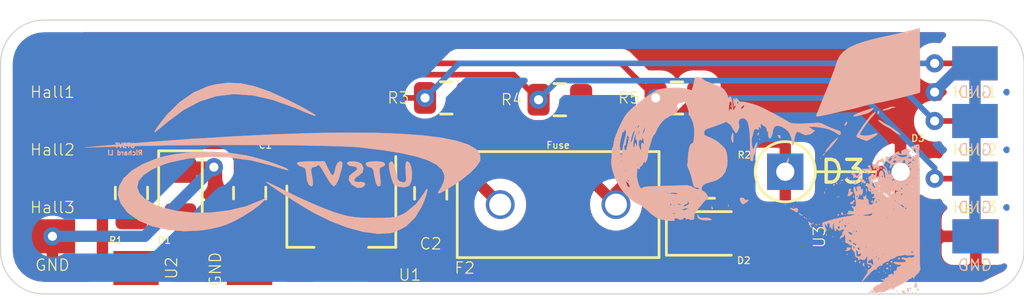
<source format=kicad_pcb>
(kicad_pcb (version 20171130) (host pcbnew "(5.1.5)-3")

  (general
    (thickness 1.6)
    (drawings 21)
    (tracks 92)
    (zones 0)
    (modules 28)
    (nets 10)
  )

  (page A4)
  (layers
    (0 F.Cu signal)
    (31 B.Cu signal)
    (32 B.Adhes user)
    (33 F.Adhes user)
    (34 B.Paste user)
    (35 F.Paste user)
    (36 B.SilkS user)
    (37 F.SilkS user)
    (38 B.Mask user)
    (39 F.Mask user)
    (40 Dwgs.User user hide)
    (41 Cmts.User user hide)
    (42 Eco1.User user)
    (43 Eco2.User user)
    (44 Edge.Cuts user)
    (45 Margin user)
    (46 B.CrtYd user hide)
    (47 F.CrtYd user hide)
    (48 B.Fab user hide)
    (49 F.Fab user hide)
  )

  (setup
    (last_trace_width 0.25)
    (trace_clearance 0.2)
    (zone_clearance 0.508)
    (zone_45_only no)
    (trace_min 0.2)
    (via_size 0.8)
    (via_drill 0.4)
    (via_min_size 0.4)
    (via_min_drill 0.3)
    (uvia_size 0.3)
    (uvia_drill 0.1)
    (uvias_allowed no)
    (uvia_min_size 0.2)
    (uvia_min_drill 0.1)
    (edge_width 0.05)
    (segment_width 0.2)
    (pcb_text_width 0.3)
    (pcb_text_size 1.5 1.5)
    (mod_edge_width 0.12)
    (mod_text_size 1 1)
    (mod_text_width 0.15)
    (pad_size 1.27 1.27)
    (pad_drill 0.9652)
    (pad_to_mask_clearance 0.051)
    (solder_mask_min_width 0.25)
    (aux_axis_origin 0 0)
    (visible_elements 7FFFFF7F)
    (pcbplotparams
      (layerselection 0x010fc_ffffffff)
      (usegerberextensions false)
      (usegerberattributes false)
      (usegerberadvancedattributes false)
      (creategerberjobfile false)
      (excludeedgelayer true)
      (linewidth 0.100000)
      (plotframeref false)
      (viasonmask false)
      (mode 1)
      (useauxorigin false)
      (hpglpennumber 1)
      (hpglpenspeed 20)
      (hpglpendiameter 15.000000)
      (psnegative false)
      (psa4output false)
      (plotreference true)
      (plotvalue true)
      (plotinvisibletext false)
      (padsonsilk false)
      (subtractmaskfromsilk false)
      (outputformat 1)
      (mirror false)
      (drillshape 0)
      (scaleselection 1)
      (outputdirectory "Gerber/"))
  )

  (net 0 "")
  (net 1 +15V)
  (net 2 GND)
  (net 3 "Net-(C2-Pad1)")
  (net 4 "Net-(D1-Pad2)")
  (net 5 "Net-(D2-Pad2)")
  (net 6 +5V)
  (net 7 "Net-(R3-Pad1)")
  (net 8 "Net-(R4-Pad1)")
  (net 9 "Net-(R5-Pad1)")

  (net_class Default "This is the default net class."
    (clearance 0.2)
    (trace_width 0.25)
    (via_dia 0.8)
    (via_drill 0.4)
    (uvia_dia 0.3)
    (uvia_drill 0.1)
    (add_net "Net-(C2-Pad1)")
    (add_net "Net-(D1-Pad2)")
    (add_net "Net-(D2-Pad2)")
    (add_net "Net-(R3-Pad1)")
    (add_net "Net-(R4-Pad1)")
    (add_net "Net-(R5-Pad1)")
  )

  (net_class Power ""
    (clearance 0.2)
    (trace_width 0.5)
    (via_dia 0.8)
    (via_drill 0.4)
    (uvia_dia 0.3)
    (uvia_drill 0.1)
    (add_net +15V)
    (add_net +5V)
    (add_net GND)
  )

  (module LinearRegulator15to5:Pad (layer B.Cu) (tedit 5E640FBD) (tstamp 5E6474D8)
    (at 178.776 121.92)
    (path /5E68FA3F)
    (fp_text reference U15 (at 0 1.016) (layer B.SilkS) hide
      (effects (font (size 1 1) (thickness 0.15)) (justify mirror))
    )
    (fp_text value GND (at 0 3.81) (layer B.Fab)
      (effects (font (size 1 1) (thickness 0.15)) (justify mirror))
    )
    (pad 1 smd rect (at 0.04 2.54) (size 2 1.5) (layers B.Cu B.Paste B.Mask)
      (net 2 GND))
  )

  (module LinearRegulator15to5:Pad (layer B.Cu) (tedit 5E640FBD) (tstamp 5E6474D3)
    (at 178.776 116.84)
    (path /5E691E0D)
    (fp_text reference U14 (at 0 1.016) (layer B.SilkS) hide
      (effects (font (size 1 1) (thickness 0.15)) (justify mirror))
    )
    (fp_text value GND (at 0 3.81) (layer B.Fab)
      (effects (font (size 1 1) (thickness 0.15)) (justify mirror))
    )
    (pad 1 smd rect (at 0.04 2.54) (size 2 1.5) (layers B.Cu B.Paste B.Mask)
      (net 2 GND))
  )

  (module LinearRegulator15to5:Pad (layer B.Cu) (tedit 5E640FBD) (tstamp 5E648BCC)
    (at 178.776 114.3)
    (path /5E69120D)
    (fp_text reference U13 (at 0 1.016) (layer B.SilkS) hide
      (effects (font (size 1 1) (thickness 0.15)) (justify mirror))
    )
    (fp_text value GND (at 0 3.81) (layer B.Fab)
      (effects (font (size 1 1) (thickness 0.15)) (justify mirror))
    )
    (pad 1 smd rect (at 0.04 2.54) (size 2 1.5) (layers B.Cu B.Paste B.Mask)
      (net 2 GND))
  )

  (module LinearRegulator15to5:Pad (layer F.Cu) (tedit 5E640FBD) (tstamp 5E6474C9)
    (at 178.816 127)
    (path /5E69062C)
    (fp_text reference U12 (at 0 -1.016) (layer F.SilkS) hide
      (effects (font (size 1 1) (thickness 0.15)))
    )
    (fp_text value GND (at 0 -3.81) (layer F.Fab)
      (effects (font (size 1 1) (thickness 0.15)))
    )
    (pad 1 smd rect (at 0.04 -2.54) (size 2 1.5) (layers F.Cu F.Paste F.Mask)
      (net 2 GND))
  )

  (module LinearRegulator15to5:Pad (layer B.Cu) (tedit 5E640FBD) (tstamp 5E6474C4)
    (at 178.776 119.38)
    (path /5E68EC31)
    (fp_text reference U11 (at 0 4.064) (layer B.SilkS) hide
      (effects (font (size 1 1) (thickness 0.15)) (justify mirror))
    )
    (fp_text value GND (at 0 3.81) (layer B.Fab)
      (effects (font (size 1 1) (thickness 0.15)) (justify mirror))
    )
    (pad 1 smd rect (at 0.04 2.54) (size 2 1.5) (layers B.Cu B.Paste B.Mask)
      (net 2 GND))
  )

  (module LinearRegulator15to5:Pad (layer F.Cu) (tedit 5E640FBD) (tstamp 5E6474BF)
    (at 178.776 124.46)
    (path /5E68E10A)
    (fp_text reference U10 (at 0.04 -4.064) (layer F.SilkS) hide
      (effects (font (size 1 1) (thickness 0.15)))
    )
    (fp_text value Hall3 (at 0 -3.81) (layer F.Fab)
      (effects (font (size 1 1) (thickness 0.15)))
    )
    (pad 1 smd rect (at 0.04 -2.54) (size 2 1.5) (layers F.Cu F.Paste F.Mask)
      (net 9 "Net-(R5-Pad1)"))
  )

  (module LinearRegulator15to5:Pad (layer F.Cu) (tedit 5E640FBD) (tstamp 5E6474BA)
    (at 178.776 121.92)
    (path /5E68D5FF)
    (fp_text reference U9 (at 0 -4.064) (layer F.SilkS) hide
      (effects (font (size 1 1) (thickness 0.15)))
    )
    (fp_text value Hall2 (at 0 -3.81) (layer F.Fab)
      (effects (font (size 1 1) (thickness 0.15)))
    )
    (pad 1 smd rect (at 0.04 -2.54) (size 2 1.5) (layers F.Cu F.Paste F.Mask)
      (net 8 "Net-(R4-Pad1)"))
  )

  (module LinearRegulator15to5:Pad (layer F.Cu) (tedit 5E640FBD) (tstamp 5E6474B5)
    (at 178.776 119.38)
    (path /5E68CDF4)
    (fp_text reference U8 (at 0.04 -4.064) (layer F.SilkS) hide
      (effects (font (size 1 1) (thickness 0.15)))
    )
    (fp_text value Hall1 (at 0 -3.81) (layer F.Fab)
      (effects (font (size 1 1) (thickness 0.15)))
    )
    (pad 1 smd rect (at 0.04 -2.54) (size 2 1.5) (layers F.Cu F.Paste F.Mask)
      (net 7 "Net-(R3-Pad1)"))
  )

  (module LinearRegulator15to5:Pad (layer F.Cu) (tedit 5E640FBD) (tstamp 5E6474B0)
    (at 138.136 127)
    (path /5E68BCC9)
    (fp_text reference U7 (at 0.04 -4.064) (layer F.SilkS) hide
      (effects (font (size 1 1) (thickness 0.15)))
    )
    (fp_text value GND (at 0 -3.81) (layer F.Fab)
      (effects (font (size 1 1) (thickness 0.15)))
    )
    (pad 1 smd rect (at 0.04 -2.54) (size 2 1.5) (layers F.Cu F.Paste F.Mask)
      (net 2 GND))
  )

  (module LinearRegulator15to5:Pad (layer F.Cu) (tedit 5E640FBD) (tstamp 5E6474AB)
    (at 138.136 119.38)
    (path /5E68B0C3)
    (fp_text reference U6 (at 0.04 -4.064) (layer F.SilkS) hide
      (effects (font (size 1 1) (thickness 0.15)))
    )
    (fp_text value Hall3 (at 0 -3.81) (layer F.Fab)
      (effects (font (size 1 1) (thickness 0.15)))
    )
    (pad 1 smd rect (at 0.04 -2.54) (size 2 1.5) (layers F.Cu F.Paste F.Mask)
      (net 9 "Net-(R5-Pad1)"))
  )

  (module LinearRegulator15to5:Pad (layer F.Cu) (tedit 5E640FBD) (tstamp 5E6474A6)
    (at 138.136 121.92)
    (path /5E68A523)
    (fp_text reference U5 (at 0.04 -4.064) (layer F.SilkS) hide
      (effects (font (size 1 1) (thickness 0.15)))
    )
    (fp_text value Hall2 (at 0 -3.81) (layer F.Fab)
      (effects (font (size 1 1) (thickness 0.15)))
    )
    (pad 1 smd rect (at 0.04 -2.54) (size 2 1.5) (layers F.Cu F.Paste F.Mask)
      (net 8 "Net-(R4-Pad1)"))
  )

  (module LinearRegulator15to5:Pad (layer F.Cu) (tedit 5E640FBD) (tstamp 5E647B7E)
    (at 138.136 124.46)
    (path /5E68883C)
    (fp_text reference U4 (at 0.04 -4.064) (layer F.SilkS) hide
      (effects (font (size 1 1) (thickness 0.15)))
    )
    (fp_text value Hall1 (at 0 -3.81) (layer F.Fab)
      (effects (font (size 1 1) (thickness 0.15)))
    )
    (pad 1 smd rect (at 0.04 -2.54) (size 2 1.5) (layers F.Cu F.Paste F.Mask)
      (net 7 "Net-(R3-Pad1)"))
  )

  (module LinearRegulator15to5:BK_PCB-1_2-R (layer F.Cu) (tedit 5E641F3E) (tstamp 5E39D2B7)
    (at 160.4518 123.063 180)
    (path /5E363685)
    (fp_text reference F2 (at 4.1148 -2.794 180) (layer F.SilkS)
      (effects (font (size 0.5 0.5) (thickness 0.05)))
    )
    (fp_text value Fuse (at 0 2.6162 180) (layer F.SilkS)
      (effects (font (size 0.3 0.3) (thickness 0.05)))
    )
    (fp_line (start -4.445 -2.335) (end 4.445 -2.335) (layer F.SilkS) (width 0.12))
    (fp_line (start -4.445 2.335) (end 4.445 2.335) (layer F.SilkS) (width 0.12))
    (fp_line (start -4.445 -2.335) (end -4.445 2.335) (layer F.SilkS) (width 0.12))
    (fp_line (start 4.445 -2.335) (end 4.445 2.335) (layer F.SilkS) (width 0.12))
    (pad 1 thru_hole circle (at -2.55 0 180) (size 1.27 1.27) (drill 0.9652) (layers *.Cu *.Mask)
      (net 6 +5V))
    (pad 2 thru_hole circle (at 2.55 0 180) (size 1.27 1.27) (drill 0.9652) (layers *.Cu *.Mask)
      (net 3 "Net-(C2-Pad1)"))
  )

  (module Resistor_SMD:R_0805_2012Metric (layer F.Cu) (tedit 5B36C52B) (tstamp 5E6479C8)
    (at 165.6865 118.364)
    (descr "Resistor SMD 0805 (2012 Metric), square (rectangular) end terminal, IPC_7351 nominal, (Body size source: https://docs.google.com/spreadsheets/d/1BsfQQcO9C6DZCsRaXUlFlo91Tg2WpOkGARC1WS5S8t0/edit?usp=sharing), generated with kicad-footprint-generator")
    (tags resistor)
    (path /5E6432E2)
    (attr smd)
    (fp_text reference R5 (at -2.1105 0) (layer F.SilkS)
      (effects (font (size 0.5 0.5) (thickness 0.05)))
    )
    (fp_text value 2k (at 0 1.65) (layer F.Fab)
      (effects (font (size 1 1) (thickness 0.15)))
    )
    (fp_text user %R (at 0 0) (layer F.Fab)
      (effects (font (size 0.5 0.5) (thickness 0.08)))
    )
    (fp_line (start 1.68 0.95) (end -1.68 0.95) (layer F.CrtYd) (width 0.05))
    (fp_line (start 1.68 -0.95) (end 1.68 0.95) (layer F.CrtYd) (width 0.05))
    (fp_line (start -1.68 -0.95) (end 1.68 -0.95) (layer F.CrtYd) (width 0.05))
    (fp_line (start -1.68 0.95) (end -1.68 -0.95) (layer F.CrtYd) (width 0.05))
    (fp_line (start -0.258578 0.71) (end 0.258578 0.71) (layer F.SilkS) (width 0.12))
    (fp_line (start -0.258578 -0.71) (end 0.258578 -0.71) (layer F.SilkS) (width 0.12))
    (fp_line (start 1 0.6) (end -1 0.6) (layer F.Fab) (width 0.1))
    (fp_line (start 1 -0.6) (end 1 0.6) (layer F.Fab) (width 0.1))
    (fp_line (start -1 -0.6) (end 1 -0.6) (layer F.Fab) (width 0.1))
    (fp_line (start -1 0.6) (end -1 -0.6) (layer F.Fab) (width 0.1))
    (pad 2 smd roundrect (at 0.9375 0) (size 0.975 1.4) (layers F.Cu F.Paste F.Mask) (roundrect_rratio 0.25)
      (net 6 +5V))
    (pad 1 smd roundrect (at -0.9375 0) (size 0.975 1.4) (layers F.Cu F.Paste F.Mask) (roundrect_rratio 0.25)
      (net 9 "Net-(R5-Pad1)"))
    (model ${KISYS3DMOD}/Resistor_SMD.3dshapes/R_0805_2012Metric.wrl
      (at (xyz 0 0 0))
      (scale (xyz 1 1 1))
      (rotate (xyz 0 0 0))
    )
  )

  (module Resistor_SMD:R_0805_2012Metric (layer F.Cu) (tedit 5B36C52B) (tstamp 5E647AAF)
    (at 160.528 118.4425)
    (descr "Resistor SMD 0805 (2012 Metric), square (rectangular) end terminal, IPC_7351 nominal, (Body size source: https://docs.google.com/spreadsheets/d/1BsfQQcO9C6DZCsRaXUlFlo91Tg2WpOkGARC1WS5S8t0/edit?usp=sharing), generated with kicad-footprint-generator")
    (tags resistor)
    (path /5E642CA1)
    (attr smd)
    (fp_text reference R4 (at -2.1105 0) (layer F.SilkS)
      (effects (font (size 0.5 0.5) (thickness 0.05)))
    )
    (fp_text value 2k (at 0 1.65) (layer F.Fab)
      (effects (font (size 1 1) (thickness 0.15)))
    )
    (fp_text user %R (at 0 0) (layer F.Fab)
      (effects (font (size 0.5 0.5) (thickness 0.08)))
    )
    (fp_line (start 1.68 0.95) (end -1.68 0.95) (layer F.CrtYd) (width 0.05))
    (fp_line (start 1.68 -0.95) (end 1.68 0.95) (layer F.CrtYd) (width 0.05))
    (fp_line (start -1.68 -0.95) (end 1.68 -0.95) (layer F.CrtYd) (width 0.05))
    (fp_line (start -1.68 0.95) (end -1.68 -0.95) (layer F.CrtYd) (width 0.05))
    (fp_line (start -0.258578 0.71) (end 0.258578 0.71) (layer F.SilkS) (width 0.12))
    (fp_line (start -0.258578 -0.71) (end 0.258578 -0.71) (layer F.SilkS) (width 0.12))
    (fp_line (start 1 0.6) (end -1 0.6) (layer F.Fab) (width 0.1))
    (fp_line (start 1 -0.6) (end 1 0.6) (layer F.Fab) (width 0.1))
    (fp_line (start -1 -0.6) (end 1 -0.6) (layer F.Fab) (width 0.1))
    (fp_line (start -1 0.6) (end -1 -0.6) (layer F.Fab) (width 0.1))
    (pad 2 smd roundrect (at 0.9375 0) (size 0.975 1.4) (layers F.Cu F.Paste F.Mask) (roundrect_rratio 0.25)
      (net 6 +5V))
    (pad 1 smd roundrect (at -0.9375 0) (size 0.975 1.4) (layers F.Cu F.Paste F.Mask) (roundrect_rratio 0.25)
      (net 8 "Net-(R4-Pad1)"))
    (model ${KISYS3DMOD}/Resistor_SMD.3dshapes/R_0805_2012Metric.wrl
      (at (xyz 0 0 0))
      (scale (xyz 1 1 1))
      (rotate (xyz 0 0 0))
    )
  )

  (module Resistor_SMD:R_0805_2012Metric (layer F.Cu) (tedit 5B36C52B) (tstamp 5E6464AD)
    (at 155.5265 118.364)
    (descr "Resistor SMD 0805 (2012 Metric), square (rectangular) end terminal, IPC_7351 nominal, (Body size source: https://docs.google.com/spreadsheets/d/1BsfQQcO9C6DZCsRaXUlFlo91Tg2WpOkGARC1WS5S8t0/edit?usp=sharing), generated with kicad-footprint-generator")
    (tags resistor)
    (path /5E64211F)
    (attr smd)
    (fp_text reference R3 (at -2.1105 0) (layer F.SilkS)
      (effects (font (size 0.5 0.5) (thickness 0.05)))
    )
    (fp_text value 2k (at 0 1.65) (layer F.Fab)
      (effects (font (size 1 1) (thickness 0.15)))
    )
    (fp_text user %R (at 0 0) (layer F.Fab)
      (effects (font (size 0.5 0.5) (thickness 0.08)))
    )
    (fp_line (start 1.68 0.95) (end -1.68 0.95) (layer F.CrtYd) (width 0.05))
    (fp_line (start 1.68 -0.95) (end 1.68 0.95) (layer F.CrtYd) (width 0.05))
    (fp_line (start -1.68 -0.95) (end 1.68 -0.95) (layer F.CrtYd) (width 0.05))
    (fp_line (start -1.68 0.95) (end -1.68 -0.95) (layer F.CrtYd) (width 0.05))
    (fp_line (start -0.258578 0.71) (end 0.258578 0.71) (layer F.SilkS) (width 0.12))
    (fp_line (start -0.258578 -0.71) (end 0.258578 -0.71) (layer F.SilkS) (width 0.12))
    (fp_line (start 1 0.6) (end -1 0.6) (layer F.Fab) (width 0.1))
    (fp_line (start 1 -0.6) (end 1 0.6) (layer F.Fab) (width 0.1))
    (fp_line (start -1 -0.6) (end 1 -0.6) (layer F.Fab) (width 0.1))
    (fp_line (start -1 0.6) (end -1 -0.6) (layer F.Fab) (width 0.1))
    (pad 2 smd roundrect (at 0.9375 0) (size 0.975 1.4) (layers F.Cu F.Paste F.Mask) (roundrect_rratio 0.25)
      (net 6 +5V))
    (pad 1 smd roundrect (at -0.9375 0) (size 0.975 1.4) (layers F.Cu F.Paste F.Mask) (roundrect_rratio 0.25)
      (net 7 "Net-(R3-Pad1)"))
    (model ${KISYS3DMOD}/Resistor_SMD.3dshapes/R_0805_2012Metric.wrl
      (at (xyz 0 0 0))
      (scale (xyz 1 1 1))
      (rotate (xyz 0 0 0))
    )
  )

  (module UTSVT_Special:UTSVT_Logo_Symbol (layer B.Cu) (tedit 0) (tstamp 5E3A4EAB)
    (at 148.59 121.158 180)
    (fp_text reference G*** (at 0 0) (layer B.SilkS) hide
      (effects (font (size 1.524 1.524) (thickness 0.3)) (justify mirror))
    )
    (fp_text value LOGO (at 0.75 0) (layer B.SilkS) hide
      (effects (font (size 1.524 1.524) (thickness 0.3)) (justify mirror))
    )
    (fp_poly (pts (xy 3.275022 3.382961) (xy 3.582668 3.300682) (xy 4.209242 3.026518) (xy 4.81351 2.606725)
      (xy 5.362345 2.064659) (xy 5.40177 2.018025) (xy 5.614432 1.752679) (xy 5.784812 1.520775)
      (xy 5.892543 1.352147) (xy 5.91726 1.27663) (xy 5.908479 1.275698) (xy 5.837298 1.329013)
      (xy 5.668916 1.465961) (xy 5.435169 1.660521) (xy 5.349559 1.732558) (xy 4.637133 2.261127)
      (xy 3.919895 2.641567) (xy 3.183426 2.875162) (xy 2.413309 2.963193) (xy 1.595127 2.906943)
      (xy 0.714463 2.707692) (xy -0.243103 2.366724) (xy -0.509686 2.2536) (xy -0.878483 2.098627)
      (xy -1.103585 2.017443) (xy -1.191145 2.004977) (xy -1.147317 2.056158) (xy -0.978254 2.165915)
      (xy -0.69011 2.329176) (xy -0.289038 2.54087) (xy 0.042334 2.708542) (xy 0.821464 3.065397)
      (xy 1.507658 3.306811) (xy 2.127555 3.43724) (xy 2.707797 3.461137) (xy 3.275022 3.382961)) (layer B.SilkS) (width 0.01))
    (fp_poly (pts (xy -0.612 -0.008171) (xy -0.421456 -0.035224) (xy -0.357025 -0.084973) (xy -0.359409 -0.105834)
      (xy -0.462111 -0.201847) (xy -0.578132 -0.238722) (xy -0.721636 -0.310816) (xy -0.763156 -0.492722)
      (xy -0.792487 -0.807587) (xy -0.868927 -1.021292) (xy -0.980568 -1.100663) (xy -0.981425 -1.100667)
      (xy -1.041787 -1.07562) (xy -1.063041 -0.980418) (xy -1.044963 -0.784973) (xy -0.987327 -0.459193)
      (xy -0.976225 -0.402167) (xy -1.008456 -0.277742) (xy -1.101537 -0.254) (xy -1.247642 -0.208815)
      (xy -1.287716 -0.158517) (xy -1.338831 -0.178527) (xy -1.443855 -0.320276) (xy -1.581098 -0.553984)
      (xy -1.59607 -0.581851) (xy -1.749682 -0.840806) (xy -1.889732 -1.02676) (xy -1.98662 -1.100593)
      (xy -1.988624 -1.100667) (xy -2.07817 -1.023915) (xy -2.178572 -0.819296) (xy -2.237659 -0.643136)
      (xy -2.326341 -0.320851) (xy -2.36164 -0.127502) (xy -2.343933 -0.031449) (xy -2.273594 -0.001054)
      (xy -2.24528 0) (xy -2.138358 -0.072943) (xy -2.068875 -0.232834) (xy -2.002079 -0.502998)
      (xy -1.942903 -0.614036) (xy -1.87152 -0.573914) (xy -1.768103 -0.390599) (xy -1.752833 -0.359834)
      (xy -1.575306 0) (xy -0.949931 0) (xy -0.612 -0.008171)) (layer B.SilkS) (width 0.01))
    (fp_poly (pts (xy -3.543781 -0.013596) (xy -3.413756 -0.060668) (xy -3.386666 -0.127) (xy -3.45695 -0.230509)
      (xy -3.553084 -0.254) (xy -3.658805 -0.285175) (xy -3.725004 -0.404676) (xy -3.772166 -0.651465)
      (xy -3.775658 -0.677334) (xy -3.835134 -0.963175) (xy -3.918818 -1.09121) (xy -3.955852 -1.100667)
      (xy -4.026747 -1.068698) (xy -4.047907 -0.948218) (xy -4.025064 -0.702366) (xy -4.021666 -0.677334)
      (xy -3.99505 -0.423201) (xy -4.010819 -0.295507) (xy -4.076074 -0.255076) (xy -4.098388 -0.254)
      (xy -4.215657 -0.189644) (xy -4.233333 -0.127) (xy -4.188014 -0.047135) (xy -4.031106 -0.008127)
      (xy -3.81 0) (xy -3.543781 -0.013596)) (layer B.SilkS) (width 0.01))
    (fp_poly (pts (xy -2.582865 -0.043696) (xy -2.561588 -0.105834) (xy -2.664029 -0.188619) (xy -2.794 -0.211667)
      (xy -2.976081 -0.251982) (xy -3.010729 -0.348427) (xy -2.892099 -0.464247) (xy -2.838526 -0.491596)
      (xy -2.664391 -0.639319) (xy -2.639657 -0.82849) (xy -2.766231 -1.017372) (xy -2.812839 -1.053533)
      (xy -3.023917 -1.167544) (xy -3.195081 -1.15927) (xy -3.29168 -1.108836) (xy -3.372317 -1.007447)
      (xy -3.317074 -0.92741) (xy -3.159008 -0.901665) (xy -3.092354 -0.910225) (xy -2.924282 -0.900631)
      (xy -2.878118 -0.815169) (xy -2.95777 -0.69942) (xy -3.068672 -0.63391) (xy -3.244951 -0.48494)
      (xy -3.287567 -0.284311) (xy -3.213958 -0.122933) (xy -3.085162 -0.044772) (xy -2.898073 -0.004491)
      (xy -2.711153 -0.003621) (xy -2.582865 -0.043696)) (layer B.SilkS) (width 0.01))
    (fp_poly (pts (xy -4.421383 -0.069315) (xy -4.404686 -0.148167) (xy -4.428444 -0.362794) (xy -4.483594 -0.622471)
      (xy -4.552892 -0.860123) (xy -4.619093 -1.008676) (xy -4.628918 -1.020361) (xy -4.818991 -1.115001)
      (xy -5.067669 -1.143677) (xy -5.2705 -1.095932) (xy -5.369141 -0.960585) (xy -5.419599 -0.736812)
      (xy -5.424653 -0.476811) (xy -5.387081 -0.232782) (xy -5.309665 -0.056923) (xy -5.212142 0)
      (xy -5.152474 -0.058109) (xy -5.13529 -0.246093) (xy -5.147627 -0.473009) (xy -5.165826 -0.740789)
      (xy -5.153735 -0.878448) (xy -5.097317 -0.924415) (xy -4.98526 -0.917509) (xy -4.861007 -0.875283)
      (xy -4.782779 -0.763762) (xy -4.725202 -0.539613) (xy -4.708259 -0.4445) (xy -4.638605 -0.158155)
      (xy -4.554235 -0.01369) (xy -4.517759 0) (xy -4.421383 -0.069315)) (layer B.SilkS) (width 0.01))
    (fp_poly (pts (xy -0.996057 1.244338) (xy 0.618301 1.190163) (xy 2.386221 1.104187) (xy 4.306529 0.986327)
      (xy 4.572 0.968337) (xy 5.224946 0.92232) (xy 5.915556 0.871398) (xy 6.593333 0.819447)
      (xy 7.207778 0.770345) (xy 7.708393 0.72797) (xy 7.747 0.724542) (xy 9.017 0.611199)
      (xy 7.112 0.665433) (xy 6.29508 0.685268) (xy 5.409053 0.700676) (xy 4.473882 0.711766)
      (xy 3.509527 0.718643) (xy 2.53595 0.721415) (xy 1.573113 0.720189) (xy 0.640978 0.715073)
      (xy -0.240493 0.706172) (xy -1.05134 0.693596) (xy -1.771599 0.677449) (xy -2.38131 0.657841)
      (xy -2.860511 0.634877) (xy -3.175 0.610233) (xy -4.14956 0.490575) (xy -4.962254 0.357796)
      (xy -5.62022 0.209356) (xy -6.130594 0.042717) (xy -6.500513 -0.144661) (xy -6.737114 -0.355318)
      (xy -6.847533 -0.591793) (xy -6.858 -0.700189) (xy -6.808075 -0.942824) (xy -6.6875 -1.186887)
      (xy -6.682901 -1.19343) (xy -6.584737 -1.345554) (xy -6.574275 -1.413634) (xy -6.664724 -1.395003)
      (xy -6.869295 -1.286997) (xy -7.196666 -1.089745) (xy -7.625374 -0.799938) (xy -7.989208 -0.505182)
      (xy -8.261715 -0.229932) (xy -8.416441 0.001357) (xy -8.435108 0.055122) (xy -8.421021 0.31443)
      (xy -8.241618 0.54276) (xy -7.898074 0.740032) (xy -7.391565 0.906161) (xy -6.723266 1.041066)
      (xy -5.894353 1.144664) (xy -4.906 1.216873) (xy -3.759382 1.25761) (xy -2.455677 1.266792)
      (xy -0.996057 1.244338)) (layer B.SilkS) (width 0.01))
    (fp_poly (pts (xy 4.226616 0.405116) (xy 4.993095 0.323301) (xy 5.664321 0.178861) (xy 5.799667 0.137011)
      (xy 6.436279 -0.119973) (xy 6.931666 -0.417975) (xy 7.281375 -0.748364) (xy 7.480952 -1.102511)
      (xy 7.525944 -1.471786) (xy 7.411897 -1.84756) (xy 7.134357 -2.221203) (xy 7.056059 -2.297501)
      (xy 6.596706 -2.6198) (xy 6.014328 -2.861745) (xy 5.338434 -3.016518) (xy 4.598531 -3.077305)
      (xy 3.843722 -3.039577) (xy 3.451259 -2.975619) (xy 3.045114 -2.88015) (xy 2.773042 -2.794726)
      (xy 2.404244 -2.630908) (xy 2.002742 -2.411585) (xy 1.619164 -2.168294) (xy 1.304138 -1.93257)
      (xy 1.143 -1.779358) (xy 0.973667 -1.585501) (xy 1.227667 -1.714686) (xy 1.882755 -1.977412)
      (xy 2.62613 -2.157303) (xy 3.415448 -2.252579) (xy 4.208366 -2.261459) (xy 4.962542 -2.182163)
      (xy 5.635632 -2.012909) (xy 5.892139 -1.91087) (xy 6.318518 -1.668059) (xy 6.580214 -1.408225)
      (xy 6.680009 -1.139425) (xy 6.620686 -0.869717) (xy 6.405027 -0.60716) (xy 6.035815 -0.35981)
      (xy 5.515831 -0.135726) (xy 5.249334 -0.04935) (xy 4.433203 0.124771) (xy 3.530398 0.197257)
      (xy 2.588694 0.169413) (xy 1.655866 0.042547) (xy 0.814889 -0.170601) (xy 0.48261 -0.273953)
      (xy 0.217131 -0.349913) (xy 0.054974 -0.388382) (xy 0.022758 -0.389647) (xy 0.065005 -0.33545)
      (xy 0.238575 -0.248737) (xy 0.511235 -0.140844) (xy 0.850752 -0.023111) (xy 1.224894 0.093124)
      (xy 1.601428 0.196522) (xy 1.866657 0.258966) (xy 2.612297 0.374533) (xy 3.415983 0.422721)
      (xy 4.226616 0.405116)) (layer B.SilkS) (width 0.01))
    (fp_poly (pts (xy 0.948417 -0.959313) (xy 0.76499 -1.093627) (xy 0.494708 -1.278048) (xy 0.166558 -1.49376)
      (xy -0.190474 -1.721948) (xy -0.547401 -1.943795) (xy -0.875235 -2.140486) (xy -1.112379 -2.275489)
      (xy -1.859592 -2.64264) (xy -2.589034 -2.921038) (xy -3.27705 -3.105144) (xy -3.899988 -3.189424)
      (xy -4.434193 -3.168339) (xy -4.679657 -3.110469) (xy -5.163131 -2.864277) (xy -5.564541 -2.472205)
      (xy -5.850449 -2.000429) (xy -5.965497 -1.73342) (xy -6.048173 -1.497845) (xy -6.094075 -1.318973)
      (xy -6.098801 -1.222074) (xy -6.05795 -1.232418) (xy -5.967121 -1.375274) (xy -5.955551 -1.397)
      (xy -5.62236 -1.860842) (xy -5.173612 -2.23493) (xy -5.037666 -2.314921) (xy -4.864575 -2.396448)
      (xy -4.679985 -2.449418) (xy -4.442995 -2.479376) (xy -4.112704 -2.491869) (xy -3.725333 -2.492887)
      (xy -3.263087 -2.48507) (xy -2.907723 -2.460514) (xy -2.596941 -2.409661) (xy -2.268442 -2.322955)
      (xy -1.947333 -2.220125) (xy -1.554308 -2.074784) (xy -1.072265 -1.874941) (xy -0.561207 -1.646511)
      (xy -0.081137 -1.415408) (xy -0.0635 -1.406512) (xy 0.32034 -1.214671) (xy 0.644034 -1.057028)
      (xy 0.880927 -0.94624) (xy 1.004364 -0.894964) (xy 1.016 -0.893923) (xy 0.948417 -0.959313)) (layer B.SilkS) (width 0.01))
  )

  (module UTSVT_Special:Hallock_Image_Tiny (layer B.Cu) (tedit 0) (tstamp 5E6475D6)
    (at 169.418 120.65 270)
    (fp_text reference G*** (at 0 0 90) (layer B.SilkS) hide
      (effects (font (size 1.524 1.524) (thickness 0.3)) (justify mirror))
    )
    (fp_text value LOGO (at 0.75 0 90) (layer B.SilkS) hide
      (effects (font (size 1.524 1.524) (thickness 0.3)) (justify mirror))
    )
    (fp_poly (pts (xy -0.471715 5.896428) (xy -0.489857 5.878285) (xy -0.508 5.896428) (xy -0.489857 5.914571)
      (xy -0.471715 5.896428)) (layer B.SilkS) (width 0.01))
    (fp_poly (pts (xy -1.898953 1.366762) (xy -1.903934 1.34519) (xy -1.923143 1.342571) (xy -1.95301 1.355847)
      (xy -1.947334 1.366762) (xy -1.904271 1.371104) (xy -1.898953 1.366762)) (layer B.SilkS) (width 0.01))
    (fp_poly (pts (xy 3.012249 2.796951) (xy 3.07142 2.702951) (xy 3.103065 2.555662) (xy 3.106878 2.423974)
      (xy 3.097449 2.279695) (xy 3.08012 2.207303) (xy 3.054684 2.206524) (xy 3.020936 2.277083)
      (xy 3.013262 2.299451) (xy 2.989935 2.437953) (xy 2.996506 2.561024) (xy 3.006334 2.657857)
      (xy 2.981981 2.719264) (xy 2.935074 2.762049) (xy 2.848428 2.828672) (xy 2.929139 2.829479)
      (xy 3.012249 2.796951)) (layer B.SilkS) (width 0.01))
    (fp_poly (pts (xy 2.594572 2.199243) (xy 2.612571 2.177142) (xy 2.605626 2.143822) (xy 2.6035 2.143407)
      (xy 2.567268 2.157901) (xy 2.521857 2.177142) (xy 2.472886 2.200995) (xy 2.49205 2.209194)
      (xy 2.530928 2.210878) (xy 2.594572 2.199243)) (layer B.SilkS) (width 0.01))
    (fp_poly (pts (xy 2.493887 1.473351) (xy 2.483065 1.456859) (xy 2.446262 1.454293) (xy 2.407544 1.463155)
      (xy 2.424339 1.476215) (xy 2.481049 1.480541) (xy 2.493887 1.473351)) (layer B.SilkS) (width 0.01))
    (fp_poly (pts (xy -0.45853 1.334605) (xy -0.349377 1.295921) (xy -0.344915 1.292776) (xy -0.317647 1.267205)
      (xy -0.330244 1.252739) (xy -0.39319 1.246879) (xy -0.516973 1.247121) (xy -0.535076 1.247419)
      (xy -0.665503 1.251191) (xy -0.732913 1.258555) (xy -0.746856 1.272099) (xy -0.716878 1.294409)
      (xy -0.714168 1.295928) (xy -0.591958 1.334708) (xy -0.45853 1.334605)) (layer B.SilkS) (width 0.01))
    (fp_poly (pts (xy 2.266478 0.934814) (xy 2.34375 0.88937) (xy 2.390758 0.837627) (xy 2.394857 0.82039)
      (xy 2.374076 0.761457) (xy 2.324877 0.684325) (xy 2.266977 0.615405) (xy 2.220095 0.581109)
      (xy 2.215827 0.580571) (xy 2.200457 0.610853) (xy 2.204835 0.672791) (xy 2.206284 0.741713)
      (xy 2.173451 0.754434) (xy 2.133566 0.775108) (xy 2.111078 0.8366) (xy 2.112257 0.908012)
      (xy 2.133616 0.950701) (xy 2.18706 0.959933) (xy 2.266478 0.934814)) (layer B.SilkS) (width 0.01))
    (fp_poly (pts (xy -0.619465 0.175) (xy -0.645841 0.149916) (xy -0.653143 0.145143) (xy -0.719625 0.113089)
      (xy -0.751357 0.118416) (xy -0.743857 0.145143) (xy -0.692074 0.176715) (xy -0.660073 0.180873)
      (xy -0.619465 0.175)) (layer B.SilkS) (width 0.01))
    (fp_poly (pts (xy -0.447524 0.096762) (xy -0.452505 0.07519) (xy -0.471715 0.072571) (xy -0.501582 0.085847)
      (xy -0.495905 0.096762) (xy -0.452842 0.101104) (xy -0.447524 0.096762)) (layer B.SilkS) (width 0.01))
    (fp_poly (pts (xy -0.596054 -0.724726) (xy -0.580572 -0.734136) (xy -0.524036 -0.779772) (xy -0.508 -0.807014)
      (xy -0.5355 -0.831267) (xy -0.591388 -0.829897) (xy -0.628953 -0.810381) (xy -0.651714 -0.755376)
      (xy -0.653143 -0.737502) (xy -0.64184 -0.707537) (xy -0.596054 -0.724726)) (layer B.SilkS) (width 0.01))
    (fp_poly (pts (xy 2.431143 -1.034143) (xy 2.413 -1.052286) (xy 2.394857 -1.034143) (xy 2.413 -1.016)
      (xy 2.431143 -1.034143)) (layer B.SilkS) (width 0.01))
    (fp_poly (pts (xy 0.727528 -1.023129) (xy 0.73842 -1.048504) (xy 0.699315 -1.088901) (xy 0.628113 -1.133726)
      (xy 0.542718 -1.172382) (xy 0.46103 -1.194276) (xy 0.435428 -1.196007) (xy 0.344714 -1.194857)
      (xy 0.435428 -1.143) (xy 0.52345 -1.10387) (xy 0.586619 -1.089858) (xy 0.646652 -1.067215)
      (xy 0.661005 -1.046843) (xy 0.700978 -1.019604) (xy 0.727528 -1.023129)) (layer B.SilkS) (width 0.01))
    (fp_poly (pts (xy 2.54 -1.397) (xy 2.521857 -1.415143) (xy 2.503714 -1.397) (xy 2.521857 -1.378857)
      (xy 2.54 -1.397)) (layer B.SilkS) (width 0.01))
    (fp_poly (pts (xy 2.593273 -1.269041) (xy 2.639696 -1.324761) (xy 2.648857 -1.353229) (xy 2.671115 -1.407804)
      (xy 2.706548 -1.455034) (xy 2.744622 -1.530256) (xy 2.724893 -1.58593) (xy 2.659587 -1.602593)
      (xy 2.620055 -1.592737) (xy 2.562526 -1.559019) (xy 2.565399 -1.509479) (xy 2.574703 -1.490672)
      (xy 2.593098 -1.390653) (xy 2.575135 -1.321402) (xy 2.553598 -1.256436) (xy 2.564731 -1.247691)
      (xy 2.593273 -1.269041)) (layer B.SilkS) (width 0.01))
    (fp_poly (pts (xy 2.85264 -1.675947) (xy 2.891416 -1.741381) (xy 2.89179 -1.783508) (xy 2.871314 -1.807673)
      (xy 2.865139 -1.796143) (xy 2.861812 -1.736153) (xy 2.862274 -1.732643) (xy 2.839174 -1.706286)
      (xy 2.830286 -1.705429) (xy 2.796342 -1.676904) (xy 2.794 -1.661368) (xy 2.812407 -1.64478)
      (xy 2.85264 -1.675947)) (layer B.SilkS) (width 0.01))
    (fp_poly (pts (xy 2.969822 -1.86525) (xy 3.008776 -1.901786) (xy 3.000785 -1.92279) (xy 2.995713 -1.923143)
      (xy 2.965022 -1.89737) (xy 2.953821 -1.881251) (xy 2.949544 -1.856421) (xy 2.969822 -1.86525)) (layer B.SilkS) (width 0.01))
    (fp_poly (pts (xy 3.048 -1.977572) (xy 3.029857 -1.995715) (xy 3.011714 -1.977572) (xy 3.029857 -1.959429)
      (xy 3.048 -1.977572)) (layer B.SilkS) (width 0.01))
    (fp_poly (pts (xy 3.048 -2.122715) (xy 3.029857 -2.140858) (xy 3.011714 -2.122715) (xy 3.029857 -2.104572)
      (xy 3.048 -2.122715)) (layer B.SilkS) (width 0.01))
    (fp_poly (pts (xy 3.592286 -2.267858) (xy 3.574143 -2.286) (xy 3.556 -2.267858) (xy 3.574143 -2.249715)
      (xy 3.592286 -2.267858)) (layer B.SilkS) (width 0.01))
    (fp_poly (pts (xy 3.300361 -2.091057) (xy 3.379623 -2.141055) (xy 3.465286 -2.213825) (xy 3.369964 -2.179937)
      (xy 3.301338 -2.162891) (xy 3.279188 -2.184267) (xy 3.27925 -2.203048) (xy 3.254405 -2.261711)
      (xy 3.229428 -2.275786) (xy 3.193912 -2.282813) (xy 3.22036 -2.260026) (xy 3.227986 -2.254692)
      (xy 3.259322 -2.219941) (xy 3.240796 -2.175359) (xy 3.21329 -2.143073) (xy 3.168276 -2.089343)
      (xy 3.174184 -2.070521) (xy 3.219785 -2.068286) (xy 3.300361 -2.091057)) (layer B.SilkS) (width 0.01))
    (fp_poly (pts (xy 3.302 -2.376715) (xy 3.336616 -2.409321) (xy 3.338286 -2.415142) (xy 3.310212 -2.430727)
      (xy 3.302 -2.431143) (xy 3.267108 -2.403248) (xy 3.265714 -2.392716) (xy 3.287944 -2.371045)
      (xy 3.302 -2.376715)) (layer B.SilkS) (width 0.01))
    (fp_poly (pts (xy 3.289905 -2.51581) (xy 3.294247 -2.558873) (xy 3.289905 -2.564191) (xy 3.268333 -2.55921)
      (xy 3.265714 -2.54) (xy 3.27899 -2.510133) (xy 3.289905 -2.51581)) (layer B.SilkS) (width 0.01))
    (fp_poly (pts (xy 0.399143 -2.594429) (xy 0.381 -2.612572) (xy 0.362857 -2.594429) (xy 0.381 -2.576286)
      (xy 0.399143 -2.594429)) (layer B.SilkS) (width 0.01))
    (fp_poly (pts (xy 1.932214 -2.769969) (xy 1.936772 -2.783213) (xy 1.886857 -2.788271) (xy 1.835345 -2.782569)
      (xy 1.8415 -2.769969) (xy 1.915789 -2.765176) (xy 1.932214 -2.769969)) (layer B.SilkS) (width 0.01))
    (fp_poly (pts (xy 0.242612 -2.704209) (xy 0.222343 -2.7305) (xy 0.16938 -2.786913) (xy 0.145738 -2.786668)
      (xy 0.145143 -2.7803) (xy 0.169939 -2.750011) (xy 0.208643 -2.7168) (xy 0.251623 -2.685419)
      (xy 0.242612 -2.704209)) (layer B.SilkS) (width 0.01))
    (fp_poly (pts (xy 3.800172 -2.844649) (xy 3.789351 -2.861141) (xy 3.752547 -2.863707) (xy 3.713829 -2.854845)
      (xy 3.730625 -2.841785) (xy 3.787335 -2.837459) (xy 3.800172 -2.844649)) (layer B.SilkS) (width 0.01))
    (fp_poly (pts (xy 1.741714 -2.848429) (xy 1.723571 -2.866572) (xy 1.705428 -2.848429) (xy 1.723571 -2.830286)
      (xy 1.741714 -2.848429)) (layer B.SilkS) (width 0.01))
    (fp_poly (pts (xy 3.846286 -3.138715) (xy 3.828143 -3.156858) (xy 3.81 -3.138715) (xy 3.828143 -3.120572)
      (xy 3.846286 -3.138715)) (layer B.SilkS) (width 0.01))
    (fp_poly (pts (xy 1.590555 -3.164621) (xy 1.596571 -3.171118) (xy 1.568197 -3.194515) (xy 1.542143 -3.206265)
      (xy 1.495419 -3.207019) (xy 1.487714 -3.192004) (xy 1.517121 -3.160817) (xy 1.542143 -3.156858)
      (xy 1.590555 -3.164621)) (layer B.SilkS) (width 0.01))
    (fp_poly (pts (xy 2.104571 -3.320143) (xy 2.086428 -3.338286) (xy 2.068285 -3.320143) (xy 2.086428 -3.302)
      (xy 2.104571 -3.320143)) (layer B.SilkS) (width 0.01))
    (fp_poly (pts (xy 1.490221 -3.285407) (xy 1.521909 -3.315192) (xy 1.484575 -3.325975) (xy 1.471167 -3.326191)
      (xy 1.434776 -3.310178) (xy 1.437389 -3.295361) (xy 1.479463 -3.280642) (xy 1.490221 -3.285407)) (layer B.SilkS) (width 0.01))
    (fp_poly (pts (xy 0.104326 -2.824188) (xy 0.059129 -2.881695) (xy -0.031368 -2.971474) (xy -0.096197 -3.030168)
      (xy -0.213378 -3.130152) (xy -0.329463 -3.223312) (xy -0.431634 -3.300098) (xy -0.507076 -3.350961)
      (xy -0.542969 -3.366351) (xy -0.544286 -3.364023) (xy -0.521677 -3.332734) (xy -0.462457 -3.263495)
      (xy -0.381 -3.173005) (xy -0.299288 -3.08734) (xy -0.240723 -3.032307) (xy -0.217726 -3.019558)
      (xy -0.217715 -3.019844) (xy -0.19477 -3.014276) (xy -0.137704 -2.969855) (xy -0.117929 -2.952009)
      (xy -0.033802 -2.880564) (xy 0.03913 -2.828964) (xy 0.045357 -2.825465) (xy 0.100858 -2.803821)
      (xy 0.104326 -2.824188)) (layer B.SilkS) (width 0.01))
    (fp_poly (pts (xy 2.901803 -3.365899) (xy 2.902857 -3.374572) (xy 2.875244 -3.409803) (xy 2.866571 -3.410858)
      (xy 2.83134 -3.383245) (xy 2.830286 -3.374572) (xy 2.857898 -3.33934) (xy 2.866571 -3.338286)
      (xy 2.901803 -3.365899)) (layer B.SilkS) (width 0.01))
    (fp_poly (pts (xy 2.092476 -3.386667) (xy 2.087495 -3.408239) (xy 2.068285 -3.410858) (xy 2.038418 -3.397581)
      (xy 2.044095 -3.386667) (xy 2.087158 -3.382324) (xy 2.092476 -3.386667)) (layer B.SilkS) (width 0.01))
    (fp_poly (pts (xy 1.487714 -3.465286) (xy 1.469571 -3.483429) (xy 1.451428 -3.465286) (xy 1.469571 -3.447143)
      (xy 1.487714 -3.465286)) (layer B.SilkS) (width 0.01))
    (fp_poly (pts (xy 0.767859 6.601112) (xy 0.976451 6.549425) (xy 1.193176 6.476991) (xy 1.399485 6.388439)
      (xy 1.407244 6.384635) (xy 1.657709 6.23877) (xy 1.893818 6.059481) (xy 2.102735 5.859482)
      (xy 2.271623 5.651487) (xy 2.387645 5.44821) (xy 2.409595 5.391885) (xy 2.453697 5.309182)
      (xy 2.535107 5.194461) (xy 2.639678 5.066881) (xy 2.694328 5.00629) (xy 2.846554 4.835332)
      (xy 2.955061 4.688335) (xy 3.029067 4.54444) (xy 3.077791 4.382792) (xy 3.110453 4.182534)
      (xy 3.12688 4.027714) (xy 3.128662 3.948269) (xy 3.126287 3.8872) (xy 3.113911 3.829223)
      (xy 3.081597 3.83397) (xy 3.071661 3.841706) (xy 3.036876 3.856635) (xy 3.022066 3.815315)
      (xy 3.019659 3.773577) (xy 3.026591 3.697249) (xy 3.047602 3.664865) (xy 3.048 3.664857)
      (xy 3.069305 3.633413) (xy 3.076388 3.557823) (xy 3.062661 3.484682) (xy 3.033848 3.457972)
      (xy 3.033458 3.458037) (xy 3.0013 3.434115) (xy 2.993571 3.392714) (xy 3.013961 3.337094)
      (xy 3.045071 3.331261) (xy 3.077425 3.329933) (xy 3.0545 3.291701) (xy 3.05238 3.289135)
      (xy 3.02902 3.233685) (xy 3.046238 3.212374) (xy 3.073671 3.162461) (xy 3.084286 3.082144)
      (xy 3.075344 3.007061) (xy 3.033225 2.978947) (xy 2.973043 2.975428) (xy 2.865806 2.963069)
      (xy 2.761711 2.919547) (xy 2.641875 2.835201) (xy 2.555308 2.761635) (xy 2.451937 2.673274)
      (xy 2.354856 2.595258) (xy 2.316083 2.566415) (xy 2.231894 2.488538) (xy 2.177685 2.414013)
      (xy 2.130533 2.32591) (xy 1.981481 2.408602) (xy 1.876725 2.483354) (xy 1.823666 2.557996)
      (xy 1.820833 2.570075) (xy 1.784431 2.635472) (xy 1.729121 2.648857) (xy 1.62072 2.626332)
      (xy 1.537429 2.553341) (xy 1.472506 2.421761) (xy 1.435474 2.29493) (xy 1.391629 2.143694)
      (xy 1.338405 1.998486) (xy 1.294985 1.905547) (xy 1.156094 1.729299) (xy 0.968143 1.601707)
      (xy 0.73812 1.525326) (xy 0.473009 1.502709) (xy 0.249613 1.523495) (xy 0.111745 1.548626)
      (xy 0.016132 1.578157) (xy -0.062486 1.625674) (xy -0.14937 1.704762) (xy -0.217715 1.774826)
      (xy -0.326472 1.897129) (xy -0.415285 2.02237) (xy -0.495977 2.170516) (xy -0.580374 2.361534)
      (xy -0.613087 2.442493) (xy -0.654394 2.51417) (xy -0.717382 2.5357) (xy -0.768375 2.533208)
      (xy -0.82584 2.523308) (xy -0.867363 2.49768) (xy -0.903038 2.442003) (xy -0.942953 2.341959)
      (xy -0.980943 2.231571) (xy -1.038785 2.065022) (xy -1.100217 1.896058) (xy -1.152897 1.758548)
      (xy -1.157591 1.746887) (xy -1.236381 1.552489) (xy -1.142487 1.429387) (xy -1.07403 1.353021)
      (xy -1.015543 1.309867) (xy -1.001563 1.306285) (xy -0.942258 1.284124) (xy -0.870857 1.233714)
      (xy -0.802202 1.182124) (xy -0.756448 1.161143) (xy -0.724103 1.145945) (xy -0.748601 1.106867)
      (xy -0.822489 1.053684) (xy -0.850407 1.037923) (xy -0.985469 0.990345) (xy -1.105993 0.995327)
      (xy -1.247148 1.00721) (xy -1.335859 0.976272) (xy -1.381004 0.898504) (xy -1.38696 0.868383)
      (xy -1.380882 0.767548) (xy -1.327658 0.685091) (xy -1.223409 0.619939) (xy -1.064252 0.571018)
      (xy -0.846308 0.537254) (xy -0.565695 0.517575) (xy -0.218533 0.510906) (xy -0.096283 0.511316)
      (xy 0.118753 0.510507) (xy 0.292339 0.504835) (xy 0.414649 0.494857) (xy 0.475851 0.481132)
      (xy 0.479313 0.478629) (xy 0.49839 0.423775) (xy 0.467579 0.380866) (xy 0.411178 0.378322)
      (xy 0.347801 0.376659) (xy 0.250314 0.348574) (xy 0.206205 0.330476) (xy 0.079816 0.281094)
      (xy -0.045407 0.243309) (xy -0.072572 0.237257) (xy -0.177554 0.215131) (xy -0.259524 0.195401)
      (xy -0.263072 0.194417) (xy -0.322086 0.186381) (xy -0.328513 0.204629) (xy -0.291899 0.237951)
      (xy -0.221792 0.275136) (xy -0.181429 0.290285) (xy -0.091963 0.325716) (xy -0.040878 0.357389)
      (xy -0.036286 0.365782) (xy -0.069011 0.396924) (xy -0.153496 0.420343) (xy -0.269205 0.434634)
      (xy -0.395602 0.438392) (xy -0.512151 0.430212) (xy -0.598316 0.408689) (xy -0.606338 0.404772)
      (xy -0.707826 0.370566) (xy -0.773315 0.362857) (xy -0.866057 0.341709) (xy -0.915688 0.288853)
      (xy -0.907851 0.220172) (xy -0.905623 0.216497) (xy -0.874165 0.149762) (xy -0.897815 0.127897)
      (xy -0.9525 0.136689) (xy -1.008692 0.146625) (xy -1.003945 0.122214) (xy -0.981413 0.093477)
      (xy -0.948847 0.045918) (xy -0.971455 0.034669) (xy -0.999556 0.036934) (xy -1.106149 0.042643)
      (xy -1.146404 0.027465) (xy -1.12417 -0.011037) (xy -1.103932 -0.029146) (xy -1.052044 -0.087364)
      (xy -1.040123 -0.127724) (xy -1.020351 -0.166258) (xy -0.958718 -0.205458) (xy -0.884489 -0.231585)
      (xy -0.826929 -0.2309) (xy -0.823868 -0.229242) (xy -0.804949 -0.229862) (xy -0.816215 -0.253655)
      (xy -0.820918 -0.284666) (xy -0.770068 -0.28596) (xy -0.745194 -0.281661) (xy -0.637184 -0.283126)
      (xy -0.55866 -0.307322) (xy -0.500191 -0.343502) (xy -0.501938 -0.374987) (xy -0.535503 -0.407484)
      (xy -0.60938 -0.446404) (xy -0.720248 -0.478696) (xy -0.766172 -0.486907) (xy -0.881339 -0.511036)
      (xy -0.973016 -0.543263) (xy -0.995159 -0.555969) (xy -1.051858 -0.638463) (xy -1.05635 -0.75477)
      (xy -1.012417 -0.892529) (xy -0.92384 -1.039378) (xy -0.806972 -1.171117) (xy -0.692596 -1.243953)
      (xy -0.524607 -1.302875) (xy -0.321505 -1.342115) (xy -0.228382 -1.351473) (xy -0.1876 -1.363027)
      (xy -0.205984 -1.383204) (xy -0.271506 -1.406562) (xy -0.372137 -1.427659) (xy -0.408255 -1.432847)
      (xy -0.570012 -1.461955) (xy -0.697893 -1.501027) (xy -0.777969 -1.54486) (xy -0.798286 -1.578504)
      (xy -0.782323 -1.629288) (xy -0.741427 -1.719448) (xy -0.707764 -1.785338) (xy -0.656629 -1.898323)
      (xy -0.646284 -1.965791) (xy -0.654811 -1.978603) (xy -0.676739 -2.027633) (xy -0.671475 -2.067691)
      (xy -0.683396 -2.146087) (xy -0.757376 -2.250476) (xy -0.760713 -2.254153) (xy -0.827852 -2.324038)
      (xy -0.860392 -2.343177) (xy -0.870424 -2.316382) (xy -0.870857 -2.297969) (xy -0.894609 -2.22648)
      (xy -0.927586 -2.199425) (xy -0.965865 -2.164598) (xy -0.96328 -2.143621) (xy -0.968879 -2.097529)
      (xy -0.984862 -2.083247) (xy -1.006087 -2.099359) (xy -1.015246 -2.172194) (xy -1.013657 -2.28715)
      (xy -1.002637 -2.429622) (xy -0.983504 -2.585008) (xy -0.957575 -2.738704) (xy -0.926169 -2.876107)
      (xy -0.907817 -2.937142) (xy -0.852735 -3.07789) (xy -0.788985 -3.208097) (xy -0.741706 -3.283453)
      (xy -0.672692 -3.388345) (xy -0.659491 -3.452343) (xy -0.701984 -3.480793) (xy -0.737231 -3.483429)
      (xy -0.788607 -3.472437) (xy -0.827883 -3.42904) (xy -0.866265 -3.337602) (xy -0.886806 -3.274786)
      (xy -0.938343 -3.132004) (xy -1.008773 -2.963552) (xy -1.077744 -2.816396) (xy -1.142085 -2.682424)
      (xy -1.177412 -2.583349) (xy -1.189757 -2.490519) (xy -1.185151 -2.375282) (xy -1.180854 -2.326539)
      (xy -1.17093 -2.183257) (xy -1.162769 -1.997273) (xy -1.157536 -1.798455) (xy -1.156337 -1.696615)
      (xy -1.15733 -1.513614) (xy -1.164341 -1.385825) (xy -1.179801 -1.29598) (xy -1.20614 -1.226808)
      (xy -1.227821 -1.188615) (xy -1.299594 -1.067977) (xy -1.394779 -0.900309) (xy -1.503789 -0.703219)
      (xy -1.617039 -0.494314) (xy -1.724946 -0.291202) (xy -1.817924 -0.11149) (xy -1.860632 -0.026141)
      (xy -1.92326 0.118254) (xy -1.984268 0.288219) (xy -2.03917 0.467092) (xy -2.08348 0.638212)
      (xy -2.112712 0.784917) (xy -2.113271 0.791028) (xy -1.959429 0.791028) (xy -1.938682 0.762601)
      (xy -1.886078 0.78509) (xy -1.832429 0.834571) (xy -1.792221 0.887456) (xy -1.804635 0.906196)
      (xy -1.819548 0.907143) (xy -1.888927 0.882791) (xy -1.945699 0.828916) (xy -1.959429 0.791028)
      (xy -2.113271 0.791028) (xy -2.12238 0.890545) (xy -2.117168 0.926655) (xy -2.131271 0.977645)
      (xy -2.190685 1.034454) (xy -2.19244 1.035615) (xy -2.21243 1.052285) (xy -2.104572 1.052285)
      (xy -2.076959 1.017054) (xy -2.068286 1.016) (xy -2.033055 1.043612) (xy -2.032 1.052285)
      (xy -2.059613 1.087517) (xy -2.068286 1.088571) (xy -2.103517 1.060959) (xy -2.104572 1.052285)
      (xy -2.21243 1.052285) (xy -2.247686 1.081684) (xy -2.28298 1.127042) (xy -2.289243 1.154666)
      (xy -2.257398 1.147534) (xy -2.249715 1.143) (xy -2.218973 1.151616) (xy -2.213429 1.179285)
      (xy -2.216341 1.185333) (xy -2.092476 1.185333) (xy -2.087495 1.163761) (xy -2.068286 1.161143)
      (xy -2.038419 1.174419) (xy -2.044095 1.185333) (xy -2.087158 1.189676) (xy -2.092476 1.185333)
      (xy -2.216341 1.185333) (xy -2.232347 1.218575) (xy -2.258786 1.212389) (xy -2.285487 1.202443)
      (xy -2.262372 1.232061) (xy -2.193013 1.259954) (xy -2.099087 1.248681) (xy -1.999885 1.231201)
      (xy -1.925688 1.228037) (xy -1.923143 1.228381) (xy -1.887404 1.22976) (xy -1.914474 1.206066)
      (xy -1.922092 1.200914) (xy -1.956356 1.160286) (xy -1.952455 1.142073) (xy -1.909968 1.144122)
      (xy -1.836943 1.179779) (xy -1.828054 1.185457) (xy -1.726668 1.251857) (xy -2.030803 1.288143)
      (xy -2.187375 1.311876) (xy -2.297204 1.339032) (xy -2.348161 1.366509) (xy -2.349779 1.369785)
      (xy -2.34502 1.390976) (xy -2.130914 1.390976) (xy -2.116384 1.35046) (xy -2.03846 1.324455)
      (xy -1.893308 1.311792) (xy -1.868714 1.31105) (xy -1.781603 1.313566) (xy -1.761925 1.328224)
      (xy -1.777127 1.341263) (xy -1.804398 1.370621) (xy -1.771428 1.398546) (xy -1.740841 1.412024)
      (xy -1.70512 1.43132) (xy -1.722185 1.441226) (xy -1.799452 1.44325) (xy -1.883977 1.441102)
      (xy -2.017404 1.430352) (xy -2.104725 1.410304) (xy -2.130914 1.390976) (xy -2.34502 1.390976)
      (xy -2.340556 1.410846) (xy -2.32531 1.415143) (xy -2.287668 1.440992) (xy -2.286 1.451428)
      (xy -2.314963 1.484551) (xy -2.334854 1.487714) (xy -2.429196 1.512215) (xy -2.545409 1.575432)
      (xy -2.657038 1.661939) (xy -2.690221 1.69496) (xy -2.730259 1.744833) (xy -2.770769 1.812318)
      (xy -2.816389 1.90788) (xy -2.871757 2.041985) (xy -2.941513 2.225098) (xy -3.019391 2.437591)
      (xy -3.071588 2.535015) (xy -3.123887 2.597429) (xy -3.180452 2.695621) (xy -3.193143 2.797148)
      (xy -3.193143 2.934192) (xy -2.920873 2.994767) (xy -2.788888 3.027152) (xy -2.686972 3.05782)
      (xy -2.633866 3.081001) (xy -2.630828 3.084101) (xy -2.632599 3.13262) (xy -2.658499 3.219285)
      (xy -2.671716 3.252788) (xy -2.70506 3.380248) (xy -2.706475 3.39271) (xy -2.115762 3.39271)
      (xy -2.080022 3.360426) (xy -1.989019 3.313738) (xy -1.869541 3.267719) (xy -1.745332 3.229657)
      (xy -1.640134 3.206839) (xy -1.578109 3.206387) (xy -1.531385 3.210974) (xy -1.524 3.200317)
      (xy -1.491629 3.159209) (xy -1.406624 3.109617) (xy -1.287149 3.059006) (xy -1.151367 3.014838)
      (xy -1.017443 2.98458) (xy -0.988786 2.980369) (xy -0.859513 2.971348) (xy -0.708433 2.972031)
      (xy -0.555685 2.980888) (xy -0.421411 2.996388) (xy -0.32575 3.017001) (xy -0.292938 3.033253)
      (xy -0.272358 3.085217) (xy -0.272143 3.090683) (xy -0.238158 3.1314) (xy -0.145334 3.170846)
      (xy -0.007365 3.205443) (xy 0.162054 3.231612) (xy 0.315837 3.244323) (xy 0.457793 3.253637)
      (xy 0.571885 3.265084) (xy 0.638596 3.276579) (xy 0.646264 3.279605) (xy 0.694682 3.276309)
      (xy 0.784241 3.246246) (xy 0.85657 3.214318) (xy 0.978853 3.165142) (xy 1.141058 3.112732)
      (xy 1.31175 3.06707) (xy 1.342571 3.059975) (xy 1.495568 3.023165) (xy 1.590038 2.992122)
      (xy 1.639088 2.960987) (xy 1.655824 2.923901) (xy 1.656214 2.919789) (xy 1.66258 2.836307)
      (xy 1.665286 2.803071) (xy 1.690344 2.761537) (xy 1.728248 2.769021) (xy 1.741714 2.806738)
      (xy 1.738523 2.81819) (xy 2.116666 2.81819) (xy 2.121647 2.796618) (xy 2.140857 2.794)
      (xy 2.170724 2.807276) (xy 2.165047 2.81819) (xy 2.121985 2.822533) (xy 2.116666 2.81819)
      (xy 1.738523 2.81819) (xy 1.725569 2.864677) (xy 1.684158 2.960344) (xy 1.649109 3.029928)
      (xy 1.596449 3.14699) (xy 1.571371 3.229844) (xy 2.268114 3.229844) (xy 2.273954 3.209224)
      (xy 2.302258 3.215583) (xy 2.35128 3.211991) (xy 2.360092 3.187953) (xy 2.375115 3.188716)
      (xy 2.409802 3.233238) (xy 2.451188 3.300459) (xy 2.467987 3.333399) (xy 2.578836 3.333399)
      (xy 2.578849 3.326622) (xy 2.581412 3.211285) (xy 2.652178 3.370789) (xy 2.69065 3.466442)
      (xy 2.70917 3.530931) (xy 2.708364 3.544874) (xy 2.672193 3.542292) (xy 2.629889 3.491593)
      (xy 2.59444 3.414666) (xy 2.578836 3.333399) (xy 2.467987 3.333399) (xy 2.486306 3.369316)
      (xy 2.502191 3.418746) (xy 2.502193 3.418789) (xy 2.476666 3.430944) (xy 2.449286 3.423979)
      (xy 2.403393 3.374495) (xy 2.394857 3.334403) (xy 2.372008 3.277716) (xy 2.34257 3.265714)
      (xy 2.280969 3.243869) (xy 2.268114 3.229844) (xy 1.571371 3.229844) (xy 1.564108 3.253836)
      (xy 1.558993 3.298404) (xy 1.561943 3.403316) (xy 1.566699 3.564578) (xy 1.570271 3.683251)
      (xy 2.3677 3.683251) (xy 2.379306 3.61302) (xy 2.402304 3.549095) (xy 2.421715 3.534477)
      (xy 2.427197 3.579075) (xy 2.422017 3.610428) (xy 2.648857 3.610428) (xy 2.667 3.592285)
      (xy 2.685143 3.610428) (xy 2.667 3.628571) (xy 2.648857 3.610428) (xy 2.422017 3.610428)
      (xy 2.415592 3.649306) (xy 2.392594 3.713231) (xy 2.373182 3.727849) (xy 2.3677 3.683251)
      (xy 1.570271 3.683251) (xy 1.572763 3.766004) (xy 1.577241 3.912809) (xy 1.886857 3.912809)
      (xy 1.89609 3.777848) (xy 1.92431 3.710425) (xy 1.94768 3.701143) (xy 1.95237 3.733474)
      (xy 1.950686 3.791857) (xy 2.032 3.791857) (xy 2.050143 3.773714) (xy 2.068285 3.791857)
      (xy 2.050143 3.81) (xy 2.032 3.791857) (xy 1.950686 3.791857) (xy 1.950007 3.815374)
      (xy 1.9478 3.846285) (xy 2.431143 3.846285) (xy 2.444419 3.816418) (xy 2.455333 3.822095)
      (xy 2.459676 3.865158) (xy 2.455333 3.870476) (xy 2.433761 3.865495) (xy 2.431143 3.846285)
      (xy 1.9478 3.846285) (xy 1.946413 3.865695) (xy 1.941987 3.900714) (xy 2.213428 3.900714)
      (xy 2.231571 3.882571) (xy 2.249714 3.900714) (xy 2.231571 3.918857) (xy 2.213428 3.900714)
      (xy 1.941987 3.900714) (xy 1.938839 3.925625) (xy 2.781296 3.925625) (xy 2.787056 3.860962)
      (xy 2.787632 3.858108) (xy 2.80451 3.796918) (xy 2.818097 3.80439) (xy 2.822815 3.822925)
      (xy 2.818239 3.896896) (xy 2.801909 3.925462) (xy 2.781296 3.925625) (xy 1.938839 3.925625)
      (xy 1.931393 3.984531) (xy 1.929004 3.992567) (xy 2.358571 3.992567) (xy 2.385169 3.972602)
      (xy 2.413 3.978306) (xy 2.460743 4.004061) (xy 2.467428 4.013453) (xy 2.437798 4.026138)
      (xy 2.413 4.027714) (xy 2.364703 4.008724) (xy 2.358571 3.992567) (xy 1.929004 3.992567)
      (xy 1.913794 4.043717) (xy 1.897935 4.039834) (xy 1.888138 3.969464) (xy 1.886857 3.912809)
      (xy 1.577241 3.912809) (xy 1.579639 3.991409) (xy 1.584766 4.157738) (xy 1.889722 4.157738)
      (xy 1.896393 4.110675) (xy 1.90878 4.110113) (xy 1.910263 4.118428) (xy 2.975428 4.118428)
      (xy 2.993571 4.100285) (xy 3.011714 4.118428) (xy 2.993571 4.136571) (xy 2.975428 4.118428)
      (xy 1.910263 4.118428) (xy 1.917442 4.158677) (xy 1.911644 4.17966) (xy 1.895532 4.193405)
      (xy 1.889722 4.157738) (xy 1.584766 4.157738) (xy 1.586828 4.224608) (xy 1.593834 4.449414)
      (xy 1.60016 4.649644) (xy 1.605307 4.809111) (xy 1.606644 4.84946) (xy 1.619897 5.052402)
      (xy 1.643633 5.187054) (xy 1.669286 5.243458) (xy 1.700173 5.296227) (xy 1.674578 5.338262)
      (xy 1.64963 5.357645) (xy 1.555445 5.407464) (xy 1.487714 5.429239) (xy 1.377151 5.456534)
      (xy 1.306285 5.476797) (xy 1.205104 5.494066) (xy 1.08891 5.49629) (xy 1.088571 5.496267)
      (xy 0.973925 5.488978) (xy 0.875898 5.48344) (xy 0.875485 5.48342) (xy 0.817126 5.473205)
      (xy 0.821061 5.442229) (xy 0.834571 5.424714) (xy 0.857702 5.383411) (xy 0.820681 5.370691)
      (xy 0.799705 5.370285) (xy 0.741169 5.353892) (xy 0.735181 5.324928) (xy 0.714354 5.283699)
      (xy 0.639674 5.235139) (xy 0.602133 5.218098) (xy 0.527688 5.181986) (xy 0.504424 5.158846)
      (xy 0.517071 5.154598) (xy 0.570958 5.143262) (xy 0.567883 5.118796) (xy 0.520883 5.087214)
      (xy 0.442997 5.054526) (xy 0.347265 5.026747) (xy 0.246724 5.009886) (xy 0.197889 5.007428)
      (xy 0.141835 5.003455) (xy 0.066282 4.989549) (xy -0.040325 4.96273) (xy -0.189539 4.920015)
      (xy -0.392915 4.858426) (xy -0.460779 4.837504) (xy -0.569101 4.797138) (xy -0.64527 4.755913)
      (xy -0.666882 4.733678) (xy -0.71001 4.694182) (xy -0.795552 4.652471) (xy -0.82296 4.642719)
      (xy -0.944655 4.587951) (xy -1.077498 4.504933) (xy -1.206217 4.406386) (xy -1.315542 4.305035)
      (xy -1.390201 4.213603) (xy -1.415143 4.149332) (xy -1.436582 4.104604) (xy -1.451429 4.100285)
      (xy -1.48431 4.071206) (xy -1.487714 4.050004) (xy -1.514101 3.951742) (xy -1.581426 3.839793)
      (xy -1.671936 3.743156) (xy -1.679105 3.73738) (xy -1.754818 3.689452) (xy -1.820719 3.689071)
      (xy -1.869943 3.708305) (xy -1.945305 3.733492) (xy -1.992775 3.713925) (xy -2.017832 3.6837)
      (xy -2.059087 3.592497) (xy -2.068286 3.533063) (xy -2.083871 3.458224) (xy -2.107237 3.427353)
      (xy -2.115762 3.39271) (xy -2.706475 3.39271) (xy -2.725354 3.558875) (xy -2.733183 3.769737)
      (xy -2.729133 3.9939) (xy -2.713792 4.212432) (xy -2.687745 4.406403) (xy -2.651579 4.556879)
      (xy -2.629671 4.610303) (xy -2.492396 4.846385) (xy -2.313245 5.110213) (xy -2.304224 5.122102)
      (xy -1.013982 5.122102) (xy -0.998441 5.122264) (xy -0.989637 5.124961) (xy -0.274548 5.124961)
      (xy -0.238881 5.11915) (xy -0.191818 5.125821) (xy -0.191256 5.138208) (xy -0.239821 5.14687)
      (xy -0.260804 5.141073) (xy -0.274548 5.124961) (xy -0.989637 5.124961) (xy -0.967675 5.131688)
      (xy -0.888113 5.149725) (xy -0.856682 5.152571) (xy -0.794765 5.172951) (xy -0.741721 5.20583)
      (xy -0.700754 5.239869) (xy -0.713843 5.245567) (xy -0.786539 5.227273) (xy -0.889502 5.191498)
      (xy -0.967968 5.153132) (xy -1.013982 5.122102) (xy -2.304224 5.122102) (xy -2.203208 5.255223)
      (xy -0.531945 5.255223) (xy -0.521803 5.234616) (xy -0.508 5.225143) (xy -0.432104 5.198656)
      (xy -0.349343 5.189412) (xy -0.280306 5.194478) (xy -0.27202 5.21771) (xy -0.290286 5.243285)
      (xy -0.307311 5.274696) (xy -0.283175 5.291422) (xy -0.205406 5.298114) (xy -0.140515 5.299167)
      (xy 0.054428 5.30062) (xy -0.053764 5.359159) (xy -0.155819 5.398051) (xy -0.262778 5.414206)
      (xy -0.358234 5.409638) (xy -0.42578 5.386361) (xy -0.449008 5.34639) (xy -0.432748 5.312626)
      (xy -0.413585 5.27431) (xy -0.453768 5.261475) (xy -0.476343 5.260873) (xy -0.531945 5.255223)
      (xy -2.203208 5.255223) (xy -2.106142 5.383138) (xy -2.106031 5.383271) (xy -0.855055 5.383271)
      (xy -0.812947 5.385607) (xy -0.780143 5.392431) (xy -0.698866 5.413444) (xy -0.656184 5.429804)
      (xy -0.656167 5.429818) (xy -0.660523 5.443624) (xy -0.708384 5.442238) (xy -0.773184 5.429368)
      (xy -0.828361 5.408724) (xy -0.834572 5.404913) (xy -0.855055 5.383271) (xy -2.106031 5.383271)
      (xy -2.089986 5.402381) (xy -1.088572 5.402381) (xy -1.063435 5.393148) (xy -1.01765 5.413961)
      (xy -0.967013 5.452316) (xy -0.959334 5.467047) (xy 0.628952 5.467047) (xy 0.633933 5.445475)
      (xy 0.653143 5.442857) (xy 0.68301 5.456133) (xy 0.677333 5.467047) (xy 0.63427 5.47139)
      (xy 0.628952 5.467047) (xy -0.959334 5.467047) (xy -0.958028 5.469552) (xy -0.999391 5.469589)
      (xy -1.055843 5.441653) (xy -1.088172 5.405919) (xy -1.088572 5.402381) (xy -2.089986 5.402381)
      (xy -2.010305 5.497285) (xy -1.088572 5.497285) (xy -1.070429 5.479143) (xy -1.052286 5.497285)
      (xy -1.070429 5.515428) (xy -1.088572 5.497285) (xy -2.010305 5.497285) (xy -1.993088 5.517791)
      (xy -1.007104 5.517791) (xy -1.00214 5.515428) (xy -0.989647 5.525066) (xy -0.743857 5.525066)
      (xy -0.562429 5.538841) (xy -0.462117 5.543581) (xy -0.428538 5.536614) (xy -0.453572 5.51843)
      (xy -0.470543 5.50078) (xy -0.426304 5.490723) (xy -0.316205 5.487551) (xy -0.254 5.488032)
      (xy -0.143138 5.491222) (xy -0.093784 5.496427) (xy -0.110565 5.502954) (xy -0.136072 5.505711)
      (xy -0.226645 5.522713) (xy -0.282382 5.548475) (xy -0.292732 5.573363) (xy -0.247146 5.58774)
      (xy -0.226786 5.588555) (xy -0.141326 5.609493) (xy -0.108857 5.627188) (xy -0.103249 5.647578)
      (xy -0.152335 5.655917) (xy -0.239518 5.653733) (xy -0.348202 5.642554) (xy -0.46179 5.623908)
      (xy -0.563687 5.599323) (xy -0.616857 5.580418) (xy -0.743857 5.525066) (xy -0.989647 5.525066)
      (xy -0.969027 5.540973) (xy -0.961572 5.551714) (xy -0.952325 5.585637) (xy -0.957289 5.588)
      (xy -0.990402 5.562455) (xy -0.997857 5.551714) (xy -1.007104 5.517791) (xy -1.993088 5.517791)
      (xy -1.922851 5.601446) (xy -0.856845 5.601446) (xy -0.839952 5.589334) (xy -0.838484 5.589285)
      (xy -0.780635 5.598644) (xy -0.675279 5.624506) (xy -0.544104 5.661496) (xy -0.530055 5.665705)
      (xy -0.396464 5.711768) (xy -0.330858 5.74599) (xy -0.332845 5.764005) (xy -0.40203 5.761451)
      (xy -0.536253 5.734394) (xy -0.645009 5.702702) (xy -0.744565 5.665241) (xy -0.820113 5.629119)
      (xy -0.856845 5.601446) (xy -1.922851 5.601446) (xy -1.885015 5.646509) (xy -1.731986 5.812453)
      (xy -1.720052 5.823857) (xy -0.326572 5.823857) (xy -0.308429 5.805714) (xy -0.290286 5.823857)
      (xy -0.308429 5.842) (xy -0.326572 5.823857) (xy -1.720052 5.823857) (xy -1.630876 5.90907)
      (xy -0.63974 5.90907) (xy -0.635547 5.892711) (xy -0.579275 5.86725) (xy -0.519323 5.84455)
      (xy -0.483415 5.850792) (xy -0.395882 5.869607) (xy -0.276676 5.896692) (xy -0.148522 5.927774)
      (xy 1.307393 5.927774) (xy 1.317409 5.899051) (xy 1.365578 5.864124) (xy 1.422481 5.843253)
      (xy 1.431149 5.842555) (xy 1.433055 5.859339) (xy 1.394921 5.893461) (xy 1.334869 5.926721)
      (xy 1.307393 5.927774) (xy -0.148522 5.927774) (xy -0.145388 5.928534) (xy -0.036219 5.957488)
      (xy 0.006919 5.97085) (xy 1.38969 5.97085) (xy 1.432248 5.911878) (xy 1.491481 5.858035)
      (xy 1.56132 5.824393) (xy 1.620906 5.815962) (xy 1.649381 5.837753) (xy 1.645814 5.860572)
      (xy 1.59837 5.910769) (xy 1.566847 5.925022) (xy 1.480357 5.954098) (xy 1.435852 5.971261)
      (xy 1.389909 5.987392) (xy 1.38969 5.97085) (xy 0.006919 5.97085) (xy 0.02228 5.975608)
      (xy 0.064176 5.997162) (xy 0.054471 6.005285) (xy 0.943428 6.005285) (xy 0.961571 5.987143)
      (xy 0.979714 6.005285) (xy 0.961571 6.023428) (xy 0.943428 6.005285) (xy 0.054471 6.005285)
      (xy 0.040389 6.01707) (xy 0.01549 6.027223) (xy -0.036468 6.041571) (xy 0.870857 6.041571)
      (xy 0.889 6.023428) (xy 0.907143 6.041571) (xy 1.306285 6.041571) (xy 1.324428 6.023428)
      (xy 1.342571 6.041571) (xy 1.324428 6.059714) (xy 1.306285 6.041571) (xy 0.907143 6.041571)
      (xy 0.889 6.059714) (xy 0.870857 6.041571) (xy -0.036468 6.041571) (xy -0.059949 6.048055)
      (xy -0.134858 6.05669) (xy -0.188109 6.053028) (xy -0.198576 6.036969) (xy -0.187871 6.028177)
      (xy -0.188625 6.006369) (xy -0.258471 5.986091) (xy -0.338998 5.97435) (xy -0.462742 5.95681)
      (xy -0.563777 5.937257) (xy -0.602046 5.926415) (xy -0.63974 5.90907) (xy -1.630876 5.90907)
      (xy -1.62254 5.917035) (xy -1.505666 6.006659) (xy -1.478496 6.023195) (xy -0.900662 6.023195)
      (xy -0.890118 6.005236) (xy -0.852715 5.988475) (xy -0.809675 5.974402) (xy -0.759037 5.970753)
      (xy -0.686916 5.979671) (xy -0.579427 6.003296) (xy -0.422685 6.043771) (xy -0.326572 6.069625)
      (xy -0.153196 6.107501) (xy 0.032961 6.134252) (xy 0.181428 6.143756) (xy 0.293788 6.145266)
      (xy 0.336322 6.149577) (xy 0.31174 6.15726) (xy 0.272143 6.162933) (xy 0.127 6.18163)
      (xy 0.182259 6.192762) (xy 0.447524 6.192762) (xy 0.452505 6.17119) (xy 0.471714 6.168571)
      (xy 0.501581 6.181847) (xy 0.495905 6.192762) (xy 0.452842 6.197104) (xy 0.447524 6.192762)
      (xy 0.182259 6.192762) (xy 0.254 6.207214) (xy 0.318895 6.221494) (xy 0.32018 6.226622)
      (xy 0.254213 6.223741) (xy 0.210674 6.220778) (xy 0.080077 6.220279) (xy -0.040443 6.233579)
      (xy -0.070727 6.240613) (xy -0.213785 6.251548) (xy -0.390259 6.223152) (xy -0.523935 6.191889)
      (xy -0.644183 6.164374) (xy -0.699984 6.151996) (xy -0.766053 6.127314) (xy -0.782035 6.099061)
      (xy -0.796278 6.066641) (xy -0.844051 6.043582) (xy -0.900662 6.023195) (xy -1.478496 6.023195)
      (xy -1.362662 6.093692) (xy -1.174823 6.190503) (xy -1.120366 6.216867) (xy -0.946604 6.295571)
      (xy -0.616857 6.295571) (xy -0.598715 6.277428) (xy -0.580572 6.295571) (xy -0.598715 6.313714)
      (xy -0.616857 6.295571) (xy -0.946604 6.295571) (xy -0.853142 6.337904) (xy -0.459619 6.337904)
      (xy -0.454638 6.316333) (xy -0.435429 6.313714) (xy -0.405562 6.32699) (xy -0.411238 6.337904)
      (xy -0.454301 6.342247) (xy -0.459619 6.337904) (xy -0.853142 6.337904) (xy -0.807284 6.358675)
      (xy 0.306023 6.358675) (xy 0.34169 6.352864) (xy 0.388753 6.359536) (xy 0.389315 6.371922)
      (xy 0.340751 6.380584) (xy 0.319768 6.374787) (xy 0.306023 6.358675) (xy -0.807284 6.358675)
      (xy -0.800523 6.361737) (xy -0.53709 6.462314) (xy -0.330376 6.518492) (xy -0.211129 6.531428)
      (xy -0.137575 6.541369) (xy -0.108857 6.563814) (xy -0.075847 6.581204) (xy 0.010103 6.594134)
      (xy 0.113517 6.599329) (xy 0.254837 6.604592) (xy 0.384211 6.614848) (xy 0.449258 6.623727)
      (xy 0.585945 6.627422) (xy 0.767859 6.601112)) (layer B.SilkS) (width 0.01))
    (fp_poly (pts (xy 4.064 -3.574143) (xy 4.045857 -3.592286) (xy 4.027714 -3.574143) (xy 4.045857 -3.556)
      (xy 4.064 -3.574143)) (layer B.SilkS) (width 0.01))
    (fp_poly (pts (xy 2.853895 -3.511481) (xy 2.866571 -3.541255) (xy 2.847607 -3.587507) (xy 2.788773 -3.575064)
      (xy 2.763718 -3.560479) (xy 2.741641 -3.532757) (xy 2.786439 -3.5112) (xy 2.790932 -3.510003)
      (xy 2.853895 -3.511481)) (layer B.SilkS) (width 0.01))
    (fp_poly (pts (xy 1.376061 -3.50323) (xy 1.378857 -3.515432) (xy 1.352377 -3.566728) (xy 1.342571 -3.574143)
      (xy 1.309081 -3.572485) (xy 1.306285 -3.560283) (xy 1.332765 -3.508987) (xy 1.342571 -3.501572)
      (xy 1.376061 -3.50323)) (layer B.SilkS) (width 0.01))
    (fp_poly (pts (xy 2.866571 -3.683) (xy 2.848428 -3.701143) (xy 2.830286 -3.683) (xy 2.848428 -3.664858)
      (xy 2.866571 -3.683)) (layer B.SilkS) (width 0.01))
    (fp_poly (pts (xy 4.632476 -3.749524) (xy 4.627495 -3.771096) (xy 4.608285 -3.773715) (xy 4.578418 -3.760438)
      (xy 4.584095 -3.749524) (xy 4.627158 -3.745181) (xy 4.632476 -3.749524)) (layer B.SilkS) (width 0.01))
    (fp_poly (pts (xy -1.053679 -3.674335) (xy -1.092011 -3.717502) (xy -1.122472 -3.736152) (xy -1.199133 -3.770052)
      (xy -1.230712 -3.761446) (xy -1.233714 -3.743253) (xy -1.204432 -3.707548) (xy -1.143 -3.67146)
      (xy -1.072447 -3.653403) (xy -1.053679 -3.674335)) (layer B.SilkS) (width 0.01))
    (fp_poly (pts (xy 1.221619 -3.749524) (xy 1.225962 -3.792587) (xy 1.221619 -3.797905) (xy 1.200047 -3.792924)
      (xy 1.197428 -3.773715) (xy 1.210705 -3.743847) (xy 1.221619 -3.749524)) (layer B.SilkS) (width 0.01))
    (fp_poly (pts (xy 1.27 -3.864429) (xy 1.251857 -3.882572) (xy 1.233714 -3.864429) (xy 1.251857 -3.846286)
      (xy 1.27 -3.864429)) (layer B.SilkS) (width 0.01))
    (fp_poly (pts (xy 4.445252 -3.671157) (xy 4.455756 -3.722215) (xy 4.440859 -3.801366) (xy 4.410419 -3.877047)
      (xy 4.374293 -3.917697) (xy 4.367893 -3.918857) (xy 4.320488 -3.913455) (xy 4.314976 -3.909786)
      (xy 4.309166 -3.871216) (xy 4.302698 -3.816374) (xy 4.307552 -3.755099) (xy 4.350696 -3.747226)
      (xy 4.360151 -3.749476) (xy 4.416249 -3.743072) (xy 4.426857 -3.709841) (xy 4.435876 -3.669806)
      (xy 4.445252 -3.671157)) (layer B.SilkS) (width 0.01))
    (fp_poly (pts (xy 2.045908 -3.822762) (xy 2.022144 -3.88875) (xy 1.992586 -3.932735) (xy 1.918995 -4.009125)
      (xy 1.871008 -4.020453) (xy 1.851015 -3.966416) (xy 1.850571 -3.9507) (xy 1.842081 -3.898592)
      (xy 1.808025 -3.909252) (xy 1.799373 -3.916176) (xy 1.74779 -3.939322) (xy 1.723168 -3.918205)
      (xy 1.709432 -3.875375) (xy 1.744129 -3.850602) (xy 1.836693 -3.835277) (xy 1.928412 -3.818587)
      (xy 1.985776 -3.797999) (xy 2.033501 -3.786886) (xy 2.045908 -3.822762)) (layer B.SilkS) (width 0.01))
    (fp_poly (pts (xy 2.094744 -4.042078) (xy 2.083922 -4.05857) (xy 2.047119 -4.061136) (xy 2.008401 -4.052274)
      (xy 2.025196 -4.039213) (xy 2.081906 -4.034887) (xy 2.094744 -4.042078)) (layer B.SilkS) (width 0.01))
    (fp_poly (pts (xy 1.403047 -4.003524) (xy 1.40739 -4.046587) (xy 1.403047 -4.051905) (xy 1.381476 -4.046924)
      (xy 1.378857 -4.027715) (xy 1.392133 -3.997847) (xy 1.403047 -4.003524)) (layer B.SilkS) (width 0.01))
    (fp_poly (pts (xy 2.380072 -3.909451) (xy 2.386761 -3.970576) (xy 2.365212 -4.032561) (xy 2.332849 -4.037928)
      (xy 2.291071 -4.043942) (xy 2.286 -4.060118) (xy 2.260611 -4.098424) (xy 2.249714 -4.100286)
      (xy 2.214483 -4.072674) (xy 2.213428 -4.064) (xy 2.241041 -4.028769) (xy 2.249714 -4.027715)
      (xy 2.282551 -3.998614) (xy 2.286 -3.977168) (xy 2.315247 -3.921035) (xy 2.339911 -3.905934)
      (xy 2.380072 -3.909451)) (layer B.SilkS) (width 0.01))
    (fp_poly (pts (xy 4.956413 -4.117877) (xy 4.953 -4.136572) (xy 4.90661 -4.171473) (xy 4.89643 -4.172857)
      (xy 4.863263 -4.145181) (xy 4.862285 -4.136572) (xy 4.891821 -4.104727) (xy 4.918856 -4.100286)
      (xy 4.956413 -4.117877)) (layer B.SilkS) (width 0.01))
    (fp_poly (pts (xy 1.534948 -4.124094) (xy 1.495482 -4.159631) (xy 1.434831 -4.17268) (xy 1.387168 -4.159584)
      (xy 1.378857 -4.140802) (xy 1.409756 -4.110488) (xy 1.466259 -4.092038) (xy 1.529242 -4.090545)
      (xy 1.534948 -4.124094)) (layer B.SilkS) (width 0.01))
    (fp_poly (pts (xy 1.560285 -4.299857) (xy 1.542143 -4.318) (xy 1.524 -4.299857) (xy 1.542143 -4.281715)
      (xy 1.560285 -4.299857)) (layer B.SilkS) (width 0.01))
    (fp_poly (pts (xy 0.967619 -4.29381) (xy 0.962638 -4.315382) (xy 0.943428 -4.318) (xy 0.913561 -4.304724)
      (xy 0.919238 -4.29381) (xy 0.962301 -4.289467) (xy 0.967619 -4.29381)) (layer B.SilkS) (width 0.01))
    (fp_poly (pts (xy 4.989029 -4.318416) (xy 4.950219 -4.348496) (xy 4.908628 -4.353543) (xy 4.898571 -4.340025)
      (xy 4.927034 -4.316721) (xy 4.954884 -4.304155) (xy 4.992341 -4.301619) (xy 4.989029 -4.318416)) (layer B.SilkS) (width 0.01))
    (fp_poly (pts (xy 1.511905 -4.402667) (xy 1.506924 -4.424239) (xy 1.487714 -4.426857) (xy 1.457847 -4.413581)
      (xy 1.463524 -4.402667) (xy 1.506586 -4.398324) (xy 1.511905 -4.402667)) (layer B.SilkS) (width 0.01))
    (fp_poly (pts (xy 1.080266 -3.978771) (xy 1.091971 -3.998993) (xy 1.148102 -4.042327) (xy 1.186545 -4.038051)
      (xy 1.228563 -4.033713) (xy 1.222001 -4.078472) (xy 1.218209 -4.160856) (xy 1.235121 -4.211772)
      (xy 1.253649 -4.266098) (xy 1.221084 -4.281636) (xy 1.215679 -4.281715) (xy 1.158892 -4.3118)
      (xy 1.131358 -4.355909) (xy 1.10037 -4.403985) (xy 1.078099 -4.40429) (xy 1.052577 -4.344832)
      (xy 1.062234 -4.280319) (xy 1.100744 -4.245875) (xy 1.106714 -4.245429) (xy 1.155639 -4.227408)
      (xy 1.146592 -4.18185) (xy 1.083801 -4.1228) (xy 1.028185 -4.057488) (xy 1.031813 -4.002814)
      (xy 1.055383 -3.957226) (xy 1.080266 -3.978771)) (layer B.SilkS) (width 0.01))
    (fp_poly (pts (xy 5.089071 -4.468284) (xy 5.143472 -4.502495) (xy 5.134398 -4.519025) (xy 5.057592 -4.523599)
      (xy 5.047933 -4.523619) (xy 4.979349 -4.517063) (xy 4.973265 -4.493077) (xy 4.984433 -4.479103)
      (xy 5.048929 -4.454386) (xy 5.089071 -4.468284)) (layer B.SilkS) (width 0.01))
    (fp_poly (pts (xy 1.596571 -4.517572) (xy 1.578428 -4.535715) (xy 1.560285 -4.517572) (xy 1.578428 -4.499429)
      (xy 1.596571 -4.517572)) (layer B.SilkS) (width 0.01))
    (fp_poly (pts (xy 1.360168 -4.35556) (xy 1.417168 -4.400114) (xy 1.429954 -4.421141) (xy 1.461105 -4.500509)
      (xy 1.472618 -4.526643) (xy 1.4772 -4.570094) (xy 1.442727 -4.575834) (xy 1.387281 -4.550893)
      (xy 1.328944 -4.502303) (xy 1.296081 -4.457999) (xy 1.256597 -4.380618) (xy 1.24221 -4.335581)
      (xy 1.243237 -4.332668) (xy 1.29115 -4.327847) (xy 1.360168 -4.35556)) (layer B.SilkS) (width 0.01))
    (fp_poly (pts (xy 5.297714 -4.590143) (xy 5.279571 -4.608286) (xy 5.261428 -4.590143) (xy 5.279571 -4.572)
      (xy 5.297714 -4.590143)) (layer B.SilkS) (width 0.01))
    (fp_poly (pts (xy 1.8415 -4.619559) (xy 1.852793 -4.630076) (xy 1.802619 -4.635802) (xy 1.778 -4.636153)
      (xy 1.711985 -4.63237) (xy 1.704204 -4.622951) (xy 1.7145 -4.619559) (xy 1.806529 -4.613916)
      (xy 1.8415 -4.619559)) (layer B.SilkS) (width 0.01))
    (fp_poly (pts (xy 1.29419 -4.620381) (xy 1.289209 -4.641953) (xy 1.27 -4.644572) (xy 1.240133 -4.631295)
      (xy 1.245809 -4.620381) (xy 1.288872 -4.616039) (xy 1.29419 -4.620381)) (layer B.SilkS) (width 0.01))
    (fp_poly (pts (xy 1.034576 -4.657966) (xy 1.035007 -4.658395) (xy 1.072743 -4.702803) (xy 1.056284 -4.716548)
      (xy 1.038876 -4.717143) (xy 0.975002 -4.694518) (xy 0.960079 -4.678443) (xy 0.947449 -4.629937)
      (xy 0.978858 -4.621352) (xy 1.034576 -4.657966)) (layer B.SilkS) (width 0.01))
    (fp_poly (pts (xy 6.301619 -4.729238) (xy 6.296638 -4.75081) (xy 6.277428 -4.753429) (xy 6.247561 -4.740153)
      (xy 6.253238 -4.729238) (xy 6.296301 -4.724896) (xy 6.301619 -4.729238)) (layer B.SilkS) (width 0.01))
    (fp_poly (pts (xy 5.187803 -4.70847) (xy 5.188857 -4.717143) (xy 5.161244 -4.752375) (xy 5.152571 -4.753429)
      (xy 5.11734 -4.725816) (xy 5.116285 -4.717143) (xy 5.143898 -4.681912) (xy 5.152571 -4.680857)
      (xy 5.187803 -4.70847)) (layer B.SilkS) (width 0.01))
    (fp_poly (pts (xy 0.889396 -4.417424) (xy 0.882934 -4.447722) (xy 0.883399 -4.490825) (xy 0.925666 -4.49308)
      (xy 0.987062 -4.502506) (xy 1.004943 -4.522908) (xy 0.988601 -4.554873) (xy 0.954278 -4.559194)
      (xy 0.904081 -4.576536) (xy 0.900985 -4.607955) (xy 0.913483 -4.690492) (xy 0.917387 -4.734955)
      (xy 0.938266 -4.807908) (xy 0.95983 -4.834516) (xy 0.961031 -4.855055) (xy 0.918356 -4.86173)
      (xy 0.845184 -4.84735) (xy 0.816428 -4.826) (xy 0.76527 -4.795563) (xy 0.723265 -4.789715)
      (xy 0.675429 -4.781647) (xy 0.681654 -4.744229) (xy 0.698192 -4.715922) (xy 0.734193 -4.669455)
      (xy 0.752536 -4.685386) (xy 0.755589 -4.697779) (xy 0.785186 -4.746491) (xy 0.823108 -4.744983)
      (xy 0.838776 -4.708072) (xy 0.840859 -4.643496) (xy 0.840505 -4.543897) (xy 0.840191 -4.526643)
      (xy 0.846335 -4.439203) (xy 0.865069 -4.392824) (xy 0.871133 -4.390572) (xy 0.889396 -4.417424)) (layer B.SilkS) (width 0.01))
    (fp_poly (pts (xy 2.329543 -4.855029) (xy 2.347404 -4.887525) (xy 2.303464 -4.898307) (xy 2.286 -4.898572)
      (xy 2.228325 -4.891254) (xy 2.234122 -4.863894) (xy 2.242457 -4.855029) (xy 2.291834 -4.83017)
      (xy 2.329543 -4.855029)) (layer B.SilkS) (width 0.01))
    (fp_poly (pts (xy -1.476937 -4.052264) (xy -1.476687 -4.099826) (xy -1.492587 -4.197405) (xy -1.520046 -4.325475)
      (xy -1.554473 -4.464508) (xy -1.591277 -4.594979) (xy -1.625867 -4.697359) (xy -1.632357 -4.713314)
      (xy -1.693276 -4.807228) (xy -1.759715 -4.871639) (xy -1.846827 -4.935421) (xy -1.795499 -4.762782)
      (xy -1.717405 -4.514053) (xy -1.645531 -4.312345) (xy -1.582228 -4.162898) (xy -1.529846 -4.070957)
      (xy -1.490736 -4.041764) (xy -1.476937 -4.052264)) (layer B.SilkS) (width 0.01))
    (fp_poly (pts (xy -0.564753 -4.204047) (xy -0.522297 -4.285725) (xy -0.474933 -4.39755) (xy -0.387806 -4.622243)
      (xy -0.49326 -4.817354) (xy -0.56073 -4.932522) (xy -0.62548 -5.027348) (xy -0.662215 -5.069999)
      (xy -0.709725 -5.10673) (xy -0.724687 -5.087083) (xy -0.725715 -5.05377) (xy -0.711977 -4.973523)
      (xy -0.677902 -4.866812) (xy -0.66724 -4.840058) (xy -0.640422 -4.73668) (xy -0.628241 -4.60729)
      (xy -0.630538 -4.477507) (xy -0.647154 -4.372951) (xy -0.670455 -4.324879) (xy -0.70832 -4.334385)
      (xy -0.790658 -4.379875) (xy -0.904811 -4.452584) (xy -1.038123 -4.543742) (xy -1.177937 -4.644583)
      (xy -1.311596 -4.746339) (xy -1.426443 -4.840241) (xy -1.469386 -4.878309) (xy -1.568582 -4.961755)
      (xy -1.637377 -5.003825) (xy -1.665352 -5.000658) (xy -1.647965 -4.955404) (xy -1.588106 -4.880467)
      (xy -1.505313 -4.798267) (xy -1.418566 -4.72624) (xy -1.297804 -4.634509) (xy -1.156131 -4.532047)
      (xy -1.006651 -4.427829) (xy -0.86247 -4.33083) (xy -0.736692 -4.250022) (xy -0.642423 -4.194381)
      (xy -0.592768 -4.172881) (xy -0.592036 -4.172857) (xy -0.564753 -4.204047)) (layer B.SilkS) (width 0.01))
    (fp_poly (pts (xy 5.406571 -5.170715) (xy 5.388428 -5.188857) (xy 5.370285 -5.170715) (xy 5.388428 -5.152572)
      (xy 5.406571 -5.170715)) (layer B.SilkS) (width 0.01))
    (fp_poly (pts (xy -1.570766 -5.122571) (xy -1.583801 -5.143915) (xy -1.596572 -5.152572) (xy -1.67166 -5.186336)
      (xy -1.704306 -5.164723) (xy -1.705429 -5.152572) (xy -1.674697 -5.124466) (xy -1.623786 -5.116842)
      (xy -1.570766 -5.122571)) (layer B.SilkS) (width 0.01))
    (fp_poly (pts (xy 5.225143 -5.207) (xy 5.207 -5.225143) (xy 5.188857 -5.207) (xy 5.207 -5.188857)
      (xy 5.225143 -5.207)) (layer B.SilkS) (width 0.01))
    (fp_poly (pts (xy 0.833517 -5.252756) (xy 0.834571 -5.261429) (xy 0.806959 -5.29666) (xy 0.798285 -5.297715)
      (xy 0.763054 -5.270102) (xy 0.762 -5.261429) (xy 0.789612 -5.226198) (xy 0.798285 -5.225143)
      (xy 0.833517 -5.252756)) (layer B.SilkS) (width 0.01))
    (fp_poly (pts (xy 5.370285 -5.388429) (xy 5.352143 -5.406572) (xy 5.334 -5.388429) (xy 5.352143 -5.370286)
      (xy 5.370285 -5.388429)) (layer B.SilkS) (width 0.01))
    (fp_poly (pts (xy 0.754968 -4.869241) (xy 0.742662 -4.884499) (xy 0.707571 -4.90168) (xy 0.666751 -4.923793)
      (xy 0.689416 -4.92487) (xy 0.732562 -4.917139) (xy 0.816189 -4.915721) (xy 0.853827 -4.942724)
      (xy 0.834419 -4.985422) (xy 0.80812 -5.004095) (xy 0.771367 -5.030972) (xy 0.796262 -5.04113)
      (xy 0.840246 -5.042611) (xy 0.908669 -5.053557) (xy 0.922236 -5.094401) (xy 0.917656 -5.116286)
      (xy 0.882038 -5.169638) (xy 0.800894 -5.188377) (xy 0.777049 -5.188857) (xy 0.695566 -5.18202)
      (xy 0.670246 -5.154986) (xy 0.675387 -5.125357) (xy 0.681279 -5.10223) (xy 0.774473 -5.10223)
      (xy 0.780143 -5.116286) (xy 0.812749 -5.150902) (xy 0.81857 -5.152572) (xy 0.834155 -5.124498)
      (xy 0.834571 -5.116286) (xy 0.806676 -5.081395) (xy 0.796144 -5.08) (xy 0.774473 -5.10223)
      (xy 0.681279 -5.10223) (xy 0.68632 -5.082449) (xy 0.667631 -5.096123) (xy 0.642572 -5.125988)
      (xy 0.581302 -5.171727) (xy 0.539824 -5.177292) (xy 0.508179 -5.173296) (xy 0.513219 -5.178401)
      (xy 0.524789 -5.219993) (xy 0.518973 -5.259671) (xy 0.529407 -5.322649) (xy 0.582048 -5.352612)
      (xy 0.634313 -5.37749) (xy 0.620784 -5.404477) (xy 0.61258 -5.409983) (xy 0.53987 -5.44067)
      (xy 0.508766 -5.416656) (xy 0.508 -5.406572) (xy 0.477609 -5.37709) (xy 0.435428 -5.370286)
      (xy 0.372757 -5.353289) (xy 0.374066 -5.308088) (xy 0.416886 -5.261761) (xy 0.454219 -5.212975)
      (xy 0.45429 -5.190021) (xy 0.464311 -5.148317) (xy 0.512465 -5.093455) (xy 0.574028 -5.046893)
      (xy 0.624273 -5.030087) (xy 0.633725 -5.034311) (xy 0.647577 -5.024935) (xy 0.639893 -4.964094)
      (xy 0.639413 -4.962072) (xy 0.630061 -4.890807) (xy 0.659263 -4.866161) (xy 0.697808 -4.864836)
      (xy 0.754968 -4.869241)) (layer B.SilkS) (width 0.01))
    (fp_poly (pts (xy 5.442857 -5.461) (xy 5.424714 -5.479143) (xy 5.406571 -5.461) (xy 5.424714 -5.442857)
      (xy 5.442857 -5.461)) (layer B.SilkS) (width 0.01))
    (fp_poly (pts (xy 0.689428 -5.533572) (xy 0.671285 -5.551715) (xy 0.653143 -5.533572) (xy 0.671285 -5.515429)
      (xy 0.689428 -5.533572)) (layer B.SilkS) (width 0.01))
    (fp_poly (pts (xy 5.257335 -5.508533) (xy 5.261428 -5.533572) (xy 5.241835 -5.58186) (xy 5.225143 -5.588)
      (xy 5.192951 -5.55861) (xy 5.188857 -5.533572) (xy 5.20845 -5.485284) (xy 5.225143 -5.479143)
      (xy 5.257335 -5.508533)) (layer B.SilkS) (width 0.01))
    (fp_poly (pts (xy 5.038392 -5.505535) (xy 5.043714 -5.53143) (xy 5.031756 -5.583857) (xy 5.000336 -5.568141)
      (xy 4.990835 -5.554222) (xy 4.995385 -5.507619) (xy 5.006836 -5.497652) (xy 5.038392 -5.505535)) (layer B.SilkS) (width 0.01))
    (fp_poly (pts (xy 0.965625 -5.59756) (xy 1.016 -5.624286) (xy 1.050004 -5.652466) (xy 1.017321 -5.659893)
      (xy 1.00907 -5.660016) (xy 0.943461 -5.641526) (xy 0.925285 -5.624286) (xy 0.922357 -5.592232)
      (xy 0.965625 -5.59756)) (layer B.SilkS) (width 0.01))
    (fp_poly (pts (xy 5.297714 -5.678715) (xy 5.279571 -5.696857) (xy 5.261428 -5.678715) (xy 5.279571 -5.660572)
      (xy 5.297714 -5.678715)) (layer B.SilkS) (width 0.01))
    (fp_poly (pts (xy 5.116285 -5.642429) (xy 5.150901 -5.675036) (xy 5.152571 -5.680856) (xy 5.124497 -5.696441)
      (xy 5.116285 -5.696857) (xy 5.081394 -5.668963) (xy 5.08 -5.65843) (xy 5.10223 -5.636759)
      (xy 5.116285 -5.642429)) (layer B.SilkS) (width 0.01))
    (fp_poly (pts (xy 0.308428 -5.64745) (xy 0.356445 -5.683067) (xy 0.362857 -5.70074) (xy 0.338538 -5.731333)
      (xy 0.289218 -5.718343) (xy 0.27819 -5.708953) (xy 0.254001 -5.660718) (xy 0.283654 -5.641558)
      (xy 0.308428 -5.64745)) (layer B.SilkS) (width 0.01))
    (fp_poly (pts (xy 4.934857 -5.678715) (xy 4.969759 -5.725104) (xy 4.971143 -5.735285) (xy 4.943466 -5.768452)
      (xy 4.934857 -5.769429) (xy 4.903012 -5.739894) (xy 4.898571 -5.712859) (xy 4.916162 -5.675301)
      (xy 4.934857 -5.678715)) (layer B.SilkS) (width 0.01))
    (fp_poly (pts (xy -1.725095 -5.329285) (xy -1.733893 -5.398074) (xy -1.744603 -5.457253) (xy -1.770315 -5.568889)
      (xy -1.798222 -5.652229) (xy -1.810685 -5.674848) (xy -1.841401 -5.740371) (xy -1.85691 -5.805715)
      (xy -1.870203 -5.896429) (xy -1.89473 -5.809226) (xy -1.895164 -5.702666) (xy -1.866771 -5.620528)
      (xy -1.829318 -5.533256) (xy -1.814286 -5.469738) (xy -1.794133 -5.403108) (xy -1.76287 -5.350126)
      (xy -1.734193 -5.316588) (xy -1.725095 -5.329285)) (layer B.SilkS) (width 0.01))
    (fp_poly (pts (xy 6.229047 -5.926667) (xy 6.23339 -5.96973) (xy 6.229047 -5.975048) (xy 6.207476 -5.970067)
      (xy 6.204857 -5.950857) (xy 6.218133 -5.92099) (xy 6.229047 -5.926667)) (layer B.SilkS) (width 0.01))
    (fp_poly (pts (xy 4.820778 -6.013512) (xy 4.826 -6.03943) (xy 4.807055 -6.089077) (xy 4.789714 -6.096)
      (xy 4.754467 -6.069957) (xy 4.753428 -6.061856) (xy 4.779804 -6.012713) (xy 4.789714 -6.005286)
      (xy 4.820778 -6.013512)) (layer B.SilkS) (width 0.01))
    (fp_poly (pts (xy -1.27258 -5.152978) (xy -1.20827 -5.218831) (xy -1.130595 -5.32383) (xy -1.049387 -5.455236)
      (xy -1.002914 -5.541735) (xy -0.945355 -5.647219) (xy -0.895639 -5.724414) (xy -0.871978 -5.750594)
      (xy -0.830846 -5.794693) (xy -0.777044 -5.874505) (xy -0.722845 -5.968233) (xy -0.680522 -6.054081)
      (xy -0.66235 -6.110252) (xy -0.664356 -6.119309) (xy -0.693443 -6.101852) (xy -0.752867 -6.037689)
      (xy -0.831218 -5.939476) (xy -0.853944 -5.909027) (xy -0.943935 -5.782545) (xy -1.023193 -5.663698)
      (xy -1.075916 -5.57627) (xy -1.079282 -5.569857) (xy -1.134524 -5.472542) (xy -1.208315 -5.354966)
      (xy -1.239007 -5.309045) (xy -1.292705 -5.219766) (xy -1.317112 -5.156491) (xy -1.313697 -5.139009)
      (xy -1.27258 -5.152978)) (layer B.SilkS) (width 0.01))
    (fp_poly (pts (xy 6.303263 -6.211863) (xy 6.313714 -6.265334) (xy 6.310215 -6.334185) (xy 6.289974 -6.33749)
      (xy 6.250214 -6.295723) (xy 6.208191 -6.226143) (xy 6.225712 -6.186588) (xy 6.259285 -6.180667)
      (xy 6.303263 -6.211863)) (layer B.SilkS) (width 0.01))
    (fp_poly (pts (xy 6.301619 -6.398381) (xy 6.305962 -6.441444) (xy 6.301619 -6.446762) (xy 6.280047 -6.441781)
      (xy 6.277428 -6.422572) (xy 6.290705 -6.392705) (xy 6.301619 -6.398381)) (layer B.SilkS) (width 0.01))
    (fp_poly (pts (xy 6.108039 -6.401467) (xy 6.180766 -6.419478) (xy 6.207825 -6.422572) (xy 6.240194 -6.450272)
      (xy 6.241143 -6.458857) (xy 6.219449 -6.492981) (xy 6.158388 -6.47147) (xy 6.112006 -6.437752)
      (xy 6.065835 -6.397451) (xy 6.076111 -6.392094) (xy 6.108039 -6.401467)) (layer B.SilkS) (width 0.01))
    (fp_poly (pts (xy 6.131231 -6.522756) (xy 6.132285 -6.531429) (xy 6.104673 -6.56666) (xy 6.096 -6.567715)
      (xy 6.060768 -6.540102) (xy 6.059714 -6.531429) (xy 6.087327 -6.496198) (xy 6.096 -6.495143)
      (xy 6.131231 -6.522756)) (layer B.SilkS) (width 0.01))
    (fp_poly (pts (xy 6.301619 -6.616096) (xy 6.305962 -6.659158) (xy 6.301619 -6.664477) (xy 6.280047 -6.659496)
      (xy 6.277428 -6.640286) (xy 6.290705 -6.610419) (xy 6.301619 -6.616096)) (layer B.SilkS) (width 0.01))
    (fp_poly (pts (xy 0.133047 -6.652381) (xy 0.128066 -6.673953) (xy 0.108857 -6.676572) (xy 0.07899 -6.663295)
      (xy 0.084666 -6.652381) (xy 0.127729 -6.648039) (xy 0.133047 -6.652381)) (layer B.SilkS) (width 0.01))
    (fp_poly (pts (xy 6.301619 -6.761238) (xy 6.305962 -6.804301) (xy 6.301619 -6.809619) (xy 6.280047 -6.804638)
      (xy 6.277428 -6.785429) (xy 6.290705 -6.755562) (xy 6.301619 -6.761238)) (layer B.SilkS) (width 0.01))
    (fp_poly (pts (xy 6.059409 -6.757087) (xy 6.059714 -6.785429) (xy 6.054672 -6.835443) (xy 6.026695 -6.850525)
      (xy 5.956513 -6.835689) (xy 5.914571 -6.823189) (xy 5.823857 -6.795612) (xy 5.926005 -6.754235)
      (xy 6.011734 -6.721693) (xy 6.049722 -6.721131) (xy 6.059409 -6.757087)) (layer B.SilkS) (width 0.01))
    (fp_poly (pts (xy 6.169943 -6.850088) (xy 6.181693 -6.876143) (xy 6.182447 -6.922867) (xy 6.167432 -6.930572)
      (xy 6.136245 -6.901165) (xy 6.132285 -6.876143) (xy 6.140049 -6.827731) (xy 6.146546 -6.821715)
      (xy 6.169943 -6.850088)) (layer B.SilkS) (width 0.01))
    (fp_poly (pts (xy 3.333214 -2.68437) (xy 3.413979 -2.712776) (xy 3.469371 -2.746095) (xy 3.477381 -2.757777)
      (xy 3.51872 -2.787223) (xy 3.568095 -2.795104) (xy 3.621888 -2.799518) (xy 3.607352 -2.818563)
      (xy 3.581314 -2.834256) (xy 3.502639 -2.851888) (xy 3.472457 -2.838393) (xy 3.408347 -2.804054)
      (xy 3.33402 -2.782448) (xy 3.278301 -2.780065) (xy 3.265714 -2.791852) (xy 3.294131 -2.827366)
      (xy 3.347357 -2.861781) (xy 3.402674 -2.892159) (xy 3.391836 -2.89661) (xy 3.336844 -2.886692)
      (xy 3.266447 -2.885444) (xy 3.240752 -2.927582) (xy 3.23922 -2.941605) (xy 3.244924 -2.988216)
      (xy 3.284628 -3.003257) (xy 3.367662 -2.996221) (xy 3.435073 -2.989585) (xy 3.444401 -2.994382)
      (xy 3.431017 -2.999002) (xy 3.386522 -3.017013) (xy 3.399525 -3.039533) (xy 3.449159 -3.068877)
      (xy 3.506738 -3.104104) (xy 3.503022 -3.118723) (xy 3.465286 -3.123143) (xy 3.3655 -3.130369)
      (xy 3.323325 -3.1335) (xy 3.258314 -3.162705) (xy 3.23892 -3.193143) (xy 3.236901 -3.223879)
      (xy 3.25388 -3.206281) (xy 3.307126 -3.184628) (xy 3.397033 -3.184791) (xy 3.492999 -3.20233)
      (xy 3.564421 -3.232807) (xy 3.582306 -3.253919) (xy 3.566999 -3.281497) (xy 3.512715 -3.276468)
      (xy 3.456524 -3.266666) (xy 3.463375 -3.28509) (xy 3.487429 -3.306537) (xy 3.549937 -3.381262)
      (xy 3.569636 -3.451253) (xy 3.540841 -3.49534) (xy 3.538382 -3.496349) (xy 3.505293 -3.543456)
      (xy 3.509702 -3.594203) (xy 3.529251 -3.646689) (xy 3.55204 -3.633151) (xy 3.563117 -3.614566)
      (xy 3.621781 -3.569194) (xy 3.685942 -3.556) (xy 3.762496 -3.536418) (xy 3.796878 -3.501572)
      (xy 3.845516 -3.459453) (xy 3.895525 -3.451352) (xy 3.94522 -3.456848) (xy 3.925337 -3.467747)
      (xy 3.907121 -3.472669) (xy 3.860287 -3.508202) (xy 3.859912 -3.539174) (xy 3.846629 -3.588593)
      (xy 3.808148 -3.611017) (xy 3.744082 -3.641443) (xy 3.746456 -3.667048) (xy 3.809142 -3.683893)
      (xy 3.926015 -3.688042) (xy 3.927928 -3.687993) (xy 4.041535 -3.689302) (xy 4.096763 -3.703391)
      (xy 4.107225 -3.733917) (xy 4.106795 -3.736043) (xy 4.123339 -3.798332) (xy 4.156704 -3.834085)
      (xy 4.198884 -3.89764) (xy 4.195586 -3.938132) (xy 4.191191 -3.977199) (xy 4.232515 -3.982629)
      (xy 4.278216 -3.974054) (xy 4.366885 -3.969929) (xy 4.42838 -4.015957) (xy 4.44066 -4.032531)
      (xy 4.529332 -4.101457) (xy 4.616551 -4.116361) (xy 4.701025 -4.128074) (xy 4.730062 -4.164714)
      (xy 4.730246 -4.182009) (xy 4.753653 -4.235674) (xy 4.793746 -4.245429) (xy 4.851317 -4.263547)
      (xy 4.857622 -4.300508) (xy 4.821056 -4.325696) (xy 4.801375 -4.357085) (xy 4.830128 -4.421797)
      (xy 4.859261 -4.485351) (xy 4.840702 -4.532754) (xy 4.795006 -4.574169) (xy 4.72527 -4.617655)
      (xy 4.677197 -4.624166) (xy 4.677077 -4.624093) (xy 4.646303 -4.627022) (xy 4.644571 -4.636344)
      (xy 4.677187 -4.651303) (xy 4.761368 -4.656069) (xy 4.844143 -4.652135) (xy 4.958098 -4.644578)
      (xy 5.017537 -4.650731) (xy 5.040171 -4.677229) (xy 5.043714 -4.726911) (xy 5.066693 -4.810869)
      (xy 5.122558 -4.845646) (xy 5.191701 -4.832171) (xy 5.254512 -4.771374) (xy 5.280024 -4.715718)
      (xy 5.320602 -4.667332) (xy 5.356166 -4.66928) (xy 5.418278 -4.661032) (xy 5.498208 -4.61221)
      (xy 5.508523 -4.603381) (xy 5.610658 -4.525454) (xy 5.725965 -4.454347) (xy 5.733143 -4.450566)
      (xy 5.860143 -4.384655) (xy 5.733143 -4.501623) (xy 5.562163 -4.659728) (xy 5.437996 -4.776868)
      (xy 5.353666 -4.860795) (xy 5.302198 -4.919262) (xy 5.276616 -4.960022) (xy 5.269945 -4.990827)
      (xy 5.273315 -5.012678) (xy 5.275009 -5.059092) (xy 5.260208 -5.061103) (xy 5.213625 -5.068607)
      (xy 5.157745 -5.119723) (xy 5.110993 -5.190996) (xy 5.091798 -5.258971) (xy 5.093588 -5.273185)
      (xy 5.092633 -5.321364) (xy 5.059209 -5.319863) (xy 5.014323 -5.326765) (xy 5.007428 -5.348839)
      (xy 4.981898 -5.411952) (xy 4.955157 -5.441067) (xy 4.920236 -5.501597) (xy 4.922636 -5.535919)
      (xy 4.912131 -5.590725) (xy 4.88641 -5.608869) (xy 4.840067 -5.65669) (xy 4.805858 -5.742298)
      (xy 4.805313 -5.744728) (xy 4.773022 -5.836461) (xy 4.730904 -5.89591) (xy 4.696637 -5.953313)
      (xy 4.67223 -6.050712) (xy 4.668582 -6.081515) (xy 4.654104 -6.186307) (xy 4.634279 -6.262254)
      (xy 4.628792 -6.273605) (xy 4.625047 -6.335789) (xy 4.639392 -6.361903) (xy 4.658986 -6.433101)
      (xy 4.648206 -6.533456) (xy 4.634571 -6.635489) (xy 4.639642 -6.714274) (xy 4.64119 -6.71911)
      (xy 4.662714 -6.752002) (xy 4.695894 -6.731205) (xy 4.727908 -6.69111) (xy 4.764103 -6.630805)
      (xy 4.763572 -6.622143) (xy 4.862285 -6.622143) (xy 4.880428 -6.640286) (xy 4.898571 -6.622143)
      (xy 4.880428 -6.604) (xy 4.862285 -6.622143) (xy 4.763572 -6.622143) (xy 4.762462 -6.604076)
      (xy 4.761186 -6.604) (xy 4.73757 -6.575131) (xy 4.737831 -6.509671) (xy 4.761357 -6.439345)
      (xy 4.764477 -6.43405) (xy 4.772082 -6.371481) (xy 4.756005 -6.302348) (xy 4.738748 -6.212099)
      (xy 4.773823 -6.171104) (xy 4.795762 -6.168572) (xy 4.820859 -6.198816) (xy 4.826 -6.2367)
      (xy 4.851149 -6.316532) (xy 4.87625 -6.346533) (xy 4.920479 -6.355078) (xy 4.948876 -6.300403)
      (xy 4.959754 -6.190468) (xy 4.951423 -6.033234) (xy 4.94844 -6.006302) (xy 4.94083 -5.89722)
      (xy 4.945744 -5.8245) (xy 4.957075 -5.805998) (xy 4.998576 -5.83748) (xy 5.035877 -5.911398)
      (xy 5.057276 -5.998004) (xy 5.055293 -6.055643) (xy 5.058141 -6.123411) (xy 5.077265 -6.148739)
      (xy 5.112172 -6.136641) (xy 5.139322 -6.062442) (xy 5.139683 -6.060657) (xy 5.16701 -5.980974)
      (xy 5.214678 -5.956897) (xy 5.239042 -5.958466) (xy 5.302648 -5.946694) (xy 5.327871 -5.884162)
      (xy 5.349561 -5.823442) (xy 5.404587 -5.816259) (xy 5.427656 -5.821354) (xy 5.494371 -5.825605)
      (xy 5.515428 -5.806406) (xy 5.486972 -5.771731) (xy 5.471886 -5.769429) (xy 5.447453 -5.757167)
      (xy 5.46905 -5.728722) (xy 5.494822 -5.664855) (xy 5.492769 -5.651897) (xy 5.894023 -5.651897)
      (xy 5.92969 -5.657707) (xy 5.976753 -5.651036) (xy 5.977315 -5.638649) (xy 5.928751 -5.629987)
      (xy 5.907768 -5.635785) (xy 5.894023 -5.651897) (xy 5.492769 -5.651897) (xy 5.490568 -5.638007)
      (xy 5.501008 -5.59697) (xy 5.547832 -5.588) (xy 5.611038 -5.564317) (xy 5.624285 -5.515429)
      (xy 5.632747 -5.491238) (xy 5.708952 -5.491238) (xy 5.713933 -5.51281) (xy 5.733143 -5.515429)
      (xy 5.76301 -5.502153) (xy 5.757333 -5.491238) (xy 5.71427 -5.486896) (xy 5.708952 -5.491238)
      (xy 5.632747 -5.491238) (xy 5.644875 -5.456568) (xy 5.673682 -5.442857) (xy 5.708516 -5.413753)
      (xy 5.707977 -5.343072) (xy 5.692875 -5.243286) (xy 5.748009 -5.334) (xy 5.786397 -5.384701)
      (xy 5.804299 -5.383939) (xy 5.804428 -5.381949) (xy 5.829031 -5.325081) (xy 5.851225 -5.297715)
      (xy 6.168571 -5.297715) (xy 6.181848 -5.327582) (xy 6.192762 -5.321905) (xy 6.197104 -5.278842)
      (xy 6.192762 -5.273524) (xy 6.17119 -5.278505) (xy 6.168571 -5.297715) (xy 5.851225 -5.297715)
      (xy 5.869214 -5.275536) (xy 5.918804 -5.21194) (xy 5.920716 -5.207) (xy 6.168571 -5.207)
      (xy 6.186714 -5.225143) (xy 6.204857 -5.207) (xy 6.186714 -5.188857) (xy 6.168571 -5.207)
      (xy 5.920716 -5.207) (xy 5.933821 -5.173159) (xy 5.95186 -5.118683) (xy 5.962311 -5.098143)
      (xy 6.168571 -5.098143) (xy 6.186714 -5.116286) (xy 6.204857 -5.098143) (xy 6.241143 -5.098143)
      (xy 6.259285 -5.116286) (xy 6.277428 -5.098143) (xy 6.259285 -5.08) (xy 6.241143 -5.098143)
      (xy 6.204857 -5.098143) (xy 6.186714 -5.08) (xy 6.168571 -5.098143) (xy 5.962311 -5.098143)
      (xy 5.994907 -5.034086) (xy 6.005144 -5.0165) (xy 6.07469 -4.926894) (xy 6.13554 -4.9005)
      (xy 6.180872 -4.940109) (xy 6.182634 -4.943929) (xy 6.198303 -4.962801) (xy 6.199502 -4.934857)
      (xy 6.201973 -4.838997) (xy 6.229985 -4.796819) (xy 6.268357 -4.79027) (xy 6.308608 -4.797383)
      (xy 6.282394 -4.822164) (xy 6.251104 -4.852612) (xy 6.282394 -4.876037) (xy 6.311155 -4.901321)
      (xy 6.287808 -4.919302) (xy 6.262109 -4.951659) (xy 6.285625 -5.00707) (xy 6.307641 -5.076446)
      (xy 6.275245 -5.137383) (xy 6.245044 -5.192947) (xy 6.264434 -5.214617) (xy 6.28223 -5.254021)
      (xy 6.273697 -5.333421) (xy 6.245273 -5.428062) (xy 6.203396 -5.51319) (xy 6.178354 -5.545569)
      (xy 6.149692 -5.603508) (xy 6.154744 -5.631268) (xy 6.149782 -5.679701) (xy 6.127863 -5.700914)
      (xy 6.097215 -5.733664) (xy 6.131695 -5.768485) (xy 6.132285 -5.768873) (xy 6.168402 -5.79774)
      (xy 6.141517 -5.805514) (xy 6.132285 -5.805778) (xy 6.088816 -5.838297) (xy 6.033642 -5.92364)
      (xy 5.990169 -6.014977) (xy 5.931984 -6.139699) (xy 5.872529 -6.246334) (xy 5.835955 -6.29791)
      (xy 5.786379 -6.368142) (xy 5.769428 -6.415839) (xy 5.745457 -6.456292) (xy 5.733143 -6.458857)
      (xy 5.700211 -6.487913) (xy 5.696857 -6.508843) (xy 5.671229 -6.571544) (xy 5.63891 -6.60692)
      (xy 5.60118 -6.647226) (xy 5.626384 -6.672389) (xy 5.647982 -6.681384) (xy 5.693227 -6.702252)
      (xy 5.671262 -6.709326) (xy 5.6515 -6.710307) (xy 5.59758 -6.729652) (xy 5.588 -6.749143)
      (xy 5.559305 -6.782784) (xy 5.542176 -6.785429) (xy 5.493668 -6.814953) (xy 5.460533 -6.866009)
      (xy 5.411317 -6.918064) (xy 5.329209 -6.962422) (xy 5.243021 -6.987709) (xy 5.181565 -6.982553)
      (xy 5.17609 -6.978281) (xy 5.138187 -6.975766) (xy 5.033607 -6.973438) (xy 4.868242 -6.97133)
      (xy 4.647986 -6.969471) (xy 4.378733 -6.967893) (xy 4.066375 -6.966625) (xy 3.716807 -6.9657)
      (xy 3.335921 -6.965147) (xy 2.929611 -6.964997) (xy 2.655258 -6.96513) (xy 2.087575 -6.965053)
      (xy 1.591755 -6.963836) (xy 1.167893 -6.96148) (xy 0.816085 -6.957986) (xy 0.536428 -6.953355)
      (xy 0.329017 -6.94759) (xy 0.193949 -6.940691) (xy 0.131319 -6.93266) (xy 0.126733 -6.930141)
      (xy 0.106103 -6.921897) (xy 0.850309 -6.921897) (xy 0.885976 -6.927707) (xy 0.933039 -6.921036)
      (xy 0.933429 -6.912429) (xy 4.644571 -6.912429) (xy 4.662714 -6.930572) (xy 4.680857 -6.912429)
      (xy 4.662714 -6.894286) (xy 4.644571 -6.912429) (xy 0.933429 -6.912429) (xy 0.933601 -6.908649)
      (xy 0.885037 -6.899987) (xy 0.864053 -6.905785) (xy 0.850309 -6.921897) (xy 0.106103 -6.921897)
      (xy 0.081571 -6.912094) (xy 0.060993 -6.920043) (xy -0.016333 -6.946864) (xy -0.112198 -6.954578)
      (xy -0.196729 -6.943645) (xy -0.23973 -6.915423) (xy -0.239132 -6.906381) (xy -0.024191 -6.906381)
      (xy -0.01921 -6.927953) (xy 0 -6.930572) (xy 0.029867 -6.917295) (xy 0.02419 -6.906381)
      (xy -0.018872 -6.902039) (xy -0.024191 -6.906381) (xy -0.239132 -6.906381) (xy -0.235929 -6.858)
      (xy -0.163286 -6.858) (xy -0.160409 -6.891437) (xy -0.147285 -6.894286) (xy -0.110334 -6.867946)
      (xy -0.108857 -6.858) (xy -0.121237 -6.822658) (xy -0.124859 -6.821715) (xy -0.155838 -6.847141)
      (xy -0.163286 -6.858) (xy -0.235929 -6.858) (xy -0.235781 -6.85577) (xy -0.20404 -6.763096)
      (xy -0.187142 -6.726862) (xy -0.138529 -6.626407) (xy -0.103326 -6.54712) (xy -0.097303 -6.531429)
      (xy -0.08201 -6.512419) (xy -0.075436 -6.557504) (xy -0.056485 -6.616516) (xy -0.024191 -6.619443)
      (xy 0.017612 -6.6305) (xy 0.02419 -6.656867) (xy -0.00112 -6.706037) (xy -0.024191 -6.712857)
      (xy -0.068462 -6.73455) (xy -0.072572 -6.749143) (xy -0.04109 -6.774815) (xy 0.034144 -6.785429)
      (xy 0.118079 -6.796804) (xy 0.163651 -6.822307) (xy 0.201993 -6.845986) (xy 0.236868 -6.812854)
      (xy 0.247178 -6.767286) (xy 1.197428 -6.767286) (xy 1.215571 -6.785429) (xy 1.233714 -6.767286)
      (xy 1.215571 -6.749143) (xy 1.197428 -6.767286) (xy 0.247178 -6.767286) (xy 0.253842 -6.737837)
      (xy 0.254 -6.728859) (xy 0.270557 -6.664683) (xy 0.41804 -6.664683) (xy 0.422306 -6.694715)
      (xy 0.445989 -6.742392) (xy 0.453571 -6.749143) (xy 0.46637 -6.731) (xy 1.669143 -6.731)
      (xy 1.687285 -6.749143) (xy 1.705428 -6.731) (xy 1.995714 -6.731) (xy 2.013857 -6.749143)
      (xy 2.032 -6.731) (xy 2.013857 -6.712857) (xy 1.995714 -6.731) (xy 1.705428 -6.731)
      (xy 1.687285 -6.712857) (xy 1.669143 -6.731) (xy 0.46637 -6.731) (xy 0.473504 -6.720889)
      (xy 0.484836 -6.694715) (xy 0.480658 -6.658429) (xy 0.616857 -6.658429) (xy 0.635 -6.676572)
      (xy 0.653143 -6.658429) (xy 1.233714 -6.658429) (xy 1.251857 -6.676572) (xy 1.27 -6.658429)
      (xy 1.251857 -6.640286) (xy 1.596571 -6.640286) (xy 1.609848 -6.670153) (xy 1.620762 -6.664477)
      (xy 1.621371 -6.658429) (xy 1.814285 -6.658429) (xy 1.832428 -6.676572) (xy 1.850571 -6.658429)
      (xy 1.833212 -6.64107) (xy 4.47306 -6.64107) (xy 4.481963 -6.690853) (xy 4.501624 -6.693357)
      (xy 4.532956 -6.642254) (xy 4.535714 -6.620002) (xy 4.521505 -6.571637) (xy 4.493499 -6.579064)
      (xy 4.473629 -6.634906) (xy 4.47306 -6.64107) (xy 1.833212 -6.64107) (xy 1.832428 -6.640286)
      (xy 1.814285 -6.658429) (xy 1.621371 -6.658429) (xy 1.625104 -6.621414) (xy 1.620762 -6.616096)
      (xy 1.59919 -6.621077) (xy 1.596571 -6.640286) (xy 1.251857 -6.640286) (xy 1.233714 -6.658429)
      (xy 0.653143 -6.658429) (xy 0.635 -6.640286) (xy 0.616857 -6.658429) (xy 0.480658 -6.658429)
      (xy 0.47944 -6.647861) (xy 0.453571 -6.640286) (xy 0.41804 -6.664683) (xy 0.270557 -6.664683)
      (xy 0.271893 -6.659508) (xy 0.304546 -6.640286) (xy 0.360564 -6.610135) (xy 0.371672 -6.576786)
      (xy 0.509154 -6.576786) (xy 0.525332 -6.60457) (xy 0.566929 -6.582248) (xy 0.585422 -6.559253)
      (xy 0.813494 -6.559253) (xy 0.818344 -6.570814) (xy 0.862395 -6.588791) (xy 0.873956 -6.583942)
      (xy 0.89045 -6.543524) (xy 1.390952 -6.543524) (xy 1.395933 -6.565096) (xy 1.415143 -6.567715)
      (xy 1.44501 -6.554438) (xy 1.439333 -6.543524) (xy 1.39627 -6.539181) (xy 1.390952 -6.543524)
      (xy 0.89045 -6.543524) (xy 0.891934 -6.53989) (xy 0.887084 -6.52833) (xy 0.850223 -6.513286)
      (xy 1.197428 -6.513286) (xy 1.215571 -6.531429) (xy 1.233714 -6.513286) (xy 1.215571 -6.495143)
      (xy 1.197428 -6.513286) (xy 0.850223 -6.513286) (xy 0.843033 -6.510352) (xy 0.831472 -6.515201)
      (xy 0.813494 -6.559253) (xy 0.585422 -6.559253) (xy 0.610643 -6.527895) (xy 0.639357 -6.462685)
      (xy 0.637139 -6.430759) (xy 0.604815 -6.440112) (xy 0.558113 -6.486471) (xy 0.519433 -6.544279)
      (xy 0.509154 -6.576786) (xy 0.371672 -6.576786) (xy 0.384526 -6.538196) (xy 0.373744 -6.471178)
      (xy 0.355883 -6.440715) (xy 0.435428 -6.440715) (xy 0.453571 -6.458857) (xy 0.471714 -6.440715)
      (xy 0.453571 -6.422572) (xy 0.435428 -6.440715) (xy 0.355883 -6.440715) (xy 0.352867 -6.435573)
      (xy 0.331646 -6.46363) (xy 0.321624 -6.48932) (xy 0.278721 -6.548625) (xy 0.225439 -6.566053)
      (xy 0.187095 -6.538294) (xy 0.181428 -6.507662) (xy 0.176242 -6.467817) (xy 0.148314 -6.478714)
      (xy 0.115071 -6.507662) (xy 0.042767 -6.560596) (xy 0.006424 -6.553548) (xy 0 -6.51631)
      (xy -0.023356 -6.461542) (xy -0.039229 -6.451829) (xy -0.05391 -6.410461) (xy -0.045293 -6.378677)
      (xy 0.196372 -6.378677) (xy 0.200507 -6.387801) (xy 0.246006 -6.404834) (xy 0.273305 -6.398962)
      (xy 0.300613 -6.362096) (xy 0.374952 -6.362096) (xy 0.379933 -6.383667) (xy 0.399143 -6.386286)
      (xy 0.42901 -6.37301) (xy 0.423333 -6.362096) (xy 0.38027 -6.357753) (xy 0.374952 -6.362096)
      (xy 0.300613 -6.362096) (xy 0.312771 -6.345684) (xy 0.322654 -6.259426) (xy 0.439922 -6.259426)
      (xy 0.448652 -6.298258) (xy 0.496027 -6.329204) (xy 0.559802 -6.328996) (xy 0.582685 -6.310295)
      (xy 0.630089 -6.286731) (xy 0.649678 -6.29343) (xy 0.674805 -6.336594) (xy 0.669993 -6.352092)
      (xy 0.678131 -6.370194) (xy 0.705687 -6.363845) (xy 0.752628 -6.366362) (xy 0.758834 -6.403653)
      (xy 0.725714 -6.440715) (xy 0.690737 -6.491532) (xy 0.689428 -6.502909) (xy 0.711336 -6.511779)
      (xy 0.760224 -6.478608) (xy 0.794497 -6.420209) (xy 1.496611 -6.420209) (xy 1.501574 -6.422572)
      (xy 1.534688 -6.397027) (xy 1.542143 -6.386286) (xy 1.551389 -6.352363) (xy 1.546426 -6.35)
      (xy 2.54 -6.35) (xy 2.567612 -6.385232) (xy 2.576286 -6.386286) (xy 2.611517 -6.358674)
      (xy 2.612571 -6.35) (xy 2.584959 -6.314769) (xy 2.576286 -6.313715) (xy 2.541054 -6.341327)
      (xy 2.54 -6.35) (xy 1.546426 -6.35) (xy 1.513312 -6.375545) (xy 1.505857 -6.386286)
      (xy 1.496611 -6.420209) (xy 0.794497 -6.420209) (xy 0.814407 -6.386286) (xy 0.907143 -6.386286)
      (xy 0.920419 -6.416153) (xy 0.931333 -6.410477) (xy 0.935676 -6.367414) (xy 0.931333 -6.362096)
      (xy 0.909761 -6.367077) (xy 0.907143 -6.386286) (xy 0.814407 -6.386286) (xy 0.81708 -6.381733)
      (xy 0.823724 -6.308889) (xy 0.821358 -6.295572) (xy 1.233714 -6.295572) (xy 1.251857 -6.313715)
      (xy 1.27 -6.295572) (xy 1.251857 -6.277429) (xy 1.233714 -6.295572) (xy 0.821358 -6.295572)
      (xy 0.810693 -6.235565) (xy 0.771201 -6.21636) (xy 0.719463 -6.224455) (xy 0.645966 -6.22936)
      (xy 0.613043 -6.189968) (xy 0.606141 -6.161764) (xy 0.597801 -6.118981) (xy 0.907143 -6.118981)
      (xy 0.925033 -6.172186) (xy 0.960883 -6.19291) (xy 0.974271 -6.18611) (xy 0.971915 -6.168572)
      (xy 1.669143 -6.168572) (xy 1.696755 -6.203803) (xy 1.705428 -6.204857) (xy 1.74066 -6.177245)
      (xy 1.741714 -6.168572) (xy 1.923143 -6.168572) (xy 1.950755 -6.203803) (xy 1.959428 -6.204857)
      (xy 1.99466 -6.177245) (xy 1.995714 -6.168572) (xy 1.968102 -6.13334) (xy 1.959428 -6.132286)
      (xy 1.924197 -6.159899) (xy 1.923143 -6.168572) (xy 1.741714 -6.168572) (xy 1.714102 -6.13334)
      (xy 1.705428 -6.132286) (xy 1.670197 -6.159899) (xy 1.669143 -6.168572) (xy 0.971915 -6.168572)
      (xy 0.969263 -6.148831) (xy 0.950081 -6.124424) (xy 0.946924 -6.122656) (xy 2.397927 -6.122656)
      (xy 2.430501 -6.190038) (xy 2.439871 -6.20535) (xy 2.489653 -6.263727) (xy 2.528416 -6.275326)
      (xy 2.54 -6.246767) (xy 2.515737 -6.201977) (xy 2.467428 -6.150429) (xy 2.410697 -6.108535)
      (xy 2.397927 -6.122656) (xy 0.946924 -6.122656) (xy 0.913549 -6.103968) (xy 0.907143 -6.118981)
      (xy 0.597801 -6.118981) (xy 0.589784 -6.077857) (xy 1.233714 -6.077857) (xy 1.251857 -6.096)
      (xy 1.27 -6.077857) (xy 1.778 -6.077857) (xy 1.796143 -6.096) (xy 1.814285 -6.077857)
      (xy 1.796143 -6.059715) (xy 1.778 -6.077857) (xy 1.27 -6.077857) (xy 1.251857 -6.059715)
      (xy 1.233714 -6.077857) (xy 0.589784 -6.077857) (xy 0.562803 -6.1595) (xy 0.523171 -6.222918)
      (xy 0.485625 -6.241143) (xy 0.439922 -6.259426) (xy 0.322654 -6.259426) (xy 0.32655 -6.225427)
      (xy 0.326571 -6.219118) (xy 0.321708 -6.147405) (xy 0.365722 -6.147405) (xy 0.372393 -6.194468)
      (xy 0.38478 -6.19503) (xy 0.393442 -6.146466) (xy 0.387644 -6.125482) (xy 0.371532 -6.111738)
      (xy 0.365722 -6.147405) (xy 0.321708 -6.147405) (xy 0.320058 -6.123082) (xy 0.305215 -6.07181)
      (xy 0.447524 -6.07181) (xy 0.452505 -6.093382) (xy 0.471714 -6.096) (xy 0.501581 -6.082724)
      (xy 0.495905 -6.07181) (xy 0.452842 -6.067467) (xy 0.447524 -6.07181) (xy 0.305215 -6.07181)
      (xy 0.303619 -6.0663) (xy 0.294518 -6.059715) (xy 0.274804 -6.041572) (xy 0.362857 -6.041572)
      (xy 0.381 -6.059715) (xy 0.399143 -6.041572) (xy 0.381 -6.023429) (xy 0.362857 -6.041572)
      (xy 0.274804 -6.041572) (xy 0.261457 -6.02929) (xy 0.241528 -5.979656) (xy 0.235747 -5.962953)
      (xy 0.616857 -5.962953) (xy 0.637696 -6.029846) (xy 0.683381 -6.059715) (xy 0.682683 -6.041572)
      (xy 2.358571 -6.041572) (xy 2.376714 -6.059715) (xy 2.394857 -6.041572) (xy 2.376714 -6.023429)
      (xy 2.358571 -6.041572) (xy 0.682683 -6.041572) (xy 0.682674 -6.041358) (xy 0.677648 -6.035839)
      (xy 0.67663 -5.992208) (xy 0.692245 -5.966467) (xy 0.943428 -5.966467) (xy 0.958414 -5.998685)
      (xy 1.014793 -5.996709) (xy 1.057214 -5.98573) (xy 1.141406 -5.957734) (xy 1.189372 -5.934655)
      (xy 1.190261 -5.933834) (xy 1.171497 -5.92149) (xy 1.100871 -5.914908) (xy 1.076476 -5.914572)
      (xy 0.978098 -5.926301) (xy 0.943583 -5.962798) (xy 0.943428 -5.966467) (xy 0.692245 -5.966467)
      (xy 0.694186 -5.963268) (xy 0.712995 -5.923812) (xy 0.675728 -5.914572) (xy 0.624764 -5.93881)
      (xy 0.616857 -5.962953) (xy 0.235747 -5.962953) (xy 0.220539 -5.919015) (xy 0.290285 -5.919015)
      (xy 0.303334 -5.949867) (xy 0.3201 -5.934556) (xy 0.459458 -5.934556) (xy 0.489718 -5.94476)
      (xy 0.537028 -5.907315) (xy 0.543711 -5.896155) (xy 1.785953 -5.896155) (xy 1.800346 -5.963316)
      (xy 1.82541 -6.015149) (xy 1.838756 -6.023429) (xy 1.845253 -5.996222) (xy 1.837449 -5.969)
      (xy 2.286 -5.969) (xy 2.304143 -5.987143) (xy 2.322286 -5.969) (xy 2.304143 -5.950857)
      (xy 2.286 -5.969) (xy 1.837449 -5.969) (xy 1.843376 -5.924718) (xy 1.897067 -5.912116)
      (xy 1.977571 -5.90966) (xy 1.895581 -5.87013) (xy 1.84101 -5.852401) (xy 2.219277 -5.852401)
      (xy 2.228106 -5.87268) (xy 2.264642 -5.911634) (xy 2.285647 -5.903643) (xy 2.286 -5.89857)
      (xy 2.260227 -5.867879) (xy 2.244108 -5.856678) (xy 2.219277 -5.852401) (xy 1.84101 -5.852401)
      (xy 1.826065 -5.847546) (xy 1.792482 -5.851709) (xy 1.785953 -5.896155) (xy 0.543711 -5.896155)
      (xy 0.565278 -5.860143) (xy 1.415143 -5.860143) (xy 1.433285 -5.878286) (xy 1.451428 -5.860143)
      (xy 1.433285 -5.842) (xy 1.415143 -5.860143) (xy 0.565278 -5.860143) (xy 0.576095 -5.842082)
      (xy 0.569946 -5.787759) (xy 0.530373 -5.769429) (xy 0.48667 -5.800528) (xy 0.462833 -5.860143)
      (xy 0.459458 -5.934556) (xy 0.3201 -5.934556) (xy 0.338122 -5.918098) (xy 0.367521 -5.869215)
      (xy 0.394129 -5.814072) (xy 0.380332 -5.813992) (xy 0.350655 -5.837372) (xy 0.301817 -5.890841)
      (xy 0.290285 -5.919015) (xy 0.220539 -5.919015) (xy 0.219869 -5.917081) (xy 0.206656 -5.918339)
      (xy 0.203214 -5.975041) (xy 0.210869 -6.078801) (xy 0.217426 -6.132286) (xy 0.226939 -6.243571)
      (xy 0.223276 -6.321221) (xy 0.212639 -6.344028) (xy 0.196372 -6.378677) (xy -0.045293 -6.378677)
      (xy -0.026843 -6.310635) (xy -0.016722 -6.284459) (xy 0.027868 -6.18914) (xy 0.068481 -6.1502)
      (xy 0.116556 -6.152873) (xy 0.169507 -6.157738) (xy 0.174571 -6.113542) (xy 0.173537 -6.108576)
      (xy 0.1425 -6.057146) (xy 0.115773 -6.050643) (xy 0.082588 -6.05245) (xy 0.077732 -6.028321)
      (xy 0.102949 -5.963393) (xy 0.13372 -5.89766) (xy 0.186702 -5.815382) (xy 0.241677 -5.771613)
      (xy 0.253486 -5.769429) (xy 0.339355 -5.752888) (xy 0.427993 -5.713011) (xy 0.492086 -5.664421)
      (xy 0.507717 -5.633357) (xy 0.478763 -5.593199) (xy 0.453571 -5.588) (xy 0.405321 -5.609938)
      (xy 0.399143 -5.628729) (xy 0.381594 -5.647904) (xy 0.344714 -5.624286) (xy 0.295586 -5.55286)
      (xy 0.304741 -5.483797) (xy 0.332178 -5.457535) (xy 0.356995 -5.453516) (xy 0.344997 -5.482608)
      (xy 0.330967 -5.514506) (xy 0.360723 -5.491972) (xy 0.364791 -5.488215) (xy 0.434983 -5.447427)
      (xy 0.489967 -5.454661) (xy 0.508 -5.497286) (xy 0.527593 -5.545574) (xy 0.544285 -5.551715)
      (xy 0.576831 -5.580949) (xy 0.580571 -5.604002) (xy 0.60631 -5.669298) (xy 0.666225 -5.682398)
      (xy 0.707571 -5.660572) (xy 0.770667 -5.636627) (xy 0.800414 -5.643744) (xy 0.803099 -5.674768)
      (xy 0.74121 -5.718109) (xy 0.729939 -5.723726) (xy 0.652686 -5.775208) (xy 0.646067 -5.815751)
      (xy 0.708287 -5.838929) (xy 0.763002 -5.842) (xy 0.836665 -5.832359) (xy 0.842629 -5.818432)
      (xy 1.275525 -5.818432) (xy 1.296689 -5.841908) (xy 1.29938 -5.842) (xy 1.334264 -5.81781)
      (xy 2.588381 -5.81781) (xy 2.593362 -5.839382) (xy 2.612571 -5.842) (xy 2.642438 -5.828724)
      (xy 2.636762 -5.81781) (xy 2.593699 -5.813467) (xy 2.588381 -5.81781) (xy 1.334264 -5.81781)
      (xy 1.341308 -5.812926) (xy 1.356857 -5.78454) (xy 1.357841 -5.742002) (xy 1.335792 -5.74145)
      (xy 1.292274 -5.774689) (xy 1.275525 -5.818432) (xy 0.842629 -5.818432) (xy 0.851147 -5.798544)
      (xy 0.847693 -5.787572) (xy 0.850039 -5.758642) (xy 1.111227 -5.758642) (xy 1.161143 -5.7637)
      (xy 1.212655 -5.757997) (xy 1.2065 -5.745398) (xy 1.13221 -5.740605) (xy 1.115785 -5.745398)
      (xy 1.111227 -5.758642) (xy 0.850039 -5.758642) (xy 0.850895 -5.748095) (xy 0.910125 -5.733683)
      (xy 0.935664 -5.733143) (xy 1.814285 -5.733143) (xy 1.844677 -5.762625) (xy 1.886857 -5.769429)
      (xy 1.94582 -5.754233) (xy 1.959428 -5.733143) (xy 1.929037 -5.703662) (xy 1.886857 -5.696857)
      (xy 1.827894 -5.712053) (xy 1.814285 -5.733143) (xy 0.935664 -5.733143) (xy 1.027163 -5.714458)
      (xy 1.066546 -5.675747) (xy 1.071503 -5.660572) (xy 1.233714 -5.660572) (xy 1.24699 -5.690439)
      (xy 1.257905 -5.684762) (xy 1.258514 -5.678715) (xy 2.104571 -5.678715) (xy 2.122714 -5.696857)
      (xy 2.140857 -5.678715) (xy 2.122714 -5.660572) (xy 2.104571 -5.678715) (xy 1.258514 -5.678715)
      (xy 1.262247 -5.6417) (xy 1.257905 -5.636381) (xy 1.236333 -5.641362) (xy 1.233714 -5.660572)
      (xy 1.071503 -5.660572) (xy 1.083688 -5.623277) (xy 1.074315 -5.600096) (xy 1.862666 -5.600096)
      (xy 1.867647 -5.621667) (xy 1.886857 -5.624286) (xy 1.916724 -5.61101) (xy 1.911047 -5.600096)
      (xy 1.867985 -5.595753) (xy 1.862666 -5.600096) (xy 1.074315 -5.600096) (xy 1.071602 -5.593387)
      (xy 1.01491 -5.569167) (xy 0.952267 -5.550076) (xy 0.909113 -5.533572) (xy 1.197428 -5.533572)
      (xy 1.215571 -5.551715) (xy 1.233714 -5.533572) (xy 1.215571 -5.515429) (xy 1.197428 -5.533572)
      (xy 0.909113 -5.533572) (xy 0.808399 -5.495055) (xy 0.803409 -5.491238) (xy 1.028095 -5.491238)
      (xy 1.033076 -5.51281) (xy 1.052285 -5.515429) (xy 1.082153 -5.502153) (xy 1.076476 -5.491238)
      (xy 1.033413 -5.486896) (xy 1.028095 -5.491238) (xy 0.803409 -5.491238) (xy 0.720452 -5.427793)
      (xy 0.671779 -5.335556) (xy 0.671778 -5.335553) (xy 0.655674 -5.275413) (xy 0.671623 -5.276238)
      (xy 0.702784 -5.305887) (xy 0.749734 -5.366569) (xy 0.762 -5.400098) (xy 0.790699 -5.439769)
      (xy 0.849777 -5.466855) (xy 0.898705 -5.463248) (xy 0.900241 -5.461854) (xy 0.891433 -5.444262)
      (xy 0.876905 -5.442857) (xy 0.839388 -5.413568) (xy 0.834571 -5.388429) (xy 0.854005 -5.339566)
      (xy 0.893784 -5.346294) (xy 0.918782 -5.384567) (xy 0.957912 -5.414131) (xy 1.034933 -5.437185)
      (xy 1.125981 -5.450888) (xy 1.207196 -5.452397) (xy 1.254716 -5.438872) (xy 1.258198 -5.424983)
      (xy 1.21793 -5.400021) (xy 1.164798 -5.388429) (xy 1.886857 -5.388429) (xy 1.90645 -5.436717)
      (xy 1.923143 -5.442857) (xy 1.955632 -5.472117) (xy 1.959428 -5.495483) (xy 1.982789 -5.544523)
      (xy 2.033768 -5.590877) (xy 2.083709 -5.611604) (xy 2.098137 -5.606529) (xy 2.092834 -5.569373)
      (xy 2.084885 -5.551715) (xy 2.975428 -5.551715) (xy 2.988705 -5.581582) (xy 2.999619 -5.575905)
      (xy 3.003962 -5.532842) (xy 2.999619 -5.527524) (xy 2.978047 -5.532505) (xy 2.975428 -5.551715)
      (xy 2.084885 -5.551715) (xy 2.069949 -5.518537) (xy 2.025265 -5.459572) (xy 1.994437 -5.442857)
      (xy 1.963372 -5.413448) (xy 1.959428 -5.388429) (xy 1.944705 -5.352143) (xy 2.068285 -5.352143)
      (xy 2.086428 -5.370286) (xy 2.104571 -5.352143) (xy 2.098524 -5.346096) (xy 4.584095 -5.346096)
      (xy 4.589076 -5.367667) (xy 4.608285 -5.370286) (xy 4.638153 -5.35701) (xy 4.632476 -5.346096)
      (xy 4.589413 -5.341753) (xy 4.584095 -5.346096) (xy 2.098524 -5.346096) (xy 2.086428 -5.334)
      (xy 2.068285 -5.352143) (xy 1.944705 -5.352143) (xy 1.939835 -5.340141) (xy 1.923143 -5.334)
      (xy 1.890951 -5.36339) (xy 1.886857 -5.388429) (xy 1.164798 -5.388429) (xy 1.131251 -5.38111)
      (xy 1.092846 -5.377175) (xy 0.974744 -5.354483) (xy 0.919672 -5.311314) (xy 1.134594 -5.311314)
      (xy 1.135399 -5.329349) (xy 1.177144 -5.334) (xy 1.237487 -5.314072) (xy 1.249766 -5.301099)
      (xy 1.238155 -5.282555) (xy 1.197478 -5.287188) (xy 1.134594 -5.311314) (xy 0.919672 -5.311314)
      (xy 0.918076 -5.310063) (xy 0.917413 -5.308427) (xy 0.92378 -5.242283) (xy 0.971562 -5.200953)
      (xy 1.318381 -5.200953) (xy 1.323362 -5.222525) (xy 1.342571 -5.225143) (xy 1.372438 -5.211867)
      (xy 1.366762 -5.200953) (xy 1.323699 -5.19661) (xy 1.318381 -5.200953) (xy 0.971562 -5.200953)
      (xy 0.98328 -5.190818) (xy 1.076525 -5.166032) (xy 1.142294 -5.169242) (xy 1.204106 -5.176435)
      (xy 1.207598 -5.172476) (xy 1.539087 -5.172476) (xy 1.5424 -5.189273) (xy 1.581209 -5.219353)
      (xy 1.6228 -5.224401) (xy 1.632857 -5.210883) (xy 1.604394 -5.187578) (xy 1.576544 -5.175012)
      (xy 1.539087 -5.172476) (xy 1.207598 -5.172476) (xy 1.210462 -5.16923) (xy 1.2065 -5.167264)
      (xy 1.201955 -5.162973) (xy 1.783849 -5.162973) (xy 1.792678 -5.183251) (xy 1.829214 -5.222205)
      (xy 1.850218 -5.214214) (xy 1.850571 -5.209142) (xy 1.824798 -5.178451) (xy 1.808679 -5.16725)
      (xy 1.783849 -5.162973) (xy 1.201955 -5.162973) (xy 1.18867 -5.15043) (xy 2.177143 -5.15043)
      (xy 2.203483 -5.187381) (xy 2.213428 -5.188857) (xy 2.234933 -5.181324) (xy 4.724384 -5.181324)
      (xy 4.735285 -5.187746) (xy 4.794917 -5.169679) (xy 4.826 -5.152572) (xy 4.855044 -5.12382)
      (xy 4.844143 -5.117397) (xy 4.784512 -5.135464) (xy 4.753428 -5.152572) (xy 4.724384 -5.181324)
      (xy 2.234933 -5.181324) (xy 2.248771 -5.176477) (xy 2.249714 -5.172856) (xy 2.224287 -5.141876)
      (xy 2.213428 -5.134429) (xy 4.499428 -5.134429) (xy 4.517571 -5.152572) (xy 4.535714 -5.134429)
      (xy 4.517571 -5.116286) (xy 4.499428 -5.134429) (xy 2.213428 -5.134429) (xy 2.179992 -5.137306)
      (xy 2.177143 -5.15043) (xy 1.18867 -5.15043) (xy 1.164615 -5.127721) (xy 1.161143 -5.11349)
      (xy 1.189553 -5.09172) (xy 1.254681 -5.095989) (xy 1.32637 -5.124147) (xy 1.328439 -5.125421)
      (xy 1.382377 -5.132365) (xy 1.390323 -5.116286) (xy 1.705428 -5.116286) (xy 1.718705 -5.146153)
      (xy 1.729619 -5.140477) (xy 1.733962 -5.097414) (xy 1.729619 -5.092096) (xy 1.708047 -5.097077)
      (xy 1.705428 -5.116286) (xy 1.390323 -5.116286) (xy 1.411179 -5.074086) (xy 1.413385 -5.043715)
      (xy 2.249714 -5.043715) (xy 2.275757 -5.078962) (xy 2.283858 -5.08) (xy 2.288258 -5.077638)
      (xy 4.689753 -5.077638) (xy 4.694717 -5.08) (xy 4.727831 -5.054456) (xy 4.735285 -5.043715)
      (xy 4.744532 -5.009791) (xy 4.739568 -5.007429) (xy 4.706455 -5.032973) (xy 4.699 -5.043715)
      (xy 4.689753 -5.077638) (xy 2.288258 -5.077638) (xy 2.333001 -5.053624) (xy 2.340428 -5.043715)
      (xy 2.332202 -5.01265) (xy 2.306284 -5.007429) (xy 2.256637 -5.026374) (xy 2.249714 -5.043715)
      (xy 1.413385 -5.043715) (xy 1.415143 -5.019524) (xy 1.432623 -4.953672) (xy 1.497511 -4.934888)
      (xy 1.501975 -4.934857) (xy 1.577599 -4.956009) (xy 1.610576 -4.991586) (xy 1.647019 -5.028775)
      (xy 1.669982 -5.025053) (xy 1.675323 -4.985406) (xy 1.626656 -4.917675) (xy 1.625459 -4.916427)
      (xy 1.57218 -4.874381) (xy 1.826381 -4.874381) (xy 1.831362 -4.895953) (xy 1.850571 -4.898572)
      (xy 1.880438 -4.885295) (xy 1.874762 -4.874381) (xy 1.831699 -4.870039) (xy 1.826381 -4.874381)
      (xy 1.57218 -4.874381) (xy 1.562943 -4.867092) (xy 1.52286 -4.86466) (xy 1.521026 -4.867097)
      (xy 1.474398 -4.885517) (xy 1.383988 -4.888718) (xy 1.344778 -4.885443) (xy 1.257192 -4.879665)
      (xy 1.214481 -4.885581) (xy 1.214818 -4.891771) (xy 1.268529 -4.91324) (xy 1.299775 -4.916252)
      (xy 1.353208 -4.936262) (xy 1.357519 -4.978773) (xy 1.318922 -5.019334) (xy 1.27 -5.033446)
      (xy 1.16382 -5.048126) (xy 1.074107 -5.065921) (xy 1.002488 -5.075537) (xy 0.991335 -5.054925)
      (xy 0.994605 -5.048976) (xy 1.050454 -5.010648) (xy 1.07257 -5.007429) (xy 1.119467 -4.987141)
      (xy 1.124857 -4.971143) (xy 1.097244 -4.935912) (xy 1.088571 -4.934857) (xy 1.056379 -4.905468)
      (xy 1.052285 -4.880429) (xy 1.074193 -4.844143) (xy 1.451428 -4.844143) (xy 1.469571 -4.862286)
      (xy 1.487714 -4.844143) (xy 1.469571 -4.826) (xy 1.451428 -4.844143) (xy 1.074193 -4.844143)
      (xy 1.081331 -4.832322) (xy 1.106714 -4.826) (xy 1.154865 -4.798948) (xy 1.157331 -4.789715)
      (xy 1.705428 -4.789715) (xy 1.733041 -4.824946) (xy 1.741714 -4.826) (xy 1.776945 -4.798388)
      (xy 1.778 -4.789715) (xy 1.750387 -4.754483) (xy 1.741714 -4.753429) (xy 1.706483 -4.781041)
      (xy 1.705428 -4.789715) (xy 1.157331 -4.789715) (xy 1.15965 -4.781039) (xy 1.249452 -4.781039)
      (xy 1.285119 -4.78685) (xy 1.332182 -4.780179) (xy 1.332744 -4.767792) (xy 1.284179 -4.75913)
      (xy 1.263196 -4.764927) (xy 1.249452 -4.781039) (xy 1.15965 -4.781039) (xy 1.161143 -4.775454)
      (xy 1.188544 -4.718434) (xy 1.26046 -4.705225) (xy 1.359976 -4.737965) (xy 1.446842 -4.769264)
      (xy 1.498713 -4.762651) (xy 1.502408 -4.722952) (xy 1.482738 -4.693004) (xy 1.457398 -4.642025)
      (xy 1.490047 -4.606076) (xy 1.562258 -4.574656) (xy 1.593982 -4.600424) (xy 1.596571 -4.626429)
      (xy 1.626593 -4.675236) (xy 1.660071 -4.686384) (xy 1.748521 -4.693893) (xy 1.778 -4.696317)
      (xy 1.819085 -4.728887) (xy 1.821766 -4.763361) (xy 1.837236 -4.814733) (xy 1.887711 -4.826)
      (xy 1.943153 -4.84009) (xy 1.942637 -4.894205) (xy 1.941286 -4.898572) (xy 1.937831 -4.957199)
      (xy 1.983764 -4.968154) (xy 2.046967 -4.949198) (xy 2.084371 -4.912572) (xy 2.080613 -4.889163)
      (xy 2.080574 -4.86819) (xy 2.095558 -4.874859) (xy 2.118377 -4.924504) (xy 2.114773 -4.980251)
      (xy 2.104986 -5.035481) (xy 2.12348 -5.026573) (xy 2.145394 -5.000615) (xy 2.216821 -4.952145)
      (xy 2.304143 -4.928044) (xy 2.383104 -4.908157) (xy 2.38866 -4.898572) (xy 4.426857 -4.898572)
      (xy 4.440133 -4.928439) (xy 4.451047 -4.922762) (xy 4.455316 -4.880429) (xy 4.680857 -4.880429)
      (xy 4.699 -4.898572) (xy 4.717143 -4.880429) (xy 4.699 -4.862286) (xy 4.680857 -4.880429)
      (xy 4.455316 -4.880429) (xy 4.45539 -4.8797) (xy 4.451047 -4.874381) (xy 4.429476 -4.879362)
      (xy 4.426857 -4.898572) (xy 2.38866 -4.898572) (xy 2.399992 -4.879024) (xy 2.777844 -4.879024)
      (xy 2.824857 -4.874219) (xy 2.880488 -4.838129) (xy 4.78455 -4.838129) (xy 4.796116 -4.865356)
      (xy 4.847119 -4.89394) (xy 4.907643 -4.908609) (xy 4.996679 -4.92038) (xy 5.050515 -4.928808)
      (xy 5.051647 -4.92905) (xy 5.063834 -4.907527) (xy 5.056836 -4.880429) (xy 5.019871 -4.832381)
      (xy 5.001101 -4.826) (xy 4.982515 -4.797652) (xy 4.989285 -4.753429) (xy 4.992383 -4.696517)
      (xy 4.940379 -4.680873) (xy 4.937302 -4.680857) (xy 4.875016 -4.705279) (xy 4.862285 -4.753429)
      (xy 4.84709 -4.812392) (xy 4.826 -4.826) (xy 4.78455 -4.838129) (xy 2.880488 -4.838129)
      (xy 2.889781 -4.832101) (xy 2.909214 -4.795431) (xy 2.912477 -4.735286) (xy 4.717143 -4.735286)
      (xy 4.735285 -4.753429) (xy 4.753428 -4.735286) (xy 4.735285 -4.717143) (xy 4.717143 -4.735286)
      (xy 2.912477 -4.735286) (xy 2.913112 -4.723591) (xy 2.907314 -4.615009) (xy 2.905716 -4.599611)
      (xy 4.261166 -4.599611) (xy 4.296833 -4.605421) (xy 4.343896 -4.59875) (xy 4.344458 -4.586363)
      (xy 4.295894 -4.577701) (xy 4.274911 -4.583499) (xy 4.261166 -4.599611) (xy 2.905716 -4.599611)
      (xy 2.902848 -4.572) (xy 2.892053 -4.481286) (xy 4.136571 -4.481286) (xy 4.154714 -4.499429)
      (xy 4.172857 -4.481286) (xy 4.154714 -4.463143) (xy 4.136571 -4.481286) (xy 2.892053 -4.481286)
      (xy 2.887735 -4.445) (xy 4.717143 -4.445) (xy 4.735285 -4.463143) (xy 4.753428 -4.445)
      (xy 4.735285 -4.426857) (xy 4.717143 -4.445) (xy 2.887735 -4.445) (xy 2.883416 -4.408715)
      (xy 2.854518 -4.607379) (xy 2.832151 -4.725971) (xy 2.80573 -4.81727) (xy 2.789593 -4.849453)
      (xy 2.777844 -4.879024) (xy 2.399992 -4.879024) (xy 2.413053 -4.856494) (xy 2.416662 -4.816929)
      (xy 2.407083 -4.745183) (xy 2.361057 -4.712418) (xy 2.26304 -4.709274) (xy 2.240643 -4.710966)
      (xy 2.187267 -4.690601) (xy 2.177143 -4.662287) (xy 2.149438 -4.626429) (xy 2.249714 -4.626429)
      (xy 2.267857 -4.644572) (xy 2.286 -4.626429) (xy 2.279952 -4.620381) (xy 2.406952 -4.620381)
      (xy 2.411933 -4.641953) (xy 2.431143 -4.644572) (xy 2.46101 -4.631295) (xy 2.455333 -4.620381)
      (xy 2.41227 -4.616039) (xy 2.406952 -4.620381) (xy 2.279952 -4.620381) (xy 2.267857 -4.608286)
      (xy 2.249714 -4.626429) (xy 2.149438 -4.626429) (xy 2.143775 -4.6191) (xy 2.059214 -4.604669)
      (xy 1.983671 -4.600829) (xy 1.975698 -4.592119) (xy 2.0303 -4.572545) (xy 2.032 -4.572)
      (xy 2.08307 -4.550182) (xy 2.077357 -4.539332) (xy 2.035102 -4.51239) (xy 2.032 -4.498738)
      (xy 2.062173 -4.478388) (xy 2.12868 -4.486026) (xy 2.195455 -4.496541) (xy 2.209288 -4.47348)
      (xy 2.201252 -4.447464) (xy 2.184315 -4.372429) (xy 3.265714 -4.372429) (xy 3.283857 -4.390572)
      (xy 3.302 -4.372429) (xy 4.318 -4.372429) (xy 4.336143 -4.390572) (xy 4.354286 -4.372429)
      (xy 4.336143 -4.354286) (xy 4.318 -4.372429) (xy 3.302 -4.372429) (xy 3.283857 -4.354286)
      (xy 3.265714 -4.372429) (xy 2.184315 -4.372429) (xy 2.182078 -4.362523) (xy 2.175989 -4.287818)
      (xy 2.175465 -4.281715) (xy 2.866571 -4.281715) (xy 2.879848 -4.311582) (xy 2.890762 -4.305905)
      (xy 2.891845 -4.295161) (xy 4.300341 -4.295161) (xy 4.315099 -4.315793) (xy 4.35559 -4.318)
      (xy 4.407378 -4.305654) (xy 4.411278 -4.285864) (xy 4.426337 -4.256507) (xy 4.482574 -4.236302)
      (xy 4.568393 -4.237133) (xy 4.598172 -4.276474) (xy 4.566052 -4.344527) (xy 4.537173 -4.386934)
      (xy 4.563262 -4.386647) (xy 4.584039 -4.379223) (xy 4.650996 -4.358278) (xy 4.674753 -4.354286)
      (xy 4.693213 -4.323259) (xy 4.699 -4.266504) (xy 4.690046 -4.210334) (xy 4.650155 -4.181592)
      (xy 4.559785 -4.167708) (xy 4.543265 -4.166336) (xy 4.436605 -4.165222) (xy 4.373129 -4.189824)
      (xy 4.333786 -4.235975) (xy 4.300341 -4.295161) (xy 2.891845 -4.295161) (xy 2.895104 -4.262842)
      (xy 2.890762 -4.257524) (xy 2.86919 -4.262505) (xy 2.866571 -4.281715) (xy 2.175465 -4.281715)
      (xy 2.170523 -4.22425) (xy 2.150143 -4.224456) (xy 2.130631 -4.24675) (xy 2.064327 -4.287592)
      (xy 2.022928 -4.289446) (xy 1.969883 -4.296146) (xy 1.959428 -4.31534) (xy 1.987805 -4.351905)
      (xy 2.002649 -4.354286) (xy 2.011557 -4.371635) (xy 1.975435 -4.407561) (xy 1.88573 -4.448313)
      (xy 1.800771 -4.461989) (xy 1.731577 -4.457643) (xy 1.723142 -4.434898) (xy 1.743608 -4.406433)
      (xy 1.768949 -4.367352) (xy 1.739989 -4.363349) (xy 1.70238 -4.371883) (xy 1.640208 -4.378658)
      (xy 1.615116 -4.343466) (xy 1.610525 -4.29381) (xy 1.717524 -4.29381) (xy 1.722505 -4.315382)
      (xy 1.741714 -4.318) (xy 1.771581 -4.304724) (xy 1.765905 -4.29381) (xy 1.722842 -4.289467)
      (xy 1.717524 -4.29381) (xy 1.610525 -4.29381) (xy 1.609567 -4.28345) (xy 1.622725 -4.198525)
      (xy 1.674296 -4.172657) (xy 1.768321 -4.2041) (xy 1.779569 -4.209983) (xy 1.8291 -4.229346)
      (xy 1.8314 -4.201998) (xy 1.82773 -4.19184) (xy 1.826149 -4.190449) (xy 2.010443 -4.190449)
      (xy 2.013857 -4.209143) (xy 2.060247 -4.244045) (xy 2.070427 -4.245429) (xy 2.103594 -4.217752)
      (xy 2.104571 -4.209143) (xy 2.075036 -4.177298) (xy 2.048001 -4.172857) (xy 3.556 -4.172857)
      (xy 3.583612 -4.208089) (xy 3.592286 -4.209143) (xy 3.627517 -4.181531) (xy 3.628571 -4.172857)
      (xy 3.600959 -4.137626) (xy 3.592286 -4.136572) (xy 3.557054 -4.164184) (xy 3.556 -4.172857)
      (xy 2.048001 -4.172857) (xy 2.010443 -4.190449) (xy 1.826149 -4.190449) (xy 1.778898 -4.148886)
      (xy 1.719689 -4.136572) (xy 1.650708 -4.117754) (xy 1.632857 -4.084425) (xy 1.650942 -4.051606)
      (xy 1.715321 -4.046516) (xy 1.768928 -4.053174) (xy 1.868923 -4.074941) (xy 1.939062 -4.101482)
      (xy 1.945758 -4.105947) (xy 2.011981 -4.122413) (xy 2.043806 -4.11584) (xy 2.119646 -4.111763)
      (xy 2.147269 -4.122392) (xy 2.210982 -4.141748) (xy 2.312948 -4.154888) (xy 2.345698 -4.156723)
      (xy 2.448828 -4.153241) (xy 2.500295 -4.127932) (xy 2.515125 -4.096856) (xy 2.510817 -4.035473)
      (xy 2.490791 -4.016279) (xy 2.469374 -3.984707) (xy 2.476875 -3.971831) (xy 2.516014 -3.973381)
      (xy 2.553013 -4.008693) (xy 2.605464 -4.051502) (xy 2.640253 -4.051175) (xy 2.686081 -4.055501)
      (xy 2.698261 -4.072846) (xy 2.705421 -4.069192) (xy 2.701903 -4.008633) (xy 2.695834 -3.958658)
      (xy 2.687735 -3.856767) (xy 2.700834 -3.81996) (xy 2.713672 -3.82335) (xy 2.76072 -3.816859)
      (xy 2.790666 -3.783549) (xy 2.815913 -3.752027) (xy 2.829038 -3.777598) (xy 2.834931 -3.846286)
      (xy 2.837774 -3.955185) (xy 2.835184 -4.042977) (xy 2.834992 -4.045086) (xy 2.840762 -4.089942)
      (xy 2.860155 -4.081372) (xy 2.870093 -4.055325) (xy 3.535452 -4.055325) (xy 3.571119 -4.061136)
      (xy 3.618182 -4.054464) (xy 3.618744 -4.042078) (xy 3.570179 -4.033416) (xy 3.549196 -4.039213)
      (xy 3.535452 -4.055325) (xy 2.870093 -4.055325) (xy 2.879193 -4.031475) (xy 2.884259 -4.009572)
      (xy 3.846286 -4.009572) (xy 3.864428 -4.027715) (xy 3.876218 -4.015925) (xy 4.084243 -4.015925)
      (xy 4.091232 -4.056777) (xy 4.153264 -4.160793) (xy 4.232372 -4.205687) (xy 4.245428 -4.206609)
      (xy 4.276562 -4.198896) (xy 4.247925 -4.167584) (xy 4.236357 -4.158632) (xy 4.185225 -4.104497)
      (xy 4.172857 -4.072954) (xy 4.167044 -4.064) (xy 4.245428 -4.064) (xy 4.273041 -4.099232)
      (xy 4.281714 -4.100286) (xy 4.316945 -4.072674) (xy 4.318 -4.064) (xy 4.290387 -4.028769)
      (xy 4.281714 -4.027715) (xy 4.246483 -4.055327) (xy 4.245428 -4.064) (xy 4.167044 -4.064)
      (xy 4.14394 -4.028417) (xy 4.120276 -4.015302) (xy 4.084243 -4.015925) (xy 3.876218 -4.015925)
      (xy 3.882571 -4.009572) (xy 3.864428 -3.991429) (xy 3.846286 -4.009572) (xy 2.884259 -4.009572)
      (xy 2.903137 -3.927969) (xy 2.917779 -3.846286) (xy 3.229428 -3.846286) (xy 3.242705 -3.876153)
      (xy 3.253619 -3.870477) (xy 3.254228 -3.864429) (xy 3.483428 -3.864429) (xy 3.501571 -3.882572)
      (xy 3.519714 -3.864429) (xy 3.501571 -3.846286) (xy 3.483428 -3.864429) (xy 3.254228 -3.864429)
      (xy 3.257962 -3.827414) (xy 3.253619 -3.822096) (xy 3.232047 -3.827077) (xy 3.229428 -3.846286)
      (xy 2.917779 -3.846286) (xy 2.923701 -3.813247) (xy 3.614435 -3.813247) (xy 3.615118 -3.854365)
      (xy 3.631631 -3.909786) (xy 3.676046 -3.978302) (xy 3.726209 -3.986296) (xy 3.752574 -3.959993)
      (xy 3.74338 -3.9206) (xy 3.703585 -3.868389) (xy 3.959596 -3.868389) (xy 3.968604 -3.918572)
      (xy 3.979333 -3.930953) (xy 4.032443 -3.954066) (xy 4.062783 -3.9163) (xy 4.064 -3.900715)
      (xy 4.034954 -3.852608) (xy 4.009571 -3.846286) (xy 3.959596 -3.868389) (xy 3.703585 -3.868389)
      (xy 3.702007 -3.86632) (xy 3.651728 -3.821879) (xy 3.615816 -3.811998) (xy 3.614435 -3.813247)
      (xy 2.923701 -3.813247) (xy 2.928 -3.789269) (xy 2.933088 -3.755572) (xy 3.519714 -3.755572)
      (xy 3.537857 -3.773715) (xy 3.556 -3.755572) (xy 3.537857 -3.737429) (xy 3.519714 -3.755572)
      (xy 2.933088 -3.755572) (xy 2.938567 -3.719286) (xy 3.229428 -3.719286) (xy 3.247571 -3.737429)
      (xy 3.265714 -3.719286) (xy 3.247571 -3.701143) (xy 3.229428 -3.719286) (xy 2.938567 -3.719286)
      (xy 2.944995 -3.683107) (xy 3.311359 -3.683107) (xy 3.345949 -3.726483) (xy 3.376713 -3.737429)
      (xy 3.410178 -3.710058) (xy 3.410857 -3.703285) (xy 3.386752 -3.657485) (xy 3.339418 -3.633374)
      (xy 3.314095 -3.640667) (xy 3.311359 -3.683107) (xy 2.944995 -3.683107) (xy 2.962963 -3.581986)
      (xy 2.96866 -3.556) (xy 3.066143 -3.556) (xy 3.06902 -3.589437) (xy 3.082144 -3.592286)
      (xy 3.119095 -3.565946) (xy 3.120571 -3.556) (xy 3.112098 -3.53181) (xy 3.350381 -3.53181)
      (xy 3.355362 -3.553382) (xy 3.374571 -3.556) (xy 3.404438 -3.542724) (xy 3.398762 -3.53181)
      (xy 3.355699 -3.527467) (xy 3.350381 -3.53181) (xy 3.112098 -3.53181) (xy 3.108191 -3.520658)
      (xy 3.10457 -3.519715) (xy 3.07359 -3.545141) (xy 3.066143 -3.556) (xy 2.96866 -3.556)
      (xy 2.986693 -3.473748) (xy 3.134185 -3.473748) (xy 3.150272 -3.483429) (xy 3.203455 -3.456724)
      (xy 3.212778 -3.444729) (xy 3.225559 -3.400281) (xy 3.353047 -3.400281) (xy 3.357978 -3.413365)
      (xy 3.402943 -3.442757) (xy 3.457515 -3.442331) (xy 3.483428 -3.412999) (xy 3.454745 -3.362409)
      (xy 3.395498 -3.348545) (xy 3.373979 -3.356795) (xy 3.353047 -3.400281) (xy 3.225559 -3.400281)
      (xy 3.226361 -3.397492) (xy 3.198202 -3.393616) (xy 3.157585 -3.428123) (xy 3.134185 -3.473748)
      (xy 2.986693 -3.473748) (xy 3.000362 -3.411403) (xy 3.046066 -3.225145) (xy 3.09538 -3.040822)
      (xy 3.143608 -2.876042) (xy 3.186053 -2.748415) (xy 3.216077 -2.678745) (xy 3.257203 -2.669989)
      (xy 3.333214 -2.68437)) (layer B.SilkS) (width 0.01))
    (fp_poly (pts (xy -1.471658 -2.42763) (xy -1.481562 -2.515679) (xy -1.502476 -2.643601) (xy -1.531675 -2.795993)
      (xy -1.566431 -2.957451) (xy -1.599146 -3.093604) (xy -1.639489 -3.26049) (xy -1.685503 -3.463745)
      (xy -1.729363 -3.668434) (xy -1.744139 -3.740834) (xy -1.786736 -3.936249) (xy -1.837352 -4.143186)
      (xy -1.887326 -4.326915) (xy -1.904732 -4.384659) (xy -1.947545 -4.538128) (xy -1.994837 -4.734921)
      (xy -2.040078 -4.946628) (xy -2.068742 -5.098143) (xy -2.107171 -5.298084) (xy -2.158637 -5.540498)
      (xy -2.217038 -5.797856) (xy -2.276276 -6.042626) (xy -2.289827 -6.096) (xy -2.34252 -6.301335)
      (xy -2.392001 -6.494184) (xy -2.434038 -6.658047) (xy -2.464396 -6.776422) (xy -2.473919 -6.813578)
      (xy -2.502596 -6.9093) (xy -2.528259 -6.968632) (xy -2.535906 -6.976864) (xy -2.575951 -6.978434)
      (xy -2.680581 -6.979425) (xy -2.841809 -6.979843) (xy -3.051652 -6.979697) (xy -3.302125 -6.978993)
      (xy -3.585242 -6.97774) (xy -3.893019 -6.975945) (xy -3.95886 -6.975508) (xy -5.359577 -6.966015)
      (xy -5.238797 -6.503793) (xy -5.183433 -6.283535) (xy -5.126655 -6.043547) (xy -5.075823 -5.815661)
      (xy -5.043822 -5.660572) (xy -4.945363 -5.193594) (xy -4.842205 -4.777841) (xy -4.735799 -4.417956)
      (xy -4.627598 -4.11858) (xy -4.519052 -3.884357) (xy -4.455157 -3.778193) (xy -4.308757 -3.589201)
      (xy -4.153602 -3.451025) (xy -3.968339 -3.348489) (xy -3.737429 -3.268082) (xy -3.621788 -3.232609)
      (xy -3.525533 -3.199321) (xy -3.501572 -3.189737) (xy -3.433301 -3.162989) (xy -3.319047 -3.120954)
      (xy -3.181457 -3.071936) (xy -3.156857 -3.063325) (xy -3.003377 -3.007561) (xy -2.855964 -2.950342)
      (xy -2.744983 -2.903479) (xy -2.739572 -2.900989) (xy -2.666444 -2.869104) (xy -2.546957 -2.819251)
      (xy -2.394056 -2.756614) (xy -2.220686 -2.686375) (xy -2.039796 -2.613719) (xy -1.864329 -2.543829)
      (xy -1.707234 -2.481888) (xy -1.581456 -2.433081) (xy -1.499941 -2.402591) (xy -1.47549 -2.394858)
      (xy -1.471658 -2.42763)) (layer B.SilkS) (width 0.01))
  )

  (module Capacitor_SMD:C_0805_2012Metric_Pad1.15x1.40mm_HandSolder (layer F.Cu) (tedit 5B36C52B) (tstamp 5E367A11)
    (at 146.8628 122.555 270)
    (descr "Capacitor SMD 0805 (2012 Metric), square (rectangular) end terminal, IPC_7351 nominal with elongated pad for handsoldering. (Body size source: https://docs.google.com/spreadsheets/d/1BsfQQcO9C6DZCsRaXUlFlo91Tg2WpOkGARC1WS5S8t0/edit?usp=sharing), generated with kicad-footprint-generator")
    (tags "capacitor handsolder")
    (path /5E36237C)
    (attr smd)
    (fp_text reference C1 (at -2.11074 -0.68834 180) (layer F.SilkS)
      (effects (font (size 0.3 0.3) (thickness 0.05)))
    )
    (fp_text value 1uF (at -2.11074 0.58166 180) (layer F.Fab)
      (effects (font (size 0.3 0.3) (thickness 0.05)))
    )
    (fp_line (start -1 0.6) (end -1 -0.6) (layer F.Fab) (width 0.1))
    (fp_line (start -1 -0.6) (end 1 -0.6) (layer F.Fab) (width 0.1))
    (fp_line (start 1 -0.6) (end 1 0.6) (layer F.Fab) (width 0.1))
    (fp_line (start 1 0.6) (end -1 0.6) (layer F.Fab) (width 0.1))
    (fp_line (start -0.261252 -0.71) (end 0.261252 -0.71) (layer F.SilkS) (width 0.12))
    (fp_line (start -0.261252 0.71) (end 0.261252 0.71) (layer F.SilkS) (width 0.12))
    (fp_line (start -1.85 0.95) (end -1.85 -0.95) (layer F.CrtYd) (width 0.05))
    (fp_line (start -1.85 -0.95) (end 1.85 -0.95) (layer F.CrtYd) (width 0.05))
    (fp_line (start 1.85 -0.95) (end 1.85 0.95) (layer F.CrtYd) (width 0.05))
    (fp_line (start 1.85 0.95) (end -1.85 0.95) (layer F.CrtYd) (width 0.05))
    (fp_text user %R (at 0 0 90) (layer F.Fab)
      (effects (font (size 0.5 0.5) (thickness 0.08)))
    )
    (pad 1 smd roundrect (at -1.025 0 270) (size 1.15 1.4) (layers F.Cu F.Paste F.Mask) (roundrect_rratio 0.217391)
      (net 1 +15V))
    (pad 2 smd roundrect (at 1.025 0 270) (size 1.15 1.4) (layers F.Cu F.Paste F.Mask) (roundrect_rratio 0.217391)
      (net 2 GND))
    (model ${KISYS3DMOD}/Capacitor_SMD.3dshapes/C_0805_2012Metric.wrl
      (at (xyz 0 0 0))
      (scale (xyz 1 1 1))
      (rotate (xyz 0 0 0))
    )
  )

  (module Capacitor_SMD:C_0805_2012Metric_Pad1.15x1.40mm_HandSolder (layer F.Cu) (tedit 5B36C52B) (tstamp 5E3674DC)
    (at 154.8384 122.564 270)
    (descr "Capacitor SMD 0805 (2012 Metric), square (rectangular) end terminal, IPC_7351 nominal with elongated pad for handsoldering. (Body size source: https://docs.google.com/spreadsheets/d/1BsfQQcO9C6DZCsRaXUlFlo91Tg2WpOkGARC1WS5S8t0/edit?usp=sharing), generated with kicad-footprint-generator")
    (tags "capacitor handsolder")
    (path /5E36284C)
    (attr smd)
    (fp_text reference C2 (at 2.2262 0 180) (layer F.SilkS)
      (effects (font (size 0.5 0.5) (thickness 0.05)))
    )
    (fp_text value 10uF (at -2.0918 0 180) (layer F.Fab)
      (effects (font (size 0.3 0.3) (thickness 0.05)))
    )
    (fp_text user %R (at 0 0 90) (layer F.Fab)
      (effects (font (size 0.5 0.5) (thickness 0.08)))
    )
    (fp_line (start 1.85 0.95) (end -1.85 0.95) (layer F.CrtYd) (width 0.05))
    (fp_line (start 1.85 -0.95) (end 1.85 0.95) (layer F.CrtYd) (width 0.05))
    (fp_line (start -1.85 -0.95) (end 1.85 -0.95) (layer F.CrtYd) (width 0.05))
    (fp_line (start -1.85 0.95) (end -1.85 -0.95) (layer F.CrtYd) (width 0.05))
    (fp_line (start -0.261252 0.71) (end 0.261252 0.71) (layer F.SilkS) (width 0.12))
    (fp_line (start -0.261252 -0.71) (end 0.261252 -0.71) (layer F.SilkS) (width 0.12))
    (fp_line (start 1 0.6) (end -1 0.6) (layer F.Fab) (width 0.1))
    (fp_line (start 1 -0.6) (end 1 0.6) (layer F.Fab) (width 0.1))
    (fp_line (start -1 -0.6) (end 1 -0.6) (layer F.Fab) (width 0.1))
    (fp_line (start -1 0.6) (end -1 -0.6) (layer F.Fab) (width 0.1))
    (pad 2 smd roundrect (at 1.025 0 270) (size 1.15 1.4) (layers F.Cu F.Paste F.Mask) (roundrect_rratio 0.217391)
      (net 2 GND))
    (pad 1 smd roundrect (at -1.025 0 270) (size 1.15 1.4) (layers F.Cu F.Paste F.Mask) (roundrect_rratio 0.217391)
      (net 3 "Net-(C2-Pad1)"))
    (model ${KISYS3DMOD}/Capacitor_SMD.3dshapes/C_0805_2012Metric.wrl
      (at (xyz 0 0 0))
      (scale (xyz 1 1 1))
      (rotate (xyz 0 0 0))
    )
  )

  (module Diode_SMD:D_0805_2012Metric_Pad1.15x1.40mm_HandSolder (layer F.Cu) (tedit 5B4B45C8) (tstamp 5E39D5BA)
    (at 143.8148 122.555 270)
    (descr "Diode SMD 0805 (2012 Metric), square (rectangular) end terminal, IPC_7351 nominal, (Body size source: https://docs.google.com/spreadsheets/d/1BsfQQcO9C6DZCsRaXUlFlo91Tg2WpOkGARC1WS5S8t0/edit?usp=sharing), generated with kicad-footprint-generator")
    (tags "diode handsolder")
    (path /5E361530)
    (attr smd)
    (fp_text reference D1 (at 2.0828 0.7112 180) (layer F.SilkS)
      (effects (font (size 0.3 0.3) (thickness 0.05)))
    )
    (fp_text value LED (at 2.0828 -0.5842 180) (layer F.Fab)
      (effects (font (size 0.3 0.3) (thickness 0.05)))
    )
    (fp_text user %R (at 0 0 90) (layer F.Fab)
      (effects (font (size 0.5 0.5) (thickness 0.08)))
    )
    (fp_line (start 1.85 0.95) (end -1.85 0.95) (layer F.CrtYd) (width 0.05))
    (fp_line (start 1.85 -0.95) (end 1.85 0.95) (layer F.CrtYd) (width 0.05))
    (fp_line (start -1.85 -0.95) (end 1.85 -0.95) (layer F.CrtYd) (width 0.05))
    (fp_line (start -1.85 0.95) (end -1.85 -0.95) (layer F.CrtYd) (width 0.05))
    (fp_line (start -1.86 0.96) (end 1 0.96) (layer F.SilkS) (width 0.12))
    (fp_line (start -1.86 -0.96) (end -1.86 0.96) (layer F.SilkS) (width 0.12))
    (fp_line (start 1 -0.96) (end -1.86 -0.96) (layer F.SilkS) (width 0.12))
    (fp_line (start 1 0.6) (end 1 -0.6) (layer F.Fab) (width 0.1))
    (fp_line (start -1 0.6) (end 1 0.6) (layer F.Fab) (width 0.1))
    (fp_line (start -1 -0.3) (end -1 0.6) (layer F.Fab) (width 0.1))
    (fp_line (start -0.7 -0.6) (end -1 -0.3) (layer F.Fab) (width 0.1))
    (fp_line (start 1 -0.6) (end -0.7 -0.6) (layer F.Fab) (width 0.1))
    (pad 2 smd roundrect (at 1.025 0 270) (size 1.15 1.4) (layers F.Cu F.Paste F.Mask) (roundrect_rratio 0.217391)
      (net 4 "Net-(D1-Pad2)"))
    (pad 1 smd roundrect (at -1.025 0 270) (size 1.15 1.4) (layers F.Cu F.Paste F.Mask) (roundrect_rratio 0.217391)
      (net 2 GND))
    (model ${KISYS3DMOD}/Diode_SMD.3dshapes/D_0805_2012Metric.wrl
      (at (xyz 0 0 0))
      (scale (xyz 1 1 1))
      (rotate (xyz 0 0 0))
    )
  )

  (module Diode_SMD:D_0805_2012Metric_Pad1.15x1.40mm_HandSolder (layer F.Cu) (tedit 5B4B45C8) (tstamp 5E39D9A3)
    (at 167.0812 124.333)
    (descr "Diode SMD 0805 (2012 Metric), square (rectangular) end terminal, IPC_7351 nominal, (Body size source: https://docs.google.com/spreadsheets/d/1BsfQQcO9C6DZCsRaXUlFlo91Tg2WpOkGARC1WS5S8t0/edit?usp=sharing), generated with kicad-footprint-generator")
    (tags "diode handsolder")
    (path /5E361922)
    (attr smd)
    (fp_text reference D2 (at 1.5494 1.1938) (layer F.SilkS)
      (effects (font (size 0.3 0.3) (thickness 0.05)))
    )
    (fp_text value LED (at -1.651 1.2446) (layer F.Fab)
      (effects (font (size 0.3 0.3) (thickness 0.05)))
    )
    (fp_line (start 1 -0.6) (end -0.7 -0.6) (layer F.Fab) (width 0.1))
    (fp_line (start -0.7 -0.6) (end -1 -0.3) (layer F.Fab) (width 0.1))
    (fp_line (start -1 -0.3) (end -1 0.6) (layer F.Fab) (width 0.1))
    (fp_line (start -1 0.6) (end 1 0.6) (layer F.Fab) (width 0.1))
    (fp_line (start 1 0.6) (end 1 -0.6) (layer F.Fab) (width 0.1))
    (fp_line (start 1 -0.96) (end -1.86 -0.96) (layer F.SilkS) (width 0.12))
    (fp_line (start -1.86 -0.96) (end -1.86 0.96) (layer F.SilkS) (width 0.12))
    (fp_line (start -1.86 0.96) (end 1 0.96) (layer F.SilkS) (width 0.12))
    (fp_line (start -1.85 0.95) (end -1.85 -0.95) (layer F.CrtYd) (width 0.05))
    (fp_line (start -1.85 -0.95) (end 1.85 -0.95) (layer F.CrtYd) (width 0.05))
    (fp_line (start 1.85 -0.95) (end 1.85 0.95) (layer F.CrtYd) (width 0.05))
    (fp_line (start 1.85 0.95) (end -1.85 0.95) (layer F.CrtYd) (width 0.05))
    (fp_text user %R (at 0 0) (layer F.Fab)
      (effects (font (size 0.5 0.5) (thickness 0.08)))
    )
    (pad 1 smd roundrect (at -1.025 0) (size 1.15 1.4) (layers F.Cu F.Paste F.Mask) (roundrect_rratio 0.217391)
      (net 2 GND))
    (pad 2 smd roundrect (at 1.025 0) (size 1.15 1.4) (layers F.Cu F.Paste F.Mask) (roundrect_rratio 0.217391)
      (net 5 "Net-(D2-Pad2)"))
    (model ${KISYS3DMOD}/Diode_SMD.3dshapes/D_0805_2012Metric.wrl
      (at (xyz 0 0 0))
      (scale (xyz 1 1 1))
      (rotate (xyz 0 0 0))
    )
  )

  (module Diode_THT:D_DO-35_SOD27_P5.08mm_Vertical_AnodeUp (layer F.Cu) (tedit 5AE50CD5) (tstamp 5E39E268)
    (at 170.4594 121.6152)
    (descr "Diode, DO-35_SOD27 series, Axial, Vertical, pin pitch=5.08mm, , length*diameter=4*2mm^2, , http://www.diodes.com/_files/packages/DO-35.pdf")
    (tags "Diode DO-35_SOD27 series Axial Vertical pin pitch 5.08mm  length 4mm diameter 2mm")
    (path /5E363A8A)
    (fp_text reference D3 (at 2.54 0) (layer F.SilkS)
      (effects (font (size 1 1) (thickness 0.15)))
    )
    (fp_text value 1N5233B (at 2.54 -1.4732) (layer F.Fab)
      (effects (font (size 0.3 0.3) (thickness 0.05)))
    )
    (fp_circle (center 0 0) (end 1 0) (layer F.Fab) (width 0.1))
    (fp_circle (center 0 0) (end 1.326371 0) (layer F.SilkS) (width 0.12))
    (fp_line (start 0 0) (end 5.08 0) (layer F.Fab) (width 0.1))
    (fp_line (start 1.326371 0) (end 3.98 0) (layer F.SilkS) (width 0.12))
    (fp_line (start -1.25 -1.25) (end -1.25 1.25) (layer F.CrtYd) (width 0.05))
    (fp_line (start -1.25 1.25) (end 6.13 1.25) (layer F.CrtYd) (width 0.05))
    (fp_line (start 6.13 1.25) (end 6.13 -1.25) (layer F.CrtYd) (width 0.05))
    (fp_line (start 6.13 -1.25) (end -1.25 -1.25) (layer F.CrtYd) (width 0.05))
    (fp_text user D3 (at 5.842 -1.4732) (layer F.SilkS)
      (effects (font (size 0.3 0.3) (thickness 0.05)))
    )
    (pad 1 thru_hole rect (at 0 0) (size 1.6 1.6) (drill 0.8) (layers *.Cu *.Mask)
      (net 6 +5V))
    (pad 2 thru_hole oval (at 5.08 0) (size 1.6 1.6) (drill 0.8) (layers *.Cu *.Mask)
      (net 2 GND))
    (model ${KISYS3DMOD}/Diode_THT.3dshapes/D_DO-35_SOD27_P5.08mm_Vertical_AnodeUp.wrl
      (at (xyz 0 0 0))
      (scale (xyz 1 1 1))
      (rotate (xyz 0 0 0))
    )
  )

  (module Resistor_SMD:R_0805_2012Metric_Pad1.15x1.40mm_HandSolder (layer F.Cu) (tedit 5B36C52B) (tstamp 5E39DD23)
    (at 141.6558 122.555 270)
    (descr "Resistor SMD 0805 (2012 Metric), square (rectangular) end terminal, IPC_7351 nominal with elongated pad for handsoldering. (Body size source: https://docs.google.com/spreadsheets/d/1BsfQQcO9C6DZCsRaXUlFlo91Tg2WpOkGARC1WS5S8t0/edit?usp=sharing), generated with kicad-footprint-generator")
    (tags "resistor handsolder")
    (path /5E362D1E)
    (attr smd)
    (fp_text reference R1 (at 2.0828 0.6858 180) (layer F.SilkS)
      (effects (font (size 0.3 0.3) (thickness 0.05)))
    )
    (fp_text value 12k (at 2.0828 -0.5588 180) (layer F.Fab)
      (effects (font (size 0.3 0.3) (thickness 0.05)))
    )
    (fp_line (start -1 0.6) (end -1 -0.6) (layer F.Fab) (width 0.1))
    (fp_line (start -1 -0.6) (end 1 -0.6) (layer F.Fab) (width 0.1))
    (fp_line (start 1 -0.6) (end 1 0.6) (layer F.Fab) (width 0.1))
    (fp_line (start 1 0.6) (end -1 0.6) (layer F.Fab) (width 0.1))
    (fp_line (start -0.261252 -0.71) (end 0.261252 -0.71) (layer F.SilkS) (width 0.12))
    (fp_line (start -0.261252 0.71) (end 0.261252 0.71) (layer F.SilkS) (width 0.12))
    (fp_line (start -1.85 0.95) (end -1.85 -0.95) (layer F.CrtYd) (width 0.05))
    (fp_line (start -1.85 -0.95) (end 1.85 -0.95) (layer F.CrtYd) (width 0.05))
    (fp_line (start 1.85 -0.95) (end 1.85 0.95) (layer F.CrtYd) (width 0.05))
    (fp_line (start 1.85 0.95) (end -1.85 0.95) (layer F.CrtYd) (width 0.05))
    (fp_text user %R (at 0 0 90) (layer F.Fab)
      (effects (font (size 0.5 0.5) (thickness 0.08)))
    )
    (pad 1 smd roundrect (at -1.025 0 270) (size 1.15 1.4) (layers F.Cu F.Paste F.Mask) (roundrect_rratio 0.217391)
      (net 1 +15V))
    (pad 2 smd roundrect (at 1.025 0 270) (size 1.15 1.4) (layers F.Cu F.Paste F.Mask) (roundrect_rratio 0.217391)
      (net 4 "Net-(D1-Pad2)"))
    (model ${KISYS3DMOD}/Resistor_SMD.3dshapes/R_0805_2012Metric.wrl
      (at (xyz 0 0 0))
      (scale (xyz 1 1 1))
      (rotate (xyz 0 0 0))
    )
  )

  (module Resistor_SMD:R_0805_2012Metric_Pad1.15x1.40mm_HandSolder (layer F.Cu) (tedit 5B36C52B) (tstamp 5E39E2DD)
    (at 167.0812 122.0724)
    (descr "Resistor SMD 0805 (2012 Metric), square (rectangular) end terminal, IPC_7351 nominal with elongated pad for handsoldering. (Body size source: https://docs.google.com/spreadsheets/d/1BsfQQcO9C6DZCsRaXUlFlo91Tg2WpOkGARC1WS5S8t0/edit?usp=sharing), generated with kicad-footprint-generator")
    (tags "resistor handsolder")
    (path /5E363092)
    (attr smd)
    (fp_text reference R2 (at 1.5748 -1.1938) (layer F.SilkS)
      (effects (font (size 0.3 0.3) (thickness 0.05)))
    )
    (fp_text value 1.5k (at -1.4224 -1.1938) (layer F.Fab)
      (effects (font (size 0.3 0.3) (thickness 0.05)))
    )
    (fp_text user %R (at 0 0) (layer F.Fab)
      (effects (font (size 0.5 0.5) (thickness 0.08)))
    )
    (fp_line (start 1.85 0.95) (end -1.85 0.95) (layer F.CrtYd) (width 0.05))
    (fp_line (start 1.85 -0.95) (end 1.85 0.95) (layer F.CrtYd) (width 0.05))
    (fp_line (start -1.85 -0.95) (end 1.85 -0.95) (layer F.CrtYd) (width 0.05))
    (fp_line (start -1.85 0.95) (end -1.85 -0.95) (layer F.CrtYd) (width 0.05))
    (fp_line (start -0.261252 0.71) (end 0.261252 0.71) (layer F.SilkS) (width 0.12))
    (fp_line (start -0.261252 -0.71) (end 0.261252 -0.71) (layer F.SilkS) (width 0.12))
    (fp_line (start 1 0.6) (end -1 0.6) (layer F.Fab) (width 0.1))
    (fp_line (start 1 -0.6) (end 1 0.6) (layer F.Fab) (width 0.1))
    (fp_line (start -1 -0.6) (end 1 -0.6) (layer F.Fab) (width 0.1))
    (fp_line (start -1 0.6) (end -1 -0.6) (layer F.Fab) (width 0.1))
    (pad 2 smd roundrect (at 1.025 0) (size 1.15 1.4) (layers F.Cu F.Paste F.Mask) (roundrect_rratio 0.217391)
      (net 5 "Net-(D2-Pad2)"))
    (pad 1 smd roundrect (at -1.025 0) (size 1.15 1.4) (layers F.Cu F.Paste F.Mask) (roundrect_rratio 0.217391)
      (net 6 +5V))
    (model ${KISYS3DMOD}/Resistor_SMD.3dshapes/R_0805_2012Metric.wrl
      (at (xyz 0 0 0))
      (scale (xyz 1 1 1))
      (rotate (xyz 0 0 0))
    )
  )

  (module Package_TO_SOT_SMD:SOT-89-3 (layer F.Cu) (tedit 5A02FF57) (tstamp 5E367557)
    (at 150.9014 123.1646 270)
    (descr SOT-89-3)
    (tags SOT-89-3)
    (path /5E36492F)
    (attr smd)
    (fp_text reference U1 (at 2.9972 -3.0226 180) (layer F.SilkS)
      (effects (font (size 0.5 0.5) (thickness 0.05)))
    )
    (fp_text value MC78L05_SOT89 (at -2.7432 0 180) (layer F.Fab)
      (effects (font (size 0.3 0.3) (thickness 0.05)))
    )
    (fp_text user %R (at 0.38 0) (layer F.Fab)
      (effects (font (size 0.6 0.6) (thickness 0.09)))
    )
    (fp_line (start 1.78 1.2) (end 1.78 2.4) (layer F.SilkS) (width 0.12))
    (fp_line (start 1.78 2.4) (end -0.92 2.4) (layer F.SilkS) (width 0.12))
    (fp_line (start -2.22 -2.4) (end 1.78 -2.4) (layer F.SilkS) (width 0.12))
    (fp_line (start 1.78 -2.4) (end 1.78 -1.2) (layer F.SilkS) (width 0.12))
    (fp_line (start -0.92 -1.51) (end -0.13 -2.3) (layer F.Fab) (width 0.1))
    (fp_line (start 1.68 -2.3) (end 1.68 2.3) (layer F.Fab) (width 0.1))
    (fp_line (start 1.68 2.3) (end -0.92 2.3) (layer F.Fab) (width 0.1))
    (fp_line (start -0.92 2.3) (end -0.92 -1.51) (layer F.Fab) (width 0.1))
    (fp_line (start -0.13 -2.3) (end 1.68 -2.3) (layer F.Fab) (width 0.1))
    (fp_line (start 3.23 -2.55) (end 3.23 2.55) (layer F.CrtYd) (width 0.05))
    (fp_line (start 3.23 -2.55) (end -2.48 -2.55) (layer F.CrtYd) (width 0.05))
    (fp_line (start -2.48 2.55) (end 3.23 2.55) (layer F.CrtYd) (width 0.05))
    (fp_line (start -2.48 2.55) (end -2.48 -2.55) (layer F.CrtYd) (width 0.05))
    (pad 2 smd trapezoid (at 2.667 0 180) (size 1.6 0.85) (rect_delta 0 0.6 ) (layers F.Cu F.Paste F.Mask)
      (net 2 GND))
    (pad 1 smd rect (at -1.48 -1.5 180) (size 1 1.5) (layers F.Cu F.Paste F.Mask)
      (net 3 "Net-(C2-Pad1)"))
    (pad 2 smd rect (at -1.3335 0 180) (size 1 1.8) (layers F.Cu F.Paste F.Mask)
      (net 2 GND))
    (pad 3 smd rect (at -1.48 1.5 180) (size 1 1.5) (layers F.Cu F.Paste F.Mask)
      (net 1 +15V))
    (pad 2 smd rect (at 1.3335 0 180) (size 2.2 1.84) (layers F.Cu F.Paste F.Mask)
      (net 2 GND))
    (pad 2 smd trapezoid (at -0.0762 0) (size 1.5 1) (rect_delta 0 0.7 ) (layers F.Cu F.Paste F.Mask)
      (net 2 GND))
    (model ${KISYS3DMOD}/Package_TO_SOT_SMD.3dshapes/SOT-89-3.wrl
      (at (xyz 0 0 0))
      (scale (xyz 1 1 1))
      (rotate (xyz 0 0 0))
    )
  )

  (module LinearRegulator15to5:wire_terminals (layer F.Cu) (tedit 5E364686) (tstamp 5E39B43C)
    (at 144.359 125.857 180)
    (path /5E396012)
    (fp_text reference U2 (at 0.9398 0 90) (layer F.SilkS)
      (effects (font (size 0.5 0.5) (thickness 0.05)))
    )
    (fp_text value Wire_Terminals (at -0.0762 0.7874) (layer F.Fab)
      (effects (font (size 0.2 0.2) (thickness 0.05)))
    )
    (fp_text user GND (at -0.9906 -0.0508 90) (layer F.SilkS)
      (effects (font (size 0.5 0.5) (thickness 0.05)))
    )
    (pad 1 smd rect (at -2.5 0 180) (size 2 1.5) (layers F.Cu F.Paste F.Mask)
      (net 2 GND))
    (pad 2 smd rect (at 2.5 0 180) (size 2 1.5) (layers F.Cu F.Paste F.Mask)
      (net 1 +15V))
  )

  (module LinearRegulator15to5:wire_terminals (layer F.Cu) (tedit 5E364686) (tstamp 5E39B45B)
    (at 172.8978 124.4854 180)
    (path /5E39691C)
    (fp_text reference U3 (at 0.9398 0 90) (layer F.SilkS)
      (effects (font (size 0.5 0.5) (thickness 0.05)))
    )
    (fp_text value Wire_Terminals (at 0 -0.9906) (layer F.Fab)
      (effects (font (size 0.2 0.2) (thickness 0.05)))
    )
    (fp_text user GND (at -0.9652 0.0254 90) (layer F.SilkS)
      (effects (font (size 0.5 0.5) (thickness 0.05)))
    )
    (pad 2 smd rect (at 2.5 0 180) (size 2 1.5) (layers F.Cu F.Paste F.Mask)
      (net 6 +5V))
    (pad 1 smd rect (at -2.5 0 180) (size 2 1.5) (layers F.Cu F.Paste F.Mask)
      (net 2 GND))
  )

  (gr_text GND (at 138.176 125.73) (layer F.SilkS) (tstamp 5E648988)
    (effects (font (size 0.5 0.5) (thickness 0.05)))
  )
  (gr_arc (start 137.795 125.095) (end 135.89 125.095) (angle -90) (layer Edge.Cuts) (width 0.05))
  (gr_arc (start 137.795 116.84) (end 137.795 114.935) (angle -90) (layer Edge.Cuts) (width 0.05))
  (gr_arc (start 179.07 116.84) (end 180.975 116.84) (angle -90) (layer Edge.Cuts) (width 0.05))
  (gr_arc (start 179.07 125.095) (end 179.07 127) (angle -90) (layer Edge.Cuts) (width 0.05))
  (gr_line (start 135.89 116.84) (end 135.89 125.095) (layer Edge.Cuts) (width 0.05) (tstamp 5E6488DE))
  (gr_line (start 179.07 114.935) (end 137.795 114.935) (layer Edge.Cuts) (width 0.05))
  (gr_line (start 180.975 125.095) (end 180.975 116.84) (layer Edge.Cuts) (width 0.05))
  (gr_line (start 137.795 127) (end 179.07 127) (layer Edge.Cuts) (width 0.05))
  (gr_text GND (at 178.816 125.73) (layer B.SilkS) (tstamp 5E64882C)
    (effects (font (size 0.5 0.5) (thickness 0.05)) (justify mirror))
  )
  (gr_text GND (at 178.816 123.19) (layer B.SilkS) (tstamp 5E64882C)
    (effects (font (size 0.5 0.5) (thickness 0.05)) (justify mirror))
  )
  (gr_text GND (at 178.816 120.65) (layer B.SilkS) (tstamp 5E64882C)
    (effects (font (size 0.5 0.5) (thickness 0.05)) (justify mirror))
  )
  (gr_text GND (at 178.816 118.11) (layer B.SilkS) (tstamp 5E64882C)
    (effects (font (size 0.5 0.5) (thickness 0.05)) (justify mirror))
  )
  (gr_text GND (at 178.816 125.73) (layer F.SilkS) (tstamp 5E648820)
    (effects (font (size 0.5 0.5) (thickness 0.05)))
  )
  (gr_text Hall3 (at 178.816 123.19) (layer F.SilkS) (tstamp 5E648820)
    (effects (font (size 0.5 0.5) (thickness 0.05)))
  )
  (gr_text Hall2 (at 178.816 120.65) (layer F.SilkS) (tstamp 5E648820)
    (effects (font (size 0.5 0.5) (thickness 0.05)))
  )
  (gr_text Hall1 (at 178.816 118.11) (layer F.SilkS) (tstamp 5E648820)
    (effects (font (size 0.5 0.5) (thickness 0.05)))
  )
  (gr_text "Hall3\n" (at 138.176 123.19) (layer F.SilkS) (tstamp 5E648820)
    (effects (font (size 0.5 0.5) (thickness 0.05)))
  )
  (gr_text Hall2 (at 138.176 120.65) (layer F.SilkS) (tstamp 5E648820)
    (effects (font (size 0.5 0.5) (thickness 0.05)))
  )
  (gr_text Hall1 (at 138.176 118.11) (layer F.SilkS)
    (effects (font (size 0.5 0.5) (thickness 0.05)))
  )
  (gr_text "UTSVT\nRichard Li" (at 141.3764 120.6246) (layer B.SilkS)
    (effects (font (size 0.2 0.2) (thickness 0.05)) (justify mirror))
  )

  (segment (start 149.2468 121.53) (end 149.4014 121.6846) (width 0.5) (layer F.Cu) (net 1) (status 30))
  (segment (start 146.8628 121.53) (end 149.2468 121.53) (width 0.5) (layer F.Cu) (net 1) (status 30))
  (segment (start 140.5636 125.857) (end 140.37821 125.67161) (width 0.5) (layer F.Cu) (net 1))
  (segment (start 141.859 125.857) (end 140.5636 125.857) (width 0.5) (layer F.Cu) (net 1) (status 10))
  (segment (start 140.86981 121.53) (end 141.6558 121.53) (width 0.5) (layer F.Cu) (net 1) (status 20))
  (segment (start 140.37821 122.0216) (end 140.86981 121.53) (width 0.5) (layer F.Cu) (net 1))
  (segment (start 146.5834 120.3706) (end 146.8628 120.65) (width 0.5) (layer F.Cu) (net 1))
  (segment (start 141.986 120.3706) (end 146.5834 120.3706) (width 0.5) (layer F.Cu) (net 1))
  (segment (start 141.6558 121.53) (end 141.6558 120.7008) (width 0.5) (layer F.Cu) (net 1) (status 10))
  (segment (start 146.8628 120.65) (end 146.8628 121.53) (width 0.5) (layer F.Cu) (net 1) (status 20))
  (segment (start 141.6558 120.7008) (end 141.986 120.3706) (width 0.5) (layer F.Cu) (net 1))
  (segment (start 140.37821 125.67161) (end 140.37821 122.0216) (width 0.5) (layer F.Cu) (net 1))
  (via (at 138.176 124.46) (size 0.8) (drill 0.4) (layers F.Cu B.Cu) (net 2))
  (segment (start 151.402 123.589) (end 150.9014 123.0884) (width 0.5) (layer F.Cu) (net 2) (status 30))
  (segment (start 150.4098 123.58) (end 150.9014 123.0884) (width 0.5) (layer F.Cu) (net 2) (status 30))
  (via (at 145.288 121.412) (size 0.8) (drill 0.4) (layers F.Cu B.Cu) (net 2))
  (segment (start 138.176 124.46) (end 142.24 124.46) (width 0.5) (layer B.Cu) (net 2))
  (segment (start 142.24 124.46) (end 145.288 121.412) (width 0.5) (layer B.Cu) (net 2))
  (segment (start 143.9328 121.412) (end 143.8148 121.53) (width 0.5) (layer F.Cu) (net 2))
  (segment (start 145.288 121.412) (end 143.9328 121.412) (width 0.5) (layer F.Cu) (net 2))
  (segment (start 178.816 121.92) (end 178.816 116.84) (width 0.5) (layer B.Cu) (net 2))
  (segment (start 178.816 124.46) (end 178.816 121.92) (width 0.5) (layer B.Cu) (net 2))
  (via (at 177.038 118.11) (size 0.8) (drill 0.4) (layers F.Cu B.Cu) (net 2))
  (segment (start 178.816 116.84) (end 178.308 116.84) (width 0.5) (layer B.Cu) (net 2))
  (segment (start 178.308 116.84) (end 177.038 118.11) (width 0.5) (layer B.Cu) (net 2))
  (segment (start 154.6928 121.6846) (end 154.8384 121.539) (width 0.25) (layer F.Cu) (net 3) (status 30))
  (segment (start 152.4014 121.6846) (end 154.6928 121.6846) (width 0.5) (layer F.Cu) (net 3) (status 30))
  (segment (start 156.3778 121.539) (end 157.9018 123.063) (width 0.5) (layer F.Cu) (net 3) (status 20))
  (segment (start 154.8384 121.539) (end 156.3778 121.539) (width 0.5) (layer F.Cu) (net 3) (status 10))
  (segment (start 141.6558 123.58) (end 143.8148 123.58) (width 0.25) (layer F.Cu) (net 4) (status 30))
  (segment (start 168.1062 122.0724) (end 168.1062 124.333) (width 0.25) (layer F.Cu) (net 5))
  (segment (start 170.4594 124.4238) (end 170.3978 124.4854) (width 0.5) (layer F.Cu) (net 6) (status 30))
  (segment (start 170.4594 121.6152) (end 170.4594 124.4238) (width 0.5) (layer F.Cu) (net 6) (status 30))
  (segment (start 170.4594 120.4976) (end 170.4594 121.6152) (width 0.5) (layer F.Cu) (net 6))
  (segment (start 170.269735 120.307935) (end 170.4594 120.4976) (width 0.5) (layer F.Cu) (net 6))
  (segment (start 166.331065 120.307935) (end 170.269735 120.307935) (width 0.5) (layer F.Cu) (net 6))
  (segment (start 166.0562 121.3724) (end 166.0652 121.3634) (width 0.5) (layer F.Cu) (net 6))
  (segment (start 166.0562 122.0724) (end 166.0562 121.3724) (width 0.5) (layer F.Cu) (net 6))
  (segment (start 166.0652 121.3634) (end 166.0652 120.5738) (width 0.5) (layer F.Cu) (net 6))
  (segment (start 166.0652 120.5738) (end 166.331065 120.307935) (width 0.5) (layer F.Cu) (net 6))
  (segment (start 163.449 122.0724) (end 166.0562 122.0724) (width 0.5) (layer F.Cu) (net 6))
  (segment (start 162.9918 122.5296) (end 163.449 122.0724) (width 0.5) (layer F.Cu) (net 6))
  (segment (start 162.9918 122.558026) (end 162.9918 122.5296) (width 0.5) (layer F.Cu) (net 6))
  (segment (start 163.0018 123.063) (end 163.0018 122.568026) (width 0.5) (layer F.Cu) (net 6))
  (segment (start 163.0018 122.568026) (end 162.9918 122.558026) (width 0.5) (layer F.Cu) (net 6))
  (segment (start 160.979973 118.928027) (end 161.4655 118.4425) (width 0.5) (layer F.Cu) (net 6))
  (segment (start 160.31549 119.59251) (end 160.979973 118.928027) (width 0.5) (layer F.Cu) (net 6))
  (segment (start 157.69251 119.59251) (end 160.31549 119.59251) (width 0.5) (layer F.Cu) (net 6))
  (segment (start 156.464 118.364) (end 157.69251 119.59251) (width 0.5) (layer F.Cu) (net 6))
  (segment (start 166.138473 118.849527) (end 166.624 118.364) (width 0.5) (layer F.Cu) (net 6))
  (segment (start 165.47399 119.51401) (end 166.138473 118.849527) (width 0.5) (layer F.Cu) (net 6))
  (segment (start 162.53701 119.51401) (end 165.47399 119.51401) (width 0.5) (layer F.Cu) (net 6))
  (segment (start 161.4655 118.4425) (end 162.53701 119.51401) (width 0.5) (layer F.Cu) (net 6))
  (segment (start 161.4655 121.5267) (end 161.4655 118.4425) (width 0.5) (layer F.Cu) (net 6))
  (segment (start 163.0018 123.063) (end 161.4655 121.5267) (width 0.5) (layer F.Cu) (net 6))
  (segment (start 154.1015 118.364) (end 154.589 118.364) (width 0.25) (layer F.Cu) (net 7))
  (segment (start 143.179414 118.364) (end 154.1015 118.364) (width 0.25) (layer F.Cu) (net 7))
  (segment (start 139.623414 121.92) (end 143.179414 118.364) (width 0.25) (layer F.Cu) (net 7))
  (segment (start 138.176 121.92) (end 139.623414 121.92) (width 0.25) (layer F.Cu) (net 7))
  (segment (start 154.589 118.364) (end 154.589 118.364) (width 0.25) (layer F.Cu) (net 7) (tstamp 5E648700))
  (via (at 154.589 118.364) (size 0.8) (drill 0.4) (layers F.Cu B.Cu) (net 7))
  (segment (start 155.605 117.318) (end 156.083 116.84) (width 0.25) (layer B.Cu) (net 7))
  (segment (start 154.589 118.364) (end 155.605 117.348) (width 0.25) (layer B.Cu) (net 7))
  (segment (start 155.605 117.348) (end 155.605 117.318) (width 0.25) (layer B.Cu) (net 7))
  (segment (start 156.083 116.84) (end 176.784 116.84) (width 0.25) (layer B.Cu) (net 7))
  (via (at 177.038 116.84) (size 0.8) (drill 0.4) (layers F.Cu B.Cu) (net 7))
  (segment (start 176.784 116.84) (end 177.038 116.84) (width 0.25) (layer B.Cu) (net 7))
  (segment (start 177.038 116.84) (end 178.816 116.84) (width 0.25) (layer F.Cu) (net 7))
  (segment (start 159.104973 117.956973) (end 159.5905 118.4425) (width 0.25) (layer F.Cu) (net 8))
  (segment (start 158.48699 117.33899) (end 159.104973 117.956973) (width 0.25) (layer F.Cu) (net 8))
  (segment (start 138.176 119.38) (end 141.224 119.38) (width 0.25) (layer F.Cu) (net 8))
  (segment (start 143.256 117.348) (end 154.10065 117.348) (width 0.25) (layer F.Cu) (net 8))
  (segment (start 141.224 119.38) (end 143.256 117.348) (width 0.25) (layer F.Cu) (net 8))
  (segment (start 154.10065 117.348) (end 154.10966 117.33899) (width 0.25) (layer F.Cu) (net 8))
  (segment (start 154.10966 117.33899) (end 158.48699 117.33899) (width 0.25) (layer F.Cu) (net 8))
  (segment (start 159.5905 118.4425) (end 159.5905 118.4425) (width 0.25) (layer F.Cu) (net 8) (tstamp 5E648707))
  (via (at 159.5905 118.4425) (size 0.8) (drill 0.4) (layers F.Cu B.Cu) (net 8))
  (segment (start 159.5905 118.4425) (end 160.394001 117.638999) (width 0.25) (layer B.Cu) (net 8))
  (via (at 177.038 119.38) (size 0.8) (drill 0.4) (layers F.Cu B.Cu) (net 8))
  (segment (start 178.816 119.38) (end 177.038 119.38) (width 0.25) (layer F.Cu) (net 8))
  (segment (start 177.038 119.38) (end 175.26 117.602) (width 0.25) (layer B.Cu) (net 8))
  (segment (start 160.431 117.602) (end 160.394001 117.638999) (width 0.25) (layer B.Cu) (net 8))
  (segment (start 175.26 117.602) (end 160.431 117.602) (width 0.25) (layer B.Cu) (net 8))
  (segment (start 163.225 116.84) (end 164.749 118.364) (width 0.25) (layer F.Cu) (net 9))
  (segment (start 138.176 116.84) (end 163.225 116.84) (width 0.25) (layer F.Cu) (net 9))
  (segment (start 164.749 118.364) (end 164.749 118.364) (width 0.25) (layer F.Cu) (net 9) (tstamp 5E648709))
  (via (at 164.749 118.364) (size 0.8) (drill 0.4) (layers F.Cu B.Cu) (net 9))
  (via (at 177.038 121.92) (size 0.8) (drill 0.4) (layers F.Cu B.Cu) (net 9))
  (segment (start 177.038 121.448798) (end 177.038 121.92) (width 0.25) (layer B.Cu) (net 9))
  (segment (start 164.749 118.364) (end 173.953202 118.364) (width 0.25) (layer B.Cu) (net 9))
  (segment (start 173.953202 118.364) (end 177.038 121.448798) (width 0.25) (layer B.Cu) (net 9))
  (segment (start 177.038 121.92) (end 178.816 121.92) (width 0.25) (layer F.Cu) (net 9))

  (zone (net 2) (net_name GND) (layer F.Cu) (tstamp 5E649915) (hatch edge 0.508)
    (connect_pads (clearance 0.508))
    (min_thickness 0.254)
    (fill yes (arc_segments 32) (thermal_gap 0.508) (thermal_bridge_width 0.508))
    (polygon
      (pts
        (xy 180.34 116.332) (xy 180.34 125.8824) (xy 179.07 126.492) (xy 137.16 126.7206) (xy 136.144 125.984)
        (xy 136.144 116.332) (xy 136.652 115.316) (xy 179.07 115.316)
      )
    )
    (filled_polygon
      (pts
        (xy 138.303 124.333) (xy 138.323 124.333) (xy 138.323 124.587) (xy 138.303 124.587) (xy 138.303 125.68625)
        (xy 138.46175 125.845) (xy 139.176 125.848072) (xy 139.300482 125.835812) (xy 139.42018 125.799502) (xy 139.497456 125.758196)
        (xy 139.506015 125.845099) (xy 139.556621 126.011922) (xy 139.638799 126.165668) (xy 139.749393 126.300427) (xy 139.783166 126.328144)
        (xy 139.795022 126.34) (xy 137.827277 126.34) (xy 137.553795 126.313185) (xy 137.321774 126.243133) (xy 137.107778 126.12935)
        (xy 136.919961 125.976169) (xy 136.765471 125.789424) (xy 136.650198 125.576231) (xy 136.647232 125.56665) (xy 136.724815 125.661185)
        (xy 136.821506 125.740537) (xy 136.93182 125.799502) (xy 137.051518 125.835812) (xy 137.176 125.848072) (xy 137.89025 125.845)
        (xy 138.049 125.68625) (xy 138.049 124.587) (xy 138.029 124.587) (xy 138.029 124.333) (xy 138.049 124.333)
        (xy 138.049 124.313) (xy 138.303 124.313)
      )
    )
    (filled_polygon
      (pts
        (xy 177.364815 115.638815) (xy 177.285463 115.735506) (xy 177.237902 115.824486) (xy 177.139939 115.805) (xy 176.936061 115.805)
        (xy 176.736102 115.844774) (xy 176.547744 115.922795) (xy 176.378226 116.036063) (xy 176.234063 116.180226) (xy 176.120795 116.349744)
        (xy 176.042774 116.538102) (xy 176.003 116.738061) (xy 176.003 116.941939) (xy 176.042774 117.141898) (xy 176.120795 117.330256)
        (xy 176.234063 117.499774) (xy 176.378226 117.643937) (xy 176.547744 117.757205) (xy 176.736102 117.835226) (xy 176.936061 117.875)
        (xy 177.139939 117.875) (xy 177.237902 117.855514) (xy 177.285463 117.944494) (xy 177.364815 118.041185) (xy 177.448667 118.11)
        (xy 177.364815 118.178815) (xy 177.285463 118.275506) (xy 177.237902 118.364486) (xy 177.139939 118.345) (xy 176.936061 118.345)
        (xy 176.736102 118.384774) (xy 176.547744 118.462795) (xy 176.378226 118.576063) (xy 176.234063 118.720226) (xy 176.120795 118.889744)
        (xy 176.042774 119.078102) (xy 176.003 119.278061) (xy 176.003 119.481939) (xy 176.042774 119.681898) (xy 176.120795 119.870256)
        (xy 176.234063 120.039774) (xy 176.378226 120.183937) (xy 176.547744 120.297205) (xy 176.736102 120.375226) (xy 176.936061 120.415)
        (xy 177.139939 120.415) (xy 177.237902 120.395514) (xy 177.285463 120.484494) (xy 177.364815 120.581185) (xy 177.448667 120.65)
        (xy 177.364815 120.718815) (xy 177.285463 120.815506) (xy 177.237902 120.904486) (xy 177.139939 120.885) (xy 176.936061 120.885)
        (xy 176.787789 120.914493) (xy 176.770437 120.87778) (xy 176.602919 120.651786) (xy 176.394531 120.462815) (xy 176.153281 120.31813)
        (xy 175.88844 120.223291) (xy 175.6664 120.344576) (xy 175.6664 121.4882) (xy 175.6864 121.4882) (xy 175.6864 121.7422)
        (xy 175.6664 121.7422) (xy 175.6664 122.885824) (xy 175.88844 123.007109) (xy 176.153281 122.91227) (xy 176.394531 122.767585)
        (xy 176.415327 122.748727) (xy 176.547744 122.837205) (xy 176.736102 122.915226) (xy 176.936061 122.955) (xy 177.139939 122.955)
        (xy 177.237902 122.935514) (xy 177.285463 123.024494) (xy 177.364815 123.121185) (xy 177.461506 123.200537) (xy 177.470179 123.205173)
        (xy 177.404815 123.258815) (xy 177.325463 123.355506) (xy 177.266498 123.46582) (xy 177.230188 123.585518) (xy 177.217928 123.71)
        (xy 177.221 124.17425) (xy 177.37975 124.333) (xy 178.729 124.333) (xy 178.729 124.313) (xy 178.983 124.313)
        (xy 178.983 124.333) (xy 179.003 124.333) (xy 179.003 124.587) (xy 178.983 124.587) (xy 178.983 125.68625)
        (xy 179.14175 125.845) (xy 179.856 125.848072) (xy 179.980482 125.835812) (xy 180.086994 125.803502) (xy 180.007289 125.901229)
        (xy 179.105774 126.333957) (xy 179.048276 126.34) (xy 152.123553 126.34) (xy 152.392777 125.9586) (xy 152.337255 125.9586)
        (xy 152.355894 125.948637) (xy 152.452585 125.869285) (xy 152.531937 125.772594) (xy 152.590902 125.66228) (xy 152.627212 125.542582)
        (xy 152.639472 125.4181) (xy 152.639419 125.407139) (xy 152.639472 125.4066) (xy 152.639413 125.406005) (xy 152.637607 125.033)
        (xy 164.843128 125.033) (xy 164.855388 125.157482) (xy 164.891698 125.27718) (xy 164.950663 125.387494) (xy 165.030015 125.484185)
        (xy 165.126706 125.563537) (xy 165.23702 125.622502) (xy 165.356718 125.658812) (xy 165.4812 125.671072) (xy 165.77045 125.668)
        (xy 165.9292 125.50925) (xy 165.9292 124.46) (xy 165.00495 124.46) (xy 164.8462 124.61875) (xy 164.843128 125.033)
        (xy 152.637607 125.033) (xy 152.6364 124.78385) (xy 152.47765 124.6251) (xy 151.0284 124.6251) (xy 151.0284 125.89435)
        (xy 151.0484 125.91435) (xy 151.0484 125.9586) (xy 151.0284 125.9586) (xy 151.0284 125.9786) (xy 150.7744 125.9786)
        (xy 150.7744 125.9586) (xy 150.7544 125.9586) (xy 150.7544 125.91435) (xy 150.7744 125.89435) (xy 150.7744 124.6251)
        (xy 149.32515 124.6251) (xy 149.1664 124.78385) (xy 149.163328 125.4181) (xy 149.163651 125.421377) (xy 149.163537 125.422942)
        (xy 149.164822 125.433269) (xy 149.175588 125.542582) (xy 149.211898 125.66228) (xy 149.270863 125.772594) (xy 149.350215 125.869285)
        (xy 149.446906 125.948637) (xy 149.465545 125.9586) (xy 149.410023 125.9586) (xy 149.679247 126.34) (xy 148.495305 126.34)
        (xy 148.494 126.14275) (xy 148.33525 125.984) (xy 146.986 125.984) (xy 146.986 126.004) (xy 146.732 126.004)
        (xy 146.732 125.984) (xy 145.38275 125.984) (xy 145.224 126.14275) (xy 145.222695 126.34) (xy 143.497072 126.34)
        (xy 143.497072 125.107) (xy 145.220928 125.107) (xy 145.224 125.57125) (xy 145.38275 125.73) (xy 146.732 125.73)
        (xy 146.732 124.63505) (xy 146.7358 124.63125) (xy 146.7358 124.63075) (xy 146.986 124.63075) (xy 146.986 125.73)
        (xy 148.33525 125.73) (xy 148.494 125.57125) (xy 148.497072 125.107) (xy 148.484812 124.982518) (xy 148.448502 124.86282)
        (xy 148.389537 124.752506) (xy 148.310185 124.655815) (xy 148.213494 124.576463) (xy 148.10318 124.517498) (xy 148.09004 124.513512)
        (xy 148.093337 124.509494) (xy 148.152302 124.39918) (xy 148.188612 124.279482) (xy 148.200872 124.155) (xy 148.1978 123.86575)
        (xy 148.03905 123.707) (xy 146.9898 123.707) (xy 146.9898 124.62695) (xy 146.986 124.63075) (xy 146.7358 124.63075)
        (xy 146.7358 123.707) (xy 145.68655 123.707) (xy 145.5278 123.86575) (xy 145.524728 124.155) (xy 145.536988 124.279482)
        (xy 145.573298 124.39918) (xy 145.632263 124.509494) (xy 145.634046 124.511666) (xy 145.61482 124.517498) (xy 145.504506 124.576463)
        (xy 145.407815 124.655815) (xy 145.328463 124.752506) (xy 145.269498 124.86282) (xy 145.233188 124.982518) (xy 145.220928 125.107)
        (xy 143.497072 125.107) (xy 143.484812 124.982518) (xy 143.448502 124.86282) (xy 143.41122 124.793072) (xy 144.264801 124.793072)
        (xy 144.438055 124.776008) (xy 144.604651 124.725472) (xy 144.758187 124.643405) (xy 144.892762 124.532962) (xy 145.003205 124.398387)
        (xy 145.085272 124.244851) (xy 145.135808 124.078255) (xy 145.152872 123.905001) (xy 145.152872 123.254999) (xy 145.135808 123.081745)
        (xy 145.085272 122.915149) (xy 145.003205 122.761613) (xy 144.892762 122.627038) (xy 144.886206 122.621658) (xy 144.965985 122.556185)
        (xy 145.045337 122.459494) (xy 145.104302 122.34918) (xy 145.140612 122.229482) (xy 145.152872 122.105) (xy 145.1498 121.81575)
        (xy 144.99105 121.657) (xy 143.9418 121.657) (xy 143.9418 121.677) (xy 143.6878 121.677) (xy 143.6878 121.657)
        (xy 143.6678 121.657) (xy 143.6678 121.403) (xy 143.6878 121.403) (xy 143.6878 121.383) (xy 143.9418 121.383)
        (xy 143.9418 121.403) (xy 144.99105 121.403) (xy 145.13845 121.2556) (xy 145.524728 121.2556) (xy 145.524728 121.855001)
        (xy 145.541792 122.028255) (xy 145.592328 122.194851) (xy 145.674395 122.348387) (xy 145.784838 122.482962) (xy 145.791394 122.488342)
        (xy 145.711615 122.553815) (xy 145.632263 122.650506) (xy 145.573298 122.76082) (xy 145.536988 122.880518) (xy 145.524728 123.005)
        (xy 145.5278 123.29425) (xy 145.68655 123.453) (xy 146.7358 123.453) (xy 146.7358 123.433) (xy 146.9898 123.433)
        (xy 146.9898 123.453) (xy 148.03905 123.453) (xy 148.1978 123.29425) (xy 148.200872 123.005) (xy 148.188612 122.880518)
        (xy 148.152302 122.76082) (xy 148.093337 122.650506) (xy 148.013985 122.553815) (xy 147.934206 122.488342) (xy 147.940762 122.482962)
        (xy 147.996537 122.415) (xy 148.263328 122.415) (xy 148.263328 122.4346) (xy 148.275588 122.559082) (xy 148.311898 122.67878)
        (xy 148.370863 122.789094) (xy 148.450215 122.885785) (xy 148.546906 122.965137) (xy 148.65722 123.024102) (xy 148.776918 123.060412)
        (xy 148.9014 123.072672) (xy 149.41631 123.072672) (xy 149.350215 123.126915) (xy 149.270863 123.223606) (xy 149.211898 123.33392)
        (xy 149.175588 123.453618) (xy 149.163328 123.5781) (xy 149.163376 123.587917) (xy 149.163328 123.5884) (xy 149.16338 123.588933)
        (xy 149.1664 124.21235) (xy 149.32515 124.3711) (xy 150.7744 124.3711) (xy 150.7744 121.950328) (xy 150.7544 121.950328)
        (xy 150.7544 121.7041) (xy 150.7744 121.7041) (xy 150.7744 120.45485) (xy 151.0284 120.45485) (xy 151.0284 121.7041)
        (xy 151.0484 121.7041) (xy 151.0484 121.950328) (xy 151.0284 121.950328) (xy 151.0284 124.3711) (xy 152.47765 124.3711)
        (xy 152.6364 124.21235) (xy 152.636634 124.164) (xy 153.500328 124.164) (xy 153.512588 124.288482) (xy 153.548898 124.40818)
        (xy 153.607863 124.518494) (xy 153.687215 124.615185) (xy 153.783906 124.694537) (xy 153.89422 124.753502) (xy 154.013918 124.789812)
        (xy 154.1384 124.802072) (xy 154.55265 124.799) (xy 154.7114 124.64025) (xy 154.7114 123.716) (xy 154.9654 123.716)
        (xy 154.9654 124.64025) (xy 155.12415 124.799) (xy 155.5384 124.802072) (xy 155.662882 124.789812) (xy 155.78258 124.753502)
        (xy 155.892894 124.694537) (xy 155.989585 124.615185) (xy 156.068937 124.518494) (xy 156.127902 124.40818) (xy 156.164212 124.288482)
        (xy 156.176472 124.164) (xy 156.1734 123.87475) (xy 156.01465 123.716) (xy 154.9654 123.716) (xy 154.7114 123.716)
        (xy 153.66215 123.716) (xy 153.5034 123.87475) (xy 153.500328 124.164) (xy 152.636634 124.164) (xy 152.639472 123.5781)
        (xy 152.639235 123.575698) (xy 152.639322 123.574569) (xy 152.638237 123.565557) (xy 152.627212 123.453618) (xy 152.590902 123.33392)
        (xy 152.531937 123.223606) (xy 152.452585 123.126915) (xy 152.38649 123.072672) (xy 152.9014 123.072672) (xy 153.025882 123.060412)
        (xy 153.14558 123.024102) (xy 153.255894 122.965137) (xy 153.352585 122.885785) (xy 153.431937 122.789094) (xy 153.490902 122.67878)
        (xy 153.524021 122.5696) (xy 153.681647 122.5696) (xy 153.607863 122.659506) (xy 153.548898 122.76982) (xy 153.512588 122.889518)
        (xy 153.500328 123.014) (xy 153.5034 123.30325) (xy 153.66215 123.462) (xy 154.7114 123.462) (xy 154.7114 123.442)
        (xy 154.9654 123.442) (xy 154.9654 123.462) (xy 156.01465 123.462) (xy 156.1734 123.30325) (xy 156.176472 123.014)
        (xy 156.164212 122.889518) (xy 156.127902 122.76982) (xy 156.068937 122.659506) (xy 155.989585 122.562815) (xy 155.909806 122.497342)
        (xy 155.916362 122.491962) (xy 155.972137 122.424) (xy 156.011222 122.424) (xy 156.6318 123.044579) (xy 156.6318 123.188084)
        (xy 156.680605 123.433445) (xy 156.776341 123.664571) (xy 156.915327 123.872578) (xy 157.092222 124.049473) (xy 157.300229 124.188459)
        (xy 157.531355 124.284195) (xy 157.776716 124.333) (xy 158.026884 124.333) (xy 158.272245 124.284195) (xy 158.503371 124.188459)
        (xy 158.711378 124.049473) (xy 158.888273 123.872578) (xy 159.027259 123.664571) (xy 159.122995 123.433445) (xy 159.1718 123.188084)
        (xy 159.1718 122.937916) (xy 159.122995 122.692555) (xy 159.027259 122.461429) (xy 158.888273 122.253422) (xy 158.711378 122.076527)
        (xy 158.503371 121.937541) (xy 158.272245 121.841805) (xy 158.026884 121.793) (xy 157.883379 121.793) (xy 157.034334 120.943956)
        (xy 157.006617 120.910183) (xy 156.871859 120.799589) (xy 156.718113 120.717411) (xy 156.55129 120.666805) (xy 156.421277 120.654)
        (xy 156.421269 120.654) (xy 156.3778 120.649719) (xy 156.334331 120.654) (xy 155.972137 120.654) (xy 155.916362 120.586038)
        (xy 155.781787 120.475595) (xy 155.628251 120.393528) (xy 155.461655 120.342992) (xy 155.288401 120.325928) (xy 154.388399 120.325928)
        (xy 154.215145 120.342992) (xy 154.048549 120.393528) (xy 153.895013 120.475595) (xy 153.760438 120.586038) (xy 153.649995 120.720613)
        (xy 153.607775 120.7996) (xy 153.524021 120.7996) (xy 153.490902 120.69042) (xy 153.431937 120.580106) (xy 153.352585 120.483415)
        (xy 153.255894 120.404063) (xy 153.14558 120.345098) (xy 153.025882 120.308788) (xy 152.9014 120.296528) (xy 151.9014 120.296528)
        (xy 151.776918 120.308788) (xy 151.65722 120.345098) (xy 151.654674 120.346459) (xy 151.64558 120.341598) (xy 151.525882 120.305288)
        (xy 151.4014 120.293028) (xy 151.18715 120.2961) (xy 151.0284 120.45485) (xy 150.7744 120.45485) (xy 150.61565 120.2961)
        (xy 150.4014 120.293028) (xy 150.276918 120.305288) (xy 150.15722 120.341598) (xy 150.148126 120.346459) (xy 150.14558 120.345098)
        (xy 150.025882 120.308788) (xy 149.9014 120.296528) (xy 148.9014 120.296528) (xy 148.776918 120.308788) (xy 148.65722 120.345098)
        (xy 148.546906 120.404063) (xy 148.450215 120.483415) (xy 148.370863 120.580106) (xy 148.336176 120.645) (xy 147.996537 120.645)
        (xy 147.940762 120.577038) (xy 147.806187 120.466595) (xy 147.717628 120.419259) (xy 147.684389 120.309687) (xy 147.602211 120.155941)
        (xy 147.491617 120.021183) (xy 147.457845 119.993467) (xy 147.239934 119.775556) (xy 147.212217 119.741783) (xy 147.077459 119.631189)
        (xy 146.923713 119.549011) (xy 146.75689 119.498405) (xy 146.626877 119.4856) (xy 146.626869 119.4856) (xy 146.5834 119.481319)
        (xy 146.539931 119.4856) (xy 143.132617 119.4856) (xy 143.494217 119.124) (xy 153.520327 119.124) (xy 153.530553 119.157709)
        (xy 153.612042 119.310164) (xy 153.721708 119.443792) (xy 153.855336 119.553458) (xy 154.007791 119.634947) (xy 154.173215 119.685128)
        (xy 154.34525 119.702072) (xy 154.83275 119.702072) (xy 155.004785 119.685128) (xy 155.170209 119.634947) (xy 155.322664 119.553458)
        (xy 155.456292 119.443792) (xy 155.5265 119.358244) (xy 155.596708 119.443792) (xy 155.730336 119.553458) (xy 155.882791 119.634947)
        (xy 156.048215 119.685128) (xy 156.22025 119.702072) (xy 156.550493 119.702072) (xy 157.03598 120.187559) (xy 157.063693 120.221327)
        (xy 157.097461 120.24904) (xy 157.097463 120.249042) (xy 157.198451 120.331921) (xy 157.352196 120.414099) (xy 157.486533 120.45485)
        (xy 157.51902 120.464705) (xy 157.649033 120.47751) (xy 157.649041 120.47751) (xy 157.69251 120.481791) (xy 157.735979 120.47751)
        (xy 160.272021 120.47751) (xy 160.31549 120.481791) (xy 160.358959 120.47751) (xy 160.358967 120.47751) (xy 160.48898 120.464705)
        (xy 160.5805 120.436942) (xy 160.5805 121.483231) (xy 160.576219 121.5267) (xy 160.5805 121.570169) (xy 160.5805 121.570176)
        (xy 160.590208 121.668745) (xy 160.593305 121.70019) (xy 160.597104 121.712713) (xy 160.643911 121.867012) (xy 160.726089 122.020758)
        (xy 160.836683 122.155517) (xy 160.870456 122.183234) (xy 161.7318 123.044579) (xy 161.7318 123.188084) (xy 161.780605 123.433445)
        (xy 161.876341 123.664571) (xy 162.015327 123.872578) (xy 162.192222 124.049473) (xy 162.400229 124.188459) (xy 162.631355 124.284195)
        (xy 162.876716 124.333) (xy 163.126884 124.333) (xy 163.372245 124.284195) (xy 163.603371 124.188459) (xy 163.811378 124.049473)
        (xy 163.988273 123.872578) (xy 164.127259 123.664571) (xy 164.222995 123.433445) (xy 164.2718 123.188084) (xy 164.2718 122.9574)
        (xy 164.961586 122.9574) (xy 164.992795 123.015787) (xy 165.089193 123.133249) (xy 165.030015 123.181815) (xy 164.950663 123.278506)
        (xy 164.891698 123.38882) (xy 164.855388 123.508518) (xy 164.843128 123.633) (xy 164.8462 124.04725) (xy 165.00495 124.206)
        (xy 165.9292 124.206) (xy 165.9292 124.186) (xy 166.1832 124.186) (xy 166.1832 124.206) (xy 166.2032 124.206)
        (xy 166.2032 124.46) (xy 166.1832 124.46) (xy 166.1832 125.50925) (xy 166.34195 125.668) (xy 166.6312 125.671072)
        (xy 166.755682 125.658812) (xy 166.87538 125.622502) (xy 166.985694 125.563537) (xy 167.082385 125.484185) (xy 167.147858 125.404406)
        (xy 167.153238 125.410962) (xy 167.287813 125.521405) (xy 167.441349 125.603472) (xy 167.607945 125.654008) (xy 167.781199 125.671072)
        (xy 168.431201 125.671072) (xy 168.604455 125.654008) (xy 168.771051 125.603472) (xy 168.851528 125.560456) (xy 168.867263 125.589894)
        (xy 168.946615 125.686585) (xy 169.043306 125.765937) (xy 169.15362 125.824902) (xy 169.273318 125.861212) (xy 169.3978 125.873472)
        (xy 171.3978 125.873472) (xy 171.522282 125.861212) (xy 171.64198 125.824902) (xy 171.752294 125.765937) (xy 171.848985 125.686585)
        (xy 171.928337 125.589894) (xy 171.987302 125.47958) (xy 172.023612 125.359882) (xy 172.035872 125.2354) (xy 173.759728 125.2354)
        (xy 173.771988 125.359882) (xy 173.808298 125.47958) (xy 173.867263 125.589894) (xy 173.946615 125.686585) (xy 174.043306 125.765937)
        (xy 174.15362 125.824902) (xy 174.273318 125.861212) (xy 174.3978 125.873472) (xy 175.11205 125.8704) (xy 175.2708 125.71165)
        (xy 175.2708 124.6124) (xy 175.5248 124.6124) (xy 175.5248 125.71165) (xy 175.68355 125.8704) (xy 176.3978 125.873472)
        (xy 176.522282 125.861212) (xy 176.64198 125.824902) (xy 176.752294 125.765937) (xy 176.848985 125.686585) (xy 176.928337 125.589894)
        (xy 176.987302 125.47958) (xy 177.023612 125.359882) (xy 177.035872 125.2354) (xy 177.035704 125.21) (xy 177.217928 125.21)
        (xy 177.230188 125.334482) (xy 177.266498 125.45418) (xy 177.325463 125.564494) (xy 177.404815 125.661185) (xy 177.501506 125.740537)
        (xy 177.61182 125.799502) (xy 177.731518 125.835812) (xy 177.856 125.848072) (xy 178.57025 125.845) (xy 178.729 125.68625)
        (xy 178.729 124.587) (xy 177.37975 124.587) (xy 177.221 124.74575) (xy 177.217928 125.21) (xy 177.035704 125.21)
        (xy 177.0328 124.77115) (xy 176.87405 124.6124) (xy 175.5248 124.6124) (xy 175.2708 124.6124) (xy 173.92155 124.6124)
        (xy 173.7628 124.77115) (xy 173.759728 125.2354) (xy 172.035872 125.2354) (xy 172.035872 123.7354) (xy 173.759728 123.7354)
        (xy 173.7628 124.19965) (xy 173.92155 124.3584) (xy 175.2708 124.3584) (xy 175.2708 123.25915) (xy 175.5248 123.25915)
        (xy 175.5248 124.3584) (xy 176.87405 124.3584) (xy 177.0328 124.19965) (xy 177.035872 123.7354) (xy 177.023612 123.610918)
        (xy 176.987302 123.49122) (xy 176.928337 123.380906) (xy 176.848985 123.284215) (xy 176.752294 123.204863) (xy 176.64198 123.145898)
        (xy 176.522282 123.109588) (xy 176.3978 123.097328) (xy 175.68355 123.1004) (xy 175.5248 123.25915) (xy 175.2708 123.25915)
        (xy 175.11205 123.1004) (xy 174.3978 123.097328) (xy 174.273318 123.109588) (xy 174.15362 123.145898) (xy 174.043306 123.204863)
        (xy 173.946615 123.284215) (xy 173.867263 123.380906) (xy 173.808298 123.49122) (xy 173.771988 123.610918) (xy 173.759728 123.7354)
        (xy 172.035872 123.7354) (xy 172.023612 123.610918) (xy 171.987302 123.49122) (xy 171.928337 123.380906) (xy 171.848985 123.284215)
        (xy 171.752294 123.204863) (xy 171.64198 123.145898) (xy 171.522282 123.109588) (xy 171.3978 123.097328) (xy 171.3444 123.097328)
        (xy 171.3444 123.044901) (xy 171.383882 123.041012) (xy 171.50358 123.004702) (xy 171.613894 122.945737) (xy 171.710585 122.866385)
        (xy 171.789937 122.769694) (xy 171.848902 122.65938) (xy 171.885212 122.539682) (xy 171.897472 122.4152) (xy 171.897472 121.964239)
        (xy 174.147496 121.964239) (xy 174.188154 122.098287) (xy 174.308363 122.35262) (xy 174.475881 122.578614) (xy 174.684269 122.767585)
        (xy 174.925519 122.91227) (xy 175.19036 123.007109) (xy 175.4124 122.885824) (xy 175.4124 121.7422) (xy 174.269485 121.7422)
        (xy 174.147496 121.964239) (xy 171.897472 121.964239) (xy 171.897472 121.266161) (xy 174.147496 121.266161) (xy 174.269485 121.4882)
        (xy 175.4124 121.4882) (xy 175.4124 120.344576) (xy 175.19036 120.223291) (xy 174.925519 120.31813) (xy 174.684269 120.462815)
        (xy 174.475881 120.651786) (xy 174.308363 120.87778) (xy 174.188154 121.132113) (xy 174.147496 121.266161) (xy 171.897472 121.266161)
        (xy 171.897472 120.8152) (xy 171.885212 120.690718) (xy 171.848902 120.57102) (xy 171.789937 120.460706) (xy 171.710585 120.364015)
        (xy 171.613894 120.284663) (xy 171.50358 120.225698) (xy 171.383882 120.189388) (xy 171.287858 120.179931) (xy 171.280989 120.157287)
        (xy 171.198811 120.003541) (xy 171.088217 119.868783) (xy 171.054445 119.841067) (xy 170.926269 119.712891) (xy 170.898552 119.679118)
        (xy 170.763794 119.568524) (xy 170.610048 119.486346) (xy 170.443225 119.43574) (xy 170.313212 119.422935) (xy 170.313204 119.422935)
        (xy 170.269735 119.418654) (xy 170.226266 119.422935) (xy 167.508409 119.422935) (xy 167.600958 119.310164) (xy 167.682447 119.157709)
        (xy 167.732628 118.992285) (xy 167.749572 118.82025) (xy 167.749572 117.90775) (xy 167.732628 117.735715) (xy 167.682447 117.570291)
        (xy 167.600958 117.417836) (xy 167.491292 117.284208) (xy 167.357664 117.174542) (xy 167.205209 117.093053) (xy 167.039785 117.042872)
        (xy 166.86775 117.025928) (xy 166.38025 117.025928) (xy 166.208215 117.042872) (xy 166.042791 117.093053) (xy 165.890336 117.174542)
        (xy 165.756708 117.284208) (xy 165.6865 117.369756) (xy 165.616292 117.284208) (xy 165.482664 117.174542) (xy 165.330209 117.093053)
        (xy 165.164785 117.042872) (xy 164.99275 117.025928) (xy 164.50525 117.025928) (xy 164.48748 117.027678) (xy 163.788803 116.329002)
        (xy 163.765001 116.299999) (xy 163.649276 116.205026) (xy 163.517247 116.134454) (xy 163.373986 116.090997) (xy 163.262333 116.08)
        (xy 163.262322 116.08) (xy 163.225 116.076324) (xy 163.187678 116.08) (xy 139.813087 116.08) (xy 139.801812 115.965518)
        (xy 139.765502 115.84582) (xy 139.706537 115.735506) (xy 139.627185 115.638815) (xy 139.573796 115.595) (xy 177.418204 115.595)
      )
    )
  )
  (zone (net 0) (net_name "") (layer B.Cu) (tstamp 5E649912) (hatch edge 0.508)
    (connect_pads (clearance 0.508))
    (min_thickness 0.254)
    (fill yes (arc_segments 32) (thermal_gap 0.508) (thermal_bridge_width 0.508))
    (polygon
      (pts
        (xy 180.34 116.332) (xy 180.34 125.857) (xy 179.07 126.492) (xy 137.16 126.7206) (xy 136.144 125.984)
        (xy 136.144 116.332) (xy 136.652 115.316) (xy 179.07 115.316)
      )
    )
    (filled_polygon
      (pts
        (xy 177.364815 115.638815) (xy 177.285463 115.735506) (xy 177.237902 115.824486) (xy 177.139939 115.805) (xy 176.936061 115.805)
        (xy 176.736102 115.844774) (xy 176.547744 115.922795) (xy 176.378226 116.036063) (xy 176.334289 116.08) (xy 156.120322 116.08)
        (xy 156.082999 116.076324) (xy 156.045676 116.08) (xy 156.045667 116.08) (xy 155.934014 116.090997) (xy 155.811515 116.128156)
        (xy 155.790753 116.134454) (xy 155.658723 116.205026) (xy 155.645816 116.215619) (xy 155.542999 116.299999) (xy 155.519196 116.329003)
        (xy 155.094002 116.754197) (xy 155.064999 116.777999) (xy 154.970026 116.893724) (xy 154.953435 116.924763) (xy 154.549199 117.329)
        (xy 154.487061 117.329) (xy 154.287102 117.368774) (xy 154.098744 117.446795) (xy 153.929226 117.560063) (xy 153.785063 117.704226)
        (xy 153.671795 117.873744) (xy 153.593774 118.062102) (xy 153.554 118.262061) (xy 153.554 118.465939) (xy 153.593774 118.665898)
        (xy 153.671795 118.854256) (xy 153.785063 119.023774) (xy 153.929226 119.167937) (xy 154.098744 119.281205) (xy 154.287102 119.359226)
        (xy 154.487061 119.399) (xy 154.690939 119.399) (xy 154.890898 119.359226) (xy 155.079256 119.281205) (xy 155.248774 119.167937)
        (xy 155.392937 119.023774) (xy 155.506205 118.854256) (xy 155.584226 118.665898) (xy 155.624 118.465939) (xy 155.624 118.403801)
        (xy 156.116004 117.911798) (xy 156.145001 117.888001) (xy 156.173727 117.852998) (xy 156.239974 117.772277) (xy 156.256567 117.741234)
        (xy 156.397801 117.6) (xy 158.98844 117.6) (xy 158.930726 117.638563) (xy 158.786563 117.782726) (xy 158.673295 117.952244)
        (xy 158.595274 118.140602) (xy 158.5555 118.340561) (xy 158.5555 118.544439) (xy 158.595274 118.744398) (xy 158.673295 118.932756)
        (xy 158.786563 119.102274) (xy 158.930726 119.246437) (xy 159.100244 119.359705) (xy 159.288602 119.437726) (xy 159.488561 119.4775)
        (xy 159.692439 119.4775) (xy 159.892398 119.437726) (xy 160.080756 119.359705) (xy 160.250274 119.246437) (xy 160.394437 119.102274)
        (xy 160.507705 118.932756) (xy 160.585726 118.744398) (xy 160.6255 118.544439) (xy 160.6255 118.482302) (xy 160.745802 118.362)
        (xy 163.714 118.362) (xy 163.714 118.465939) (xy 163.753774 118.665898) (xy 163.831795 118.854256) (xy 163.945063 119.023774)
        (xy 164.089226 119.167937) (xy 164.258744 119.281205) (xy 164.447102 119.359226) (xy 164.647061 119.399) (xy 164.850939 119.399)
        (xy 165.050898 119.359226) (xy 165.239256 119.281205) (xy 165.408774 119.167937) (xy 165.452711 119.124) (xy 173.638401 119.124)
        (xy 174.858622 120.344222) (xy 174.624641 120.500563) (xy 174.424763 120.700441) (xy 174.26772 120.935473) (xy 174.159547 121.196626)
        (xy 174.1044 121.473865) (xy 174.1044 121.756535) (xy 174.159547 122.033774) (xy 174.26772 122.294927) (xy 174.424763 122.529959)
        (xy 174.624641 122.729837) (xy 174.859673 122.88688) (xy 175.120826 122.995053) (xy 175.398065 123.0502) (xy 175.680735 123.0502)
        (xy 175.957974 122.995053) (xy 176.219127 122.88688) (xy 176.420608 122.752255) (xy 176.547744 122.837205) (xy 176.736102 122.915226)
        (xy 176.936061 122.955) (xy 177.139939 122.955) (xy 177.237902 122.935514) (xy 177.285463 123.024494) (xy 177.364815 123.121185)
        (xy 177.448667 123.19) (xy 177.364815 123.258815) (xy 177.285463 123.355506) (xy 177.226498 123.46582) (xy 177.190188 123.585518)
        (xy 177.177928 123.71) (xy 177.177928 125.21) (xy 177.190188 125.334482) (xy 177.226498 125.45418) (xy 177.285463 125.564494)
        (xy 177.364815 125.661185) (xy 177.461506 125.740537) (xy 177.57182 125.799502) (xy 177.691518 125.835812) (xy 177.816 125.848072)
        (xy 179.816 125.848072) (xy 179.940482 125.835812) (xy 180.06018 125.799502) (xy 180.109052 125.773379) (xy 180.10435 125.782222)
        (xy 180.034646 125.867687) (xy 179.101132 126.334445) (xy 179.048276 126.34) (xy 137.827277 126.34) (xy 137.553795 126.313185)
        (xy 137.321774 126.243133) (xy 137.107778 126.12935) (xy 136.919961 125.976169) (xy 136.765471 125.789424) (xy 136.650198 125.576231)
        (xy 136.578528 125.344701) (xy 136.55 125.073276) (xy 136.55 124.358061) (xy 137.141 124.358061) (xy 137.141 124.561939)
        (xy 137.180774 124.761898) (xy 137.258795 124.950256) (xy 137.372063 125.119774) (xy 137.516226 125.263937) (xy 137.685744 125.377205)
        (xy 137.874102 125.455226) (xy 138.074061 125.495) (xy 138.277939 125.495) (xy 138.477898 125.455226) (xy 138.666256 125.377205)
        (xy 138.714454 125.345) (xy 142.196531 125.345) (xy 142.24 125.349281) (xy 142.283469 125.345) (xy 142.283477 125.345)
        (xy 142.41349 125.332195) (xy 142.580313 125.281589) (xy 142.734059 125.199411) (xy 142.868817 125.088817) (xy 142.896534 125.055044)
        (xy 145.013662 122.937916) (xy 156.6318 122.937916) (xy 156.6318 123.188084) (xy 156.680605 123.433445) (xy 156.776341 123.664571)
        (xy 156.915327 123.872578) (xy 157.092222 124.049473) (xy 157.300229 124.188459) (xy 157.531355 124.284195) (xy 157.776716 124.333)
        (xy 158.026884 124.333) (xy 158.272245 124.284195) (xy 158.503371 124.188459) (xy 158.711378 124.049473) (xy 158.888273 123.872578)
        (xy 159.027259 123.664571) (xy 159.122995 123.433445) (xy 159.1718 123.188084) (xy 159.1718 122.937916) (xy 161.7318 122.937916)
        (xy 161.7318 123.188084) (xy 161.780605 123.433445) (xy 161.876341 123.664571) (xy 162.015327 123.872578) (xy 162.192222 124.049473)
        (xy 162.400229 124.188459) (xy 162.631355 124.284195) (xy 162.876716 124.333) (xy 163.126884 124.333) (xy 163.372245 124.284195)
        (xy 163.603371 124.188459) (xy 163.811378 124.049473) (xy 163.988273 123.872578) (xy 164.127259 123.664571) (xy 164.222995 123.433445)
        (xy 164.2718 123.188084) (xy 164.2718 122.937916) (xy 164.222995 122.692555) (xy 164.127259 122.461429) (xy 163.988273 122.253422)
        (xy 163.811378 122.076527) (xy 163.603371 121.937541) (xy 163.372245 121.841805) (xy 163.126884 121.793) (xy 162.876716 121.793)
        (xy 162.631355 121.841805) (xy 162.400229 121.937541) (xy 162.192222 122.076527) (xy 162.015327 122.253422) (xy 161.876341 122.461429)
        (xy 161.780605 122.692555) (xy 161.7318 122.937916) (xy 159.1718 122.937916) (xy 159.122995 122.692555) (xy 159.027259 122.461429)
        (xy 158.888273 122.253422) (xy 158.711378 122.076527) (xy 158.503371 121.937541) (xy 158.272245 121.841805) (xy 158.026884 121.793)
        (xy 157.776716 121.793) (xy 157.531355 121.841805) (xy 157.300229 121.937541) (xy 157.092222 122.076527) (xy 156.915327 122.253422)
        (xy 156.776341 122.461429) (xy 156.680605 122.692555) (xy 156.6318 122.937916) (xy 145.013662 122.937916) (xy 145.533044 122.418535)
        (xy 145.589898 122.407226) (xy 145.778256 122.329205) (xy 145.947774 122.215937) (xy 146.091937 122.071774) (xy 146.205205 121.902256)
        (xy 146.283226 121.713898) (xy 146.323 121.513939) (xy 146.323 121.310061) (xy 146.283226 121.110102) (xy 146.205205 120.921744)
        (xy 146.134015 120.8152) (xy 169.021328 120.8152) (xy 169.021328 122.4152) (xy 169.033588 122.539682) (xy 169.069898 122.65938)
        (xy 169.128863 122.769694) (xy 169.208215 122.866385) (xy 169.304906 122.945737) (xy 169.41522 123.004702) (xy 169.534918 123.041012)
        (xy 169.6594 123.053272) (xy 171.2594 123.053272) (xy 171.383882 123.041012) (xy 171.50358 123.004702) (xy 171.613894 122.945737)
        (xy 171.710585 122.866385) (xy 171.789937 122.769694) (xy 171.848902 122.65938) (xy 171.885212 122.539682) (xy 171.897472 122.4152)
        (xy 171.897472 120.8152) (xy 171.885212 120.690718) (xy 171.848902 120.57102) (xy 171.789937 120.460706) (xy 171.710585 120.364015)
        (xy 171.613894 120.284663) (xy 171.50358 120.225698) (xy 171.383882 120.189388) (xy 171.2594 120.177128) (xy 169.6594 120.177128)
        (xy 169.534918 120.189388) (xy 169.41522 120.225698) (xy 169.304906 120.284663) (xy 169.208215 120.364015) (xy 169.128863 120.460706)
        (xy 169.069898 120.57102) (xy 169.033588 120.690718) (xy 169.021328 120.8152) (xy 146.134015 120.8152) (xy 146.091937 120.752226)
        (xy 145.947774 120.608063) (xy 145.778256 120.494795) (xy 145.589898 120.416774) (xy 145.389939 120.377) (xy 145.186061 120.377)
        (xy 144.986102 120.416774) (xy 144.797744 120.494795) (xy 144.628226 120.608063) (xy 144.484063 120.752226) (xy 144.370795 120.921744)
        (xy 144.292774 121.110102) (xy 144.281465 121.166956) (xy 141.873422 123.575) (xy 138.714454 123.575) (xy 138.666256 123.542795)
        (xy 138.477898 123.464774) (xy 138.277939 123.425) (xy 138.074061 123.425) (xy 137.874102 123.464774) (xy 137.685744 123.542795)
        (xy 137.516226 123.656063) (xy 137.372063 123.800226) (xy 137.258795 123.969744) (xy 137.180774 124.158102) (xy 137.141 124.358061)
        (xy 136.55 124.358061) (xy 136.55 116.872277) (xy 136.576815 116.598796) (xy 136.646867 116.366774) (xy 136.76065 116.152778)
        (xy 136.913832 115.964959) (xy 137.100577 115.81047) (xy 137.313769 115.695199) (xy 137.5453 115.623528) (xy 137.816725 115.595)
        (xy 177.418204 115.595)
      )
    )
    (filled_polygon
      (pts
        (xy 180.213 123.214347) (xy 180.183333 123.19) (xy 180.213 123.165653)
      )
    )
    (filled_polygon
      (pts
        (xy 177.285463 120.484494) (xy 177.364815 120.581185) (xy 177.448667 120.65) (xy 177.374704 120.7107) (xy 177.079004 120.415)
        (xy 177.139939 120.415) (xy 177.237902 120.395514)
      )
    )
    (filled_polygon
      (pts
        (xy 180.213 120.674347) (xy 180.183333 120.65) (xy 180.213 120.625653)
      )
    )
    (filled_polygon
      (pts
        (xy 180.213 118.134347) (xy 180.183333 118.11) (xy 180.213 118.085653)
      )
    )
  )
)

</source>
